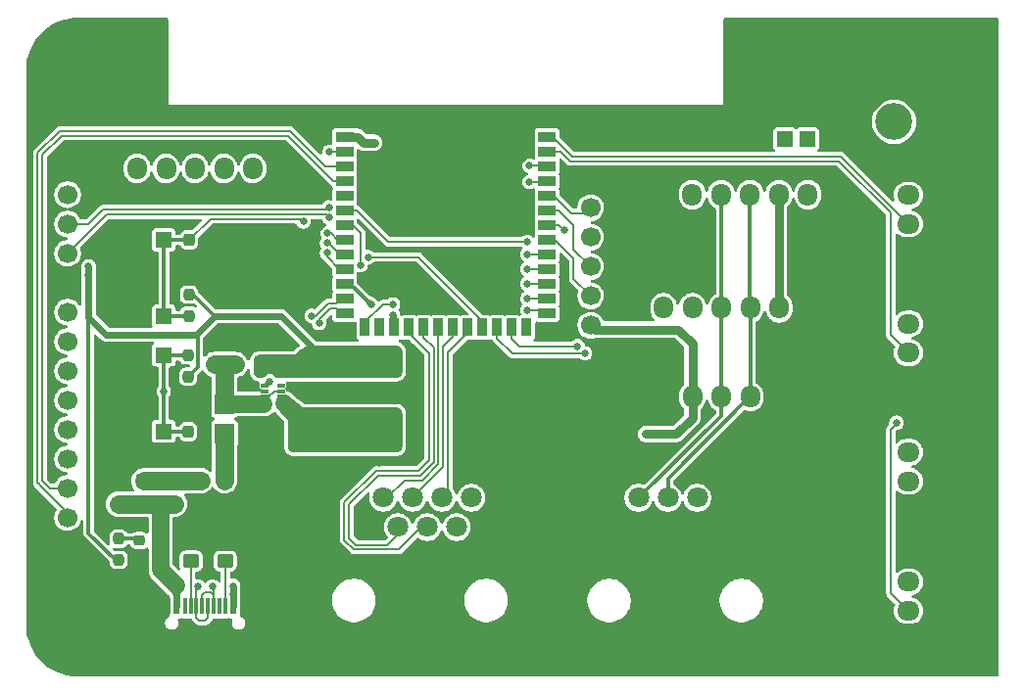
<source format=gbr>
%TF.GenerationSoftware,KiCad,Pcbnew,9.0.5*%
%TF.CreationDate,2026-01-03T21:21:05+05:30*%
%TF.ProjectId,Dietarium,44696574-6172-4697-956d-2e6b69636164,rev?*%
%TF.SameCoordinates,Original*%
%TF.FileFunction,Copper,L1,Top*%
%TF.FilePolarity,Positive*%
%FSLAX46Y46*%
G04 Gerber Fmt 4.6, Leading zero omitted, Abs format (unit mm)*
G04 Created by KiCad (PCBNEW 9.0.5) date 2026-01-03 21:21:05*
%MOMM*%
%LPD*%
G01*
G04 APERTURE LIST*
G04 Aperture macros list*
%AMRoundRect*
0 Rectangle with rounded corners*
0 $1 Rounding radius*
0 $2 $3 $4 $5 $6 $7 $8 $9 X,Y pos of 4 corners*
0 Add a 4 corners polygon primitive as box body*
4,1,4,$2,$3,$4,$5,$6,$7,$8,$9,$2,$3,0*
0 Add four circle primitives for the rounded corners*
1,1,$1+$1,$2,$3*
1,1,$1+$1,$4,$5*
1,1,$1+$1,$6,$7*
1,1,$1+$1,$8,$9*
0 Add four rect primitives between the rounded corners*
20,1,$1+$1,$2,$3,$4,$5,0*
20,1,$1+$1,$4,$5,$6,$7,0*
20,1,$1+$1,$6,$7,$8,$9,0*
20,1,$1+$1,$8,$9,$2,$3,0*%
G04 Aperture macros list end*
%TA.AperFunction,ComponentPad*%
%ADD10RoundRect,0.266667X1.333333X-1.333333X1.333333X1.333333X-1.333333X1.333333X-1.333333X-1.333333X0*%
%TD*%
%TA.AperFunction,ComponentPad*%
%ADD11O,3.200000X3.200000*%
%TD*%
%TA.AperFunction,SMDPad,CuDef*%
%ADD12RoundRect,0.237500X0.237500X-0.250000X0.237500X0.250000X-0.237500X0.250000X-0.237500X-0.250000X0*%
%TD*%
%TA.AperFunction,ComponentPad*%
%ADD13RoundRect,0.250000X0.600000X0.725000X-0.600000X0.725000X-0.600000X-0.725000X0.600000X-0.725000X0*%
%TD*%
%TA.AperFunction,ComponentPad*%
%ADD14O,1.700000X1.950000*%
%TD*%
%TA.AperFunction,SMDPad,CuDef*%
%ADD15R,1.400000X1.400000*%
%TD*%
%TA.AperFunction,SMDPad,CuDef*%
%ADD16RoundRect,0.237500X0.237500X-0.300000X0.237500X0.300000X-0.237500X0.300000X-0.237500X-0.300000X0*%
%TD*%
%TA.AperFunction,SMDPad,CuDef*%
%ADD17RoundRect,0.112500X0.187500X0.112500X-0.187500X0.112500X-0.187500X-0.112500X0.187500X-0.112500X0*%
%TD*%
%TA.AperFunction,SMDPad,CuDef*%
%ADD18RoundRect,0.150000X0.200000X-0.150000X0.200000X0.150000X-0.200000X0.150000X-0.200000X-0.150000X0*%
%TD*%
%TA.AperFunction,ComponentPad*%
%ADD19RoundRect,0.250000X0.725000X-0.600000X0.725000X0.600000X-0.725000X0.600000X-0.725000X-0.600000X0*%
%TD*%
%TA.AperFunction,ComponentPad*%
%ADD20O,1.950000X1.700000*%
%TD*%
%TA.AperFunction,ComponentPad*%
%ADD21C,3.900000*%
%TD*%
%TA.AperFunction,ConnectorPad*%
%ADD22C,7.000000*%
%TD*%
%TA.AperFunction,ComponentPad*%
%ADD23R,1.700000X1.700000*%
%TD*%
%TA.AperFunction,SMDPad,CuDef*%
%ADD24RoundRect,0.218750X0.256250X-0.218750X0.256250X0.218750X-0.256250X0.218750X-0.256250X-0.218750X0*%
%TD*%
%TA.AperFunction,SMDPad,CuDef*%
%ADD25RoundRect,0.237500X-0.300000X-0.237500X0.300000X-0.237500X0.300000X0.237500X-0.300000X0.237500X0*%
%TD*%
%TA.AperFunction,SMDPad,CuDef*%
%ADD26R,0.600000X1.450000*%
%TD*%
%TA.AperFunction,SMDPad,CuDef*%
%ADD27R,0.300000X1.450000*%
%TD*%
%TA.AperFunction,HeatsinkPad*%
%ADD28O,1.000000X2.100000*%
%TD*%
%TA.AperFunction,HeatsinkPad*%
%ADD29O,1.000000X1.600000*%
%TD*%
%TA.AperFunction,ComponentPad*%
%ADD30R,1.800000X1.800000*%
%TD*%
%TA.AperFunction,ComponentPad*%
%ADD31C,1.800000*%
%TD*%
%TA.AperFunction,ComponentPad*%
%ADD32C,3.000000*%
%TD*%
%TA.AperFunction,ComponentPad*%
%ADD33RoundRect,0.250000X-0.600000X-0.725000X0.600000X-0.725000X0.600000X0.725000X-0.600000X0.725000X0*%
%TD*%
%TA.AperFunction,SMDPad,CuDef*%
%ADD34RoundRect,0.237500X-0.237500X0.250000X-0.237500X-0.250000X0.237500X-0.250000X0.237500X0.250000X0*%
%TD*%
%TA.AperFunction,SMDPad,CuDef*%
%ADD35RoundRect,0.250000X0.450000X-0.350000X0.450000X0.350000X-0.450000X0.350000X-0.450000X-0.350000X0*%
%TD*%
%TA.AperFunction,SMDPad,CuDef*%
%ADD36RoundRect,0.087500X-0.250000X-0.087500X0.250000X-0.087500X0.250000X0.087500X-0.250000X0.087500X0*%
%TD*%
%TA.AperFunction,ComponentPad*%
%ADD37C,1.700000*%
%TD*%
%TA.AperFunction,SMDPad,CuDef*%
%ADD38RoundRect,0.249999X3.500001X-0.850001X3.500001X0.850001X-3.500001X0.850001X-3.500001X-0.850001X0*%
%TD*%
%TA.AperFunction,SMDPad,CuDef*%
%ADD39RoundRect,0.237500X-0.237500X0.300000X-0.237500X-0.300000X0.237500X-0.300000X0.237500X0.300000X0*%
%TD*%
%TA.AperFunction,ComponentPad*%
%ADD40R,1.350000X1.350000*%
%TD*%
%TA.AperFunction,HeatsinkPad*%
%ADD41C,0.600000*%
%TD*%
%TA.AperFunction,HeatsinkPad*%
%ADD42R,3.900000X3.900000*%
%TD*%
%TA.AperFunction,SMDPad,CuDef*%
%ADD43R,1.500000X0.900000*%
%TD*%
%TA.AperFunction,SMDPad,CuDef*%
%ADD44R,0.900000X1.500000*%
%TD*%
%TA.AperFunction,ViaPad*%
%ADD45C,0.650000*%
%TD*%
%TA.AperFunction,Conductor*%
%ADD46C,0.200000*%
%TD*%
%TA.AperFunction,Conductor*%
%ADD47C,0.400000*%
%TD*%
%TA.AperFunction,Conductor*%
%ADD48C,1.600000*%
%TD*%
%TA.AperFunction,Conductor*%
%ADD49C,0.600000*%
%TD*%
%TA.AperFunction,Conductor*%
%ADD50C,1.500000*%
%TD*%
%TA.AperFunction,Conductor*%
%ADD51C,0.800000*%
%TD*%
%TA.AperFunction,Conductor*%
%ADD52C,0.300000*%
%TD*%
%TA.AperFunction,Conductor*%
%ADD53C,1.200000*%
%TD*%
G04 APERTURE END LIST*
D10*
%TO.P,J11,1,Pin_1*%
%TO.N,GND*%
X125498550Y-54425455D03*
D11*
%TO.P,J11,2,Pin_2*%
%TO.N,/V+*%
X125498550Y-59505455D03*
%TD*%
D12*
%TO.P,R7,1*%
%TO.N,/3.3V*%
X58496419Y-97397702D03*
%TO.P,R7,2*%
%TO.N,Net-(D5-A)*%
X58496419Y-95572702D03*
%TD*%
D13*
%TO.P,J5,1,Pin_1*%
%TO.N,GND*%
X72597051Y-63545343D03*
D14*
%TO.P,J5,2,Pin_2*%
%TO.N,/RLY1*%
X70097051Y-63545343D03*
%TO.P,J5,3,Pin_3*%
%TO.N,/RLY2*%
X67597051Y-63545343D03*
%TO.P,J5,4,Pin_4*%
%TO.N,/RLY3*%
X65097051Y-63545343D03*
%TO.P,J5,5,Pin_5*%
%TO.N,/RLY4*%
X62597051Y-63545343D03*
%TO.P,J5,6,Pin_6*%
%TO.N,/5V*%
X60097051Y-63545343D03*
%TD*%
D15*
%TO.P,S2,1*%
%TO.N,/BOOT*%
X62389930Y-79672390D03*
%TO.P,S2,2*%
X62389930Y-86272390D03*
%TO.P,S2,3*%
%TO.N,GND*%
X59389930Y-79672390D03*
%TO.P,S2,4*%
X59389930Y-86272390D03*
%TD*%
D16*
%TO.P,C9,1*%
%TO.N,/BOOT*%
X64499450Y-86299999D03*
%TO.P,C9,2*%
%TO.N,GND*%
X64499450Y-84574999D03*
%TD*%
D17*
%TO.P,D1,1,K*%
%TO.N,/5V_USB*%
X67661201Y-90552045D03*
%TO.P,D1,2,A*%
%TO.N,Net-(D1-A)*%
X65561201Y-90552045D03*
%TD*%
D18*
%TO.P,D2,1,A1*%
%TO.N,GND*%
X58473739Y-91173602D03*
%TO.P,D2,2,A2*%
%TO.N,Net-(D2-A2)*%
X58473739Y-92573602D03*
%TD*%
D19*
%TO.P,J7,1,Pin_1*%
%TO.N,GND*%
X126745255Y-104293247D03*
D20*
%TO.P,J7,2,Pin_2*%
%TO.N,/ADC1_CH6*%
X126745255Y-101793247D03*
%TO.P,J7,3,Pin_3*%
%TO.N,/3.3V*%
X126745255Y-99293247D03*
%TD*%
D21*
%TO.P,H4,1,1*%
%TO.N,GND*%
X119516498Y-55014173D03*
D22*
X119516498Y-55014173D03*
%TD*%
D23*
%TO.P,JP2,1,A*%
%TO.N,/5V_USB*%
X67647243Y-86455973D03*
%TO.P,JP2,2,B*%
%TO.N,/5V*%
X67647243Y-83915973D03*
%TD*%
D21*
%TO.P,H1,1,1*%
%TO.N,GND*%
X55014297Y-103024875D03*
D22*
X55014297Y-103024875D03*
%TD*%
D16*
%TO.P,C2,1*%
%TO.N,Net-(D1-A)*%
X63313430Y-90563180D03*
%TO.P,C2,2*%
%TO.N,GND*%
X63313430Y-88838180D03*
%TD*%
%TO.P,C6,1*%
%TO.N,/3.3V*%
X70985203Y-80487431D03*
%TO.P,C6,2*%
%TO.N,GND*%
X70985203Y-78762431D03*
%TD*%
D19*
%TO.P,J10,1,Pin_1*%
%TO.N,GND*%
X126738330Y-70842464D03*
D20*
%TO.P,J10,2,Pin_2*%
%TO.N,/ADC1_CH0*%
X126738330Y-68342464D03*
%TO.P,J10,3,Pin_3*%
%TO.N,/3.3V*%
X126738330Y-65842464D03*
%TD*%
D24*
%TO.P,D5,1,K*%
%TO.N,GND*%
X60289913Y-97296350D03*
%TO.P,D5,2,A*%
%TO.N,Net-(D5-A)*%
X60289913Y-95721350D03*
%TD*%
D16*
%TO.P,C5,1*%
%TO.N,/3.3V*%
X72890135Y-80490536D03*
%TO.P,C5,2*%
%TO.N,GND*%
X72890135Y-78765536D03*
%TD*%
D15*
%TO.P,S1,1*%
%TO.N,/ENABLE*%
X62400000Y-69712500D03*
%TO.P,S1,2*%
X62400000Y-76312500D03*
%TO.P,S1,3*%
%TO.N,GND*%
X59400000Y-69712500D03*
%TO.P,S1,4*%
X59400000Y-76312500D03*
%TD*%
D12*
%TO.P,R8,1*%
%TO.N,/3.3V*%
X64493423Y-81541970D03*
%TO.P,R8,2*%
%TO.N,/BOOT*%
X64493423Y-79716970D03*
%TD*%
D25*
%TO.P,C1,1*%
%TO.N,Net-(D2-A2)*%
X63330923Y-92569729D03*
%TO.P,C1,2*%
%TO.N,GND*%
X65055923Y-92569729D03*
%TD*%
D26*
%TO.P,J1,A1,GND*%
%TO.N,GND*%
X62714425Y-101419589D03*
%TO.P,J1,A4,VBUS*%
%TO.N,Net-(D2-A2)*%
X63514425Y-101419589D03*
D27*
%TO.P,J1,A5,CC1*%
%TO.N,Net-(J1-CC1)*%
X64714425Y-101419589D03*
%TO.P,J1,A6,D+*%
%TO.N,/USB_D+*%
X65714425Y-101419589D03*
%TO.P,J1,A7,D-*%
%TO.N,/USB_D-*%
X66214425Y-101419589D03*
%TO.P,J1,A8,SBU1*%
%TO.N,unconnected-(J1-SBU1-PadA8)*%
X67214425Y-101419589D03*
D26*
%TO.P,J1,A9,VBUS*%
%TO.N,Net-(D2-A2)*%
X68414425Y-101419589D03*
%TO.P,J1,A12,GND*%
%TO.N,GND*%
X69214425Y-101419589D03*
%TO.P,J1,B1,GND*%
X69214425Y-101419589D03*
%TO.P,J1,B4,VBUS*%
%TO.N,Net-(D2-A2)*%
X68414425Y-101419589D03*
D27*
%TO.P,J1,B5,CC2*%
%TO.N,Net-(J1-CC2)*%
X67714425Y-101419589D03*
%TO.P,J1,B6,D+*%
%TO.N,/USB_D+*%
X66714425Y-101419589D03*
%TO.P,J1,B7,D-*%
%TO.N,/USB_D-*%
X65214425Y-101419589D03*
%TO.P,J1,B8,SBU2*%
%TO.N,unconnected-(J1-SBU2-PadB8)*%
X64214425Y-101419589D03*
D26*
%TO.P,J1,B9,VBUS*%
%TO.N,Net-(D2-A2)*%
X63514425Y-101419589D03*
%TO.P,J1,B12,GND*%
%TO.N,GND*%
X62714425Y-101419589D03*
D28*
%TO.P,J1,S1,SHIELD*%
X61644425Y-102334589D03*
D29*
X61644425Y-106514589D03*
D28*
X70284425Y-102334589D03*
D29*
X70284425Y-106514589D03*
%TD*%
D30*
%TO.P,J13,1*%
%TO.N,GND*%
X102137550Y-94554837D03*
D31*
%TO.P,J13,2*%
%TO.N,/SCL*%
X103407550Y-92014837D03*
%TO.P,J13,3*%
%TO.N,GND*%
X104677550Y-94554837D03*
%TO.P,J13,4*%
%TO.N,/SDA*%
X105947550Y-92014837D03*
%TO.P,J13,5*%
%TO.N,GND*%
X107217550Y-94554837D03*
%TO.P,J13,6*%
%TO.N,/3.3V*%
X108487550Y-92014837D03*
%TO.P,J13,7*%
%TO.N,GND*%
X109757550Y-94554837D03*
%TO.P,J13,8*%
X111027550Y-92014837D03*
D32*
%TO.P,J13,SH*%
X98837550Y-97854837D03*
X114327550Y-97854837D03*
%TD*%
D33*
%TO.P,J2,1,Pin_1*%
%TO.N,GND*%
X105578338Y-83289838D03*
D14*
%TO.P,J2,2,Pin_2*%
%TO.N,/3.3V*%
X108078338Y-83289838D03*
%TO.P,J2,3,Pin_3*%
%TO.N,/SCL*%
X110578338Y-83289838D03*
%TO.P,J2,4,Pin_4*%
%TO.N,/SDA*%
X113078338Y-83289838D03*
%TD*%
D34*
%TO.P,R9,1*%
%TO.N,/3.3V*%
X64566746Y-74454108D03*
%TO.P,R9,2*%
%TO.N,/ENABLE*%
X64566746Y-76279108D03*
%TD*%
D21*
%TO.P,H3,1,1*%
%TO.N,GND*%
X119500770Y-102991232D03*
D22*
X119500770Y-102991232D03*
%TD*%
D19*
%TO.P,J9,1,Pin_1*%
%TO.N,GND*%
X126746547Y-81981121D03*
D20*
%TO.P,J9,2,Pin_2*%
%TO.N,/ADC1_CH1*%
X126746547Y-79481121D03*
%TO.P,J9,3,Pin_3*%
%TO.N,/3.3V*%
X126746547Y-76981121D03*
%TD*%
D16*
%TO.P,C3,1*%
%TO.N,/5V*%
X68591634Y-80502909D03*
%TO.P,C3,2*%
%TO.N,GND*%
X68591634Y-78777909D03*
%TD*%
D35*
%TO.P,R2,1*%
%TO.N,Net-(J1-CC1)*%
X64749746Y-97488783D03*
%TO.P,R2,2*%
%TO.N,GND*%
X64749746Y-95488783D03*
%TD*%
D36*
%TO.P,U1,1,FB*%
%TO.N,Net-(U1-FB)*%
X71086767Y-82299165D03*
%TO.P,U1,2,GND*%
%TO.N,GND*%
X71086767Y-82799165D03*
%TO.P,U1,3,VIN*%
%TO.N,/5V*%
X71086767Y-83299165D03*
%TO.P,U1,4,SW*%
%TO.N,Net-(U1-SW)*%
X72511767Y-83299165D03*
%TO.P,U1,5,EN*%
%TO.N,/5V*%
X72511767Y-82799165D03*
%TO.P,U1,6,NC*%
%TO.N,unconnected-(U1-NC-Pad6)*%
X72511767Y-82299165D03*
%TD*%
D30*
%TO.P,J14,1*%
%TO.N,GND*%
X80082138Y-94553198D03*
D31*
%TO.P,J14,2*%
%TO.N,/SCK*%
X81352138Y-92013198D03*
%TO.P,J14,3*%
%TO.N,/MOSI*%
X82622138Y-94553198D03*
%TO.P,J14,4*%
%TO.N,/MISO*%
X83892138Y-92013198D03*
%TO.P,J14,5*%
%TO.N,/SS*%
X85162138Y-94553198D03*
%TO.P,J14,6*%
%TO.N,/RST*%
X86432138Y-92013198D03*
%TO.P,J14,7*%
%TO.N,unconnected-(J14-Pad7)*%
X87702138Y-94553198D03*
%TO.P,J14,8*%
%TO.N,/3.3V*%
X88972138Y-92013198D03*
D32*
%TO.P,J14,SH*%
%TO.N,GND*%
X76782138Y-97853198D03*
X92272138Y-97853198D03*
%TD*%
D23*
%TO.P,J12,1,Pin_1*%
%TO.N,GND*%
X54086454Y-63259590D03*
D37*
%TO.P,J12,2,Pin_2*%
%TO.N,/3.3V*%
X54086454Y-65799590D03*
%TO.P,J12,3,Pin_3*%
%TO.N,/TXD*%
X54086454Y-68339590D03*
%TO.P,J12,4,Pin_4*%
%TO.N,/RXD*%
X54086454Y-70879590D03*
D23*
%TO.P,J12,5,Pin_5*%
%TO.N,GND*%
X54086454Y-73419590D03*
D37*
%TO.P,J12,6,Pin_6*%
%TO.N,/IO15*%
X54086454Y-75959590D03*
%TO.P,J12,7,Pin_7*%
%TO.N,/IO38*%
X54086454Y-78499590D03*
%TO.P,J12,8,Pin_8*%
%TO.N,/IO37*%
X54086454Y-81039590D03*
%TO.P,J12,9,Pin_9*%
%TO.N,/IO36*%
X54086454Y-83579590D03*
%TO.P,J12,10,Pin_10*%
%TO.N,/IO35*%
X54086454Y-86119590D03*
%TO.P,J12,11,Pin_11*%
%TO.N,/5V*%
X54086454Y-88659590D03*
%TO.P,J12,12,Pin_12*%
%TO.N,/TRIG*%
X54086454Y-91199590D03*
%TO.P,J12,13,Pin_13*%
%TO.N,/ECHO*%
X54086454Y-93739590D03*
D23*
%TO.P,J12,14,Pin_14*%
%TO.N,GND*%
X54086454Y-96279590D03*
%TD*%
D35*
%TO.P,R1,1*%
%TO.N,Net-(J1-CC2)*%
X67697248Y-97495194D03*
%TO.P,R1,2*%
%TO.N,GND*%
X67697248Y-95495194D03*
%TD*%
D33*
%TO.P,J4,1,Pin_1*%
%TO.N,GND*%
X105550000Y-65800000D03*
D14*
%TO.P,J4,2,Pin_2*%
%TO.N,unconnected-(J4-Pin_2-Pad2)*%
X108050000Y-65800000D03*
%TO.P,J4,3,Pin_3*%
%TO.N,/SCL*%
X110550000Y-65800000D03*
%TO.P,J4,4,Pin_4*%
%TO.N,/SDA*%
X113050000Y-65800000D03*
%TO.P,J4,5,Pin_5*%
%TO.N,/3.3V*%
X115550000Y-65800000D03*
%TO.P,J4,6,Pin_6*%
%TO.N,/V+*%
X118050000Y-65800000D03*
%TD*%
D16*
%TO.P,C4,1*%
%TO.N,/5V*%
X66791634Y-80502909D03*
%TO.P,C4,2*%
%TO.N,GND*%
X66791634Y-78777909D03*
%TD*%
D13*
%TO.P,J6,1,Pin_1*%
%TO.N,GND*%
X118072004Y-75596282D03*
D14*
%TO.P,J6,2,Pin_2*%
%TO.N,/3.3V*%
X115572004Y-75596282D03*
%TO.P,J6,3,Pin_3*%
%TO.N,/SDA*%
X113072004Y-75596282D03*
%TO.P,J6,4,Pin_4*%
%TO.N,/SCL*%
X110572004Y-75596282D03*
%TO.P,J6,5,Pin_5*%
%TO.N,/~INT*%
X108072004Y-75596282D03*
%TO.P,J6,6,Pin_6*%
%TO.N,Net-(J6-Pin_6)*%
X105572004Y-75596282D03*
%TD*%
D21*
%TO.P,H2,1,1*%
%TO.N,GND*%
X54988635Y-54993799D03*
D22*
X54988635Y-54993799D03*
%TD*%
D38*
%TO.P,L1,1*%
%TO.N,Net-(U1-SW)*%
X78699049Y-86468132D03*
%TO.P,L1,2*%
%TO.N,/3.3V*%
X78699049Y-80468132D03*
%TD*%
D23*
%TO.P,J3,1,Pin_1*%
%TO.N,GND*%
X99280373Y-64401618D03*
D37*
%TO.P,J3,2,Pin_2*%
%TO.N,/MTMS*%
X99280373Y-66941618D03*
%TO.P,J3,3,Pin_3*%
%TO.N,/MTDO*%
X99280373Y-69481618D03*
%TO.P,J3,4,Pin_4*%
%TO.N,/MTDI*%
X99280373Y-72021618D03*
%TO.P,J3,5,Pin_5*%
%TO.N,/MTCK*%
X99280373Y-74561618D03*
%TO.P,J3,6,Pin_6*%
%TO.N,/3.3V*%
X99280373Y-77101618D03*
%TD*%
D39*
%TO.P,C10,1*%
%TO.N,/ENABLE*%
X64588545Y-69726520D03*
%TO.P,C10,2*%
%TO.N,GND*%
X64588545Y-71451520D03*
%TD*%
D35*
%TO.P,FB1,1*%
%TO.N,Net-(D2-A2)*%
X60697023Y-92568007D03*
%TO.P,FB1,2*%
%TO.N,Net-(D1-A)*%
X60697023Y-90568007D03*
%TD*%
D20*
%TO.P,J8,3,Pin_3*%
%TO.N,/3.3V*%
X126732392Y-88091320D03*
%TO.P,J8,2,Pin_2*%
%TO.N,/ADC1_CH2*%
X126732392Y-90591320D03*
D19*
%TO.P,J8,1,Pin_1*%
%TO.N,GND*%
X126732392Y-93091320D03*
%TD*%
D40*
%TO.P,JP1,1,A*%
%TO.N,/5V*%
X116035408Y-60981673D03*
%TO.P,JP1,2,B*%
%TO.N,/V+*%
X118035408Y-60981673D03*
%TD*%
D41*
%TO.P,U2,41,GND*%
%TO.N,GND*%
X86663107Y-67948879D03*
X86663107Y-66548879D03*
X85963107Y-68648879D03*
X85963107Y-67248879D03*
X85963107Y-65848879D03*
X85263107Y-67948879D03*
D42*
X85263107Y-67248879D03*
D41*
X85263107Y-66548879D03*
X84563107Y-68648879D03*
X84563107Y-67248879D03*
X84563107Y-65848879D03*
X83863107Y-67948879D03*
X83863107Y-66548879D03*
D43*
%TO.P,U2,40,GND*%
X95513107Y-59528879D03*
%TO.P,U2,39,IO1*%
%TO.N,/ADC1_CH0*%
X95513107Y-60798879D03*
%TO.P,U2,38,IO2*%
%TO.N,/ADC1_CH1*%
X95513107Y-62068879D03*
%TO.P,U2,37,TXD0*%
%TO.N,/TXD*%
X95513107Y-63338879D03*
%TO.P,U2,36,RXD0*%
%TO.N,/RXD*%
X95513107Y-64608879D03*
%TO.P,U2,35,IO42*%
%TO.N,/MTMS*%
X95513107Y-65878879D03*
%TO.P,U2,34,IO41*%
%TO.N,/MTDI*%
X95513107Y-67148879D03*
%TO.P,U2,33,IO40*%
%TO.N,/MTDO*%
X95513107Y-68418879D03*
%TO.P,U2,32,IO39*%
%TO.N,/MTCK*%
X95513107Y-69688879D03*
%TO.P,U2,31,IO38*%
%TO.N,/IO38*%
X95513107Y-70958879D03*
%TO.P,U2,30,IO37*%
%TO.N,/IO37*%
X95513107Y-72228879D03*
%TO.P,U2,29,IO36*%
%TO.N,/IO36*%
X95513107Y-73498879D03*
%TO.P,U2,28,IO35*%
%TO.N,/IO35*%
X95513107Y-74768879D03*
%TO.P,U2,27,IO0*%
%TO.N,/BOOT*%
X95513107Y-76038879D03*
D44*
%TO.P,U2,26,IO45*%
%TO.N,unconnected-(U2-IO45-Pad26)*%
X93748107Y-77288879D03*
%TO.P,U2,25,IO48*%
%TO.N,/~SHUT*%
X92478107Y-77288879D03*
%TO.P,U2,24,IO47*%
%TO.N,/~INT*%
X91208107Y-77288879D03*
%TO.P,U2,23,IO21*%
%TO.N,/IN4*%
X89938107Y-77288879D03*
%TO.P,U2,22,IO14*%
%TO.N,/RST*%
X88668107Y-77288879D03*
%TO.P,U2,21,IO13*%
%TO.N,/MISO*%
X87398107Y-77288879D03*
%TO.P,U2,20,IO12*%
%TO.N,/SCK*%
X86128107Y-77288879D03*
%TO.P,U2,19,IO11*%
%TO.N,/MOSI*%
X84858107Y-77288879D03*
%TO.P,U2,18,IO10*%
%TO.N,/SS*%
X83588107Y-77288879D03*
%TO.P,U2,17,IO9*%
%TO.N,/SCL*%
X82318107Y-77288879D03*
%TO.P,U2,16,IO46*%
%TO.N,unconnected-(U2-IO46-Pad16)*%
X81048107Y-77288879D03*
%TO.P,U2,15,IO3*%
%TO.N,/ADC1_CH2*%
X79778107Y-77288879D03*
D43*
%TO.P,U2,14,USB_D+*%
%TO.N,/USB_D+*%
X78013107Y-76038879D03*
%TO.P,U2,13,USB_D-*%
%TO.N,/USB_D-*%
X78013107Y-74768879D03*
%TO.P,U2,12,IO8*%
%TO.N,/SDA*%
X78013107Y-73498879D03*
%TO.P,U2,11,IO18*%
%TO.N,/IN3*%
X78013107Y-72228879D03*
%TO.P,U2,10,IO17*%
%TO.N,/IN2*%
X78013107Y-70958879D03*
%TO.P,U2,9,IO16*%
%TO.N,/IN1*%
X78013107Y-69688879D03*
%TO.P,U2,8,IO15*%
%TO.N,/IO15*%
X78013107Y-68418879D03*
%TO.P,U2,7,IO7*%
%TO.N,/ADC1_CH6*%
X78013107Y-67148879D03*
%TO.P,U2,6,IO6*%
%TO.N,unconnected-(U2-IO6-Pad6)*%
X78013107Y-65878879D03*
%TO.P,U2,5,IO5*%
%TO.N,/TRIG*%
X78013107Y-64608879D03*
%TO.P,U2,4,IO4*%
%TO.N,/ECHO*%
X78013107Y-63338879D03*
%TO.P,U2,3,EN*%
%TO.N,/ENABLE*%
X78013107Y-62068879D03*
%TO.P,U2,2,3V3*%
%TO.N,/3.3V*%
X78013107Y-60798879D03*
%TO.P,U2,1,GND*%
%TO.N,GND*%
X78013107Y-59528879D03*
%TD*%
D45*
%TO.N,GND*%
X125500000Y-52000000D03*
X127500000Y-57000000D03*
X130500000Y-61000000D03*
X130500000Y-57000000D03*
X130500000Y-53500000D03*
X58450000Y-90700000D03*
X113000000Y-53000000D03*
X113000000Y-56000000D03*
X93000000Y-67000000D03*
X132000000Y-67000000D03*
X66900000Y-74000000D03*
X90000000Y-71000000D03*
X81000000Y-89000000D03*
X64700000Y-94600000D03*
X117000000Y-84000000D03*
X59350000Y-86250000D03*
X65700000Y-92600000D03*
X68600000Y-75100000D03*
X70100000Y-74000000D03*
X102000000Y-66000000D03*
X72000000Y-86000000D03*
X66000000Y-107000000D03*
X95000000Y-96000000D03*
X67700000Y-94600000D03*
X99000000Y-85000000D03*
X59450000Y-76300000D03*
X61000000Y-57000000D03*
X57200000Y-79300000D03*
X91500000Y-75500000D03*
X117000000Y-79000000D03*
X95000000Y-102000000D03*
X61000000Y-53000000D03*
X132000000Y-76000000D03*
X95000000Y-85000000D03*
X109000000Y-99000000D03*
X56800000Y-98000000D03*
X117000000Y-71000000D03*
X97000000Y-83000000D03*
X123000000Y-69000000D03*
X132000000Y-79000000D03*
X80750000Y-63000000D03*
X92000000Y-93000000D03*
X57250000Y-83250000D03*
X57000000Y-75000000D03*
X106582550Y-103000000D03*
X90000000Y-89000000D03*
X87000000Y-99000000D03*
X99000000Y-89000000D03*
X98000000Y-105000000D03*
X132000000Y-64000000D03*
X117000000Y-94000000D03*
X123000000Y-78000000D03*
X59400000Y-79500000D03*
X56800000Y-94500000D03*
X85000000Y-63000000D03*
X84527138Y-103000000D03*
X84000000Y-86000000D03*
X65964425Y-104000000D03*
X90000000Y-63000000D03*
X120000000Y-79000000D03*
X104000000Y-99000000D03*
X132000000Y-93000000D03*
X86500000Y-75500000D03*
X101000000Y-83000000D03*
X73000000Y-99000000D03*
X117000000Y-88000000D03*
X121000000Y-71000000D03*
X68000000Y-105000000D03*
X60889930Y-84300000D03*
X90000000Y-85000000D03*
X70000000Y-96000000D03*
X123000000Y-73000000D03*
X107000000Y-71000000D03*
X63300000Y-87900000D03*
X64000000Y-105000000D03*
X79750000Y-64000000D03*
X120000000Y-86000000D03*
X132000000Y-84000000D03*
X132000000Y-87000000D03*
X69600000Y-82500000D03*
X101000000Y-76000000D03*
X57200000Y-86200000D03*
X99000000Y-93000000D03*
X132000000Y-96000000D03*
X57000000Y-65000000D03*
X81750000Y-64250000D03*
X71700000Y-69400000D03*
X132000000Y-102000000D03*
X132000000Y-105000000D03*
X73000000Y-89000000D03*
X126750000Y-83150000D03*
X57650000Y-91150000D03*
X132000000Y-73000000D03*
X76000000Y-89000000D03*
X62500000Y-88850000D03*
X95000000Y-93000000D03*
X95000000Y-81000000D03*
X101000000Y-73000000D03*
X63500000Y-68550000D03*
X68600000Y-77800000D03*
X66800000Y-77800000D03*
X59400000Y-82972390D03*
X120000000Y-98000000D03*
X60300000Y-98000000D03*
X57000000Y-62000000D03*
X120000000Y-82000000D03*
X126750000Y-63100000D03*
X73000000Y-92000000D03*
X120000000Y-90000000D03*
X74500000Y-69500000D03*
X132000000Y-99000000D03*
X67600000Y-69400000D03*
X76000000Y-93000000D03*
X92000000Y-83000000D03*
X89000000Y-81000000D03*
X125000000Y-105000000D03*
X57000000Y-72000000D03*
X84000000Y-75500000D03*
X70000000Y-92000000D03*
X126750000Y-73000000D03*
X59400000Y-69700000D03*
X95000000Y-89000000D03*
X132000000Y-82000000D03*
X132000000Y-90000000D03*
X82000000Y-67000000D03*
X103000000Y-89000000D03*
X123000000Y-88000000D03*
X72500000Y-74000000D03*
X73000000Y-103000000D03*
X90000000Y-67000000D03*
X60000000Y-74000000D03*
X57250000Y-68750000D03*
X82000000Y-99000000D03*
X65750000Y-71750000D03*
X73000000Y-96000000D03*
X103000000Y-71000000D03*
X132000000Y-70000000D03*
%TO.N,Net-(D2-A2)*%
X68400000Y-100400000D03*
X68400000Y-99650000D03*
X63500000Y-99625000D03*
X62925000Y-99050000D03*
X63514425Y-100400000D03*
%TO.N,/3.3V*%
X55900000Y-72000000D03*
X104000000Y-77462500D03*
X108100000Y-78700000D03*
X81600000Y-80500000D03*
X55900000Y-72800000D03*
X79700000Y-61350000D03*
X105000000Y-86501000D03*
X106100000Y-86450000D03*
X80550000Y-61307092D03*
X74950000Y-80450000D03*
X80700000Y-80500000D03*
X104043951Y-86501000D03*
X82500000Y-80500000D03*
%TO.N,/BOOT*%
X93800000Y-75800000D03*
X62389930Y-82800000D03*
%TO.N,/ENABLE*%
X74450000Y-68126000D03*
X76700000Y-62100000D03*
%TO.N,/USB_D-*%
X75181802Y-76281802D03*
X65375000Y-99700000D03*
%TO.N,/USB_D+*%
X66600000Y-99700000D03*
X75818198Y-76918198D03*
%TO.N,/SCL*%
X82200000Y-76200000D03*
%TO.N,/SDA*%
X80325735Y-75325735D03*
%TO.N,/MTDO*%
X97000000Y-68900000D03*
%TO.N,/IN4*%
X80035883Y-71203207D03*
%TO.N,/IN2*%
X76500000Y-69998526D03*
%TO.N,/IN3*%
X76500000Y-70848529D03*
%TO.N,/IN1*%
X76550000Y-69148523D03*
%TO.N,/~INT*%
X98772313Y-79524999D03*
%TO.N,/ADC1_CH2*%
X82200000Y-75300000D03*
%TO.N,/ADC1_CH6*%
X125700000Y-85532508D03*
X93800000Y-69900000D03*
%TO.N,/IO38*%
X93800000Y-70958879D03*
%TO.N,/IO35*%
X93800000Y-74800000D03*
%TO.N,/RXD*%
X76649995Y-67749195D03*
X94000000Y-64700000D03*
%TO.N,/TXD*%
X76656893Y-66899220D03*
X94000000Y-63300000D03*
%TO.N,/IO36*%
X93800000Y-73500000D03*
%TO.N,/IO37*%
X93800000Y-72228879D03*
%TO.N,/IO15*%
X79410883Y-71873001D03*
%TO.N,Net-(U1-FB)*%
X71550000Y-81950000D03*
%TO.N,/~SHUT*%
X98150000Y-78900000D03*
%TD*%
D46*
%TO.N,/ADC1_CH1*%
X97501000Y-62901000D02*
X120729766Y-62901000D01*
X125200000Y-77934574D02*
X126746547Y-79481121D01*
X96668879Y-62068879D02*
X97501000Y-62901000D01*
X95513107Y-62068879D02*
X96668879Y-62068879D01*
X120729766Y-62901000D02*
X125200000Y-67371234D01*
X125200000Y-67371234D02*
X125200000Y-77934574D01*
%TO.N,/ADC1_CH0*%
X95998879Y-60798879D02*
X95513107Y-60798879D01*
X97700000Y-62500000D02*
X95998879Y-60798879D01*
X120895866Y-62500000D02*
X97700000Y-62500000D01*
X126738330Y-68342464D02*
X120895866Y-62500000D01*
%TO.N,/ADC1_CH6*%
X125200000Y-100247992D02*
X126745255Y-101793247D01*
X125200000Y-86100000D02*
X125200000Y-100247992D01*
X125700000Y-85600000D02*
X125200000Y-86100000D01*
X125700000Y-85532508D02*
X125700000Y-85600000D01*
%TO.N,GND*%
X70749165Y-82700000D02*
X70848330Y-82799165D01*
D47*
X58473739Y-91173602D02*
X58473739Y-90723739D01*
D46*
X69600000Y-82500000D02*
X69800000Y-82700000D01*
X69800000Y-82700000D02*
X70749165Y-82700000D01*
D47*
X58473739Y-90723739D02*
X58450000Y-90700000D01*
D46*
X70848330Y-82799165D02*
X71086767Y-82799165D01*
D48*
%TO.N,Net-(D2-A2)*%
X60697023Y-92568007D02*
X62125000Y-92568007D01*
X58479334Y-92568007D02*
X58473739Y-92573602D01*
D49*
X63514425Y-101419589D02*
X63514425Y-100400000D01*
X68400000Y-99650000D02*
X68400000Y-101405164D01*
D48*
X60697023Y-92568007D02*
X58479334Y-92568007D01*
D49*
X68400000Y-101405164D02*
X68414425Y-101419589D01*
D48*
X63329201Y-92568007D02*
X63330923Y-92569729D01*
D50*
X63500000Y-99625000D02*
X62125000Y-98250000D01*
D49*
X63514425Y-100400000D02*
X63514425Y-99639425D01*
D50*
X62125000Y-98250000D02*
X62125000Y-92568007D01*
D49*
X63514425Y-99639425D02*
X63500000Y-99625000D01*
D48*
X62125000Y-92568007D02*
X63329201Y-92568007D01*
%TO.N,Net-(D1-A)*%
X65561201Y-90552045D02*
X63324565Y-90552045D01*
X63324565Y-90552045D02*
X63313430Y-90563180D01*
X60701850Y-90563180D02*
X60697023Y-90568007D01*
X63313430Y-90563180D02*
X60701850Y-90563180D01*
%TO.N,/5V*%
X67647243Y-83915973D02*
X67647243Y-80555666D01*
D46*
X72511767Y-82799165D02*
X71930835Y-82799165D01*
X71930835Y-82799165D02*
X71430835Y-83299165D01*
D48*
X66791634Y-80502909D02*
X67700000Y-80502909D01*
D50*
X67647243Y-83915973D02*
X71055973Y-83915973D01*
D48*
X67700000Y-80502909D02*
X68591634Y-80502909D01*
D46*
X71430835Y-83299165D02*
X71086767Y-83299165D01*
D48*
X67647243Y-80555666D02*
X67700000Y-80502909D01*
D51*
%TO.N,/3.3V*%
X104000000Y-77462500D02*
X106862500Y-77462500D01*
X115550000Y-65800000D02*
X115550000Y-75574278D01*
X106049000Y-86501000D02*
X106050000Y-86500000D01*
D52*
X65319423Y-80715970D02*
X65319423Y-78019423D01*
D49*
X55900000Y-72000000D02*
X55900000Y-76400000D01*
D52*
X64493423Y-81541970D02*
X65319423Y-80715970D01*
D51*
X115550000Y-75574278D02*
X115572004Y-75596282D01*
D49*
X72500000Y-76300000D02*
X76668132Y-80468132D01*
D51*
X106700000Y-86500000D02*
X108078338Y-85121662D01*
D48*
X78679750Y-80487431D02*
X78699049Y-80468132D01*
D52*
X55900000Y-76100000D02*
X55900000Y-95100000D01*
X66800000Y-76300000D02*
X64954108Y-74454108D01*
D49*
X55900000Y-76400000D02*
X57400000Y-77900000D01*
X57400000Y-77900000D02*
X65200000Y-77900000D01*
D51*
X80550000Y-61307092D02*
X79657092Y-61307092D01*
D48*
X70985203Y-80487431D02*
X72887030Y-80487431D01*
X78780917Y-80550000D02*
X78699049Y-80468132D01*
D51*
X104043951Y-86501000D02*
X106049000Y-86501000D01*
D52*
X108078338Y-78721662D02*
X108100000Y-78700000D01*
D49*
X66800000Y-76300000D02*
X72500000Y-76300000D01*
X65200000Y-77900000D02*
X66800000Y-76300000D01*
D51*
X104000000Y-77462500D02*
X99641255Y-77462500D01*
D52*
X65319423Y-78019423D02*
X65200000Y-77900000D01*
X64954108Y-74454108D02*
X64566746Y-74454108D01*
D51*
X106050000Y-86500000D02*
X106700000Y-86500000D01*
D52*
X55900000Y-95100000D02*
X58197702Y-97397702D01*
D51*
X79148879Y-60798879D02*
X78013107Y-60798879D01*
D52*
X58197702Y-97397702D02*
X58496419Y-97397702D01*
D51*
X108078338Y-78678338D02*
X108078338Y-83289838D01*
X108078338Y-85121662D02*
X108078338Y-83289838D01*
D48*
X70985203Y-80487431D02*
X78679750Y-80487431D01*
X72887030Y-80487431D02*
X72890135Y-80490536D01*
D51*
X79657092Y-61307092D02*
X79148879Y-60798879D01*
D49*
X76668132Y-80468132D02*
X78699049Y-80468132D01*
D51*
X106862500Y-77462500D02*
X108078338Y-78678338D01*
X99641255Y-77462500D02*
X99280373Y-77101618D01*
D52*
%TO.N,/BOOT*%
X62389930Y-79672390D02*
X62389930Y-86272390D01*
X62417539Y-86299999D02*
X62389930Y-86272390D01*
D46*
X95274228Y-75800000D02*
X95513107Y-76038879D01*
D52*
X64499450Y-86299999D02*
X62417539Y-86299999D01*
X64493423Y-79716970D02*
X62434510Y-79716970D01*
D46*
X93800000Y-75800000D02*
X95274228Y-75800000D01*
D52*
X62434510Y-79716970D02*
X62389930Y-79672390D01*
%TO.N,/ENABLE*%
X64588545Y-69726520D02*
X62414020Y-69726520D01*
X62400000Y-76312500D02*
X64533354Y-76312500D01*
X62400000Y-76312500D02*
X62400000Y-69712500D01*
D46*
X66413065Y-67902000D02*
X64588545Y-69726520D01*
D52*
X62414020Y-69726520D02*
X62400000Y-69712500D01*
D46*
X78013107Y-62068879D02*
X76731121Y-62068879D01*
X74500000Y-68126000D02*
X74600000Y-68026000D01*
D52*
X64533354Y-76312500D02*
X64566746Y-76279108D01*
D46*
X74600000Y-68026000D02*
X74600000Y-68001000D01*
X74501000Y-67902000D02*
X66413065Y-67902000D01*
X74450000Y-68126000D02*
X74500000Y-68126000D01*
X74600000Y-68001000D02*
X74501000Y-67902000D01*
X76731121Y-62068879D02*
X76700000Y-62100000D01*
D48*
%TO.N,/5V_USB*%
X67647243Y-90538087D02*
X67661201Y-90552045D01*
X67647243Y-86455973D02*
X67647243Y-90538087D01*
D46*
%TO.N,/USB_D-*%
X65467836Y-102650000D02*
X65961014Y-102650000D01*
X65961014Y-102650000D02*
X66214425Y-102396589D01*
X77303107Y-75178879D02*
X76602922Y-75178879D01*
X76602922Y-75178879D02*
X75499999Y-76281802D01*
X78013107Y-74768879D02*
X77713107Y-74768879D01*
X75499999Y-76281802D02*
X75181802Y-76281802D01*
X65214425Y-99860575D02*
X65375000Y-99700000D01*
X65214425Y-102396589D02*
X65467836Y-102650000D01*
X77713107Y-74768879D02*
X77303107Y-75178879D01*
X65214425Y-101419589D02*
X65214425Y-102396589D01*
X65214425Y-101419589D02*
X65214425Y-99860575D01*
X66214425Y-102396589D02*
X66214425Y-101419589D01*
%TO.N,/USB_D+*%
X78013107Y-76038879D02*
X77713107Y-76038879D01*
X66714425Y-100442589D02*
X66714425Y-101419589D01*
X76789320Y-75628879D02*
X75818198Y-76600001D01*
X77713107Y-76038879D02*
X77303107Y-75628879D01*
X77303107Y-75628879D02*
X76789320Y-75628879D01*
X66714425Y-99814425D02*
X66600000Y-99700000D01*
X65957014Y-100200000D02*
X66471836Y-100200000D01*
X65714425Y-100442589D02*
X65957014Y-100200000D01*
X75818198Y-76600001D02*
X75818198Y-76918198D01*
X66471836Y-100200000D02*
X66714425Y-100442589D01*
X65714425Y-101419589D02*
X65714425Y-100442589D01*
X66714425Y-101419589D02*
X66714425Y-99814425D01*
%TO.N,Net-(J1-CC1)*%
X64714425Y-101419589D02*
X64714425Y-97524104D01*
X64714425Y-97524104D02*
X64749746Y-97488783D01*
%TO.N,Net-(J1-CC2)*%
X67714425Y-97512371D02*
X67697248Y-97495194D01*
X67714425Y-101419589D02*
X67714425Y-97512371D01*
D52*
%TO.N,/SCL*%
X82200000Y-76200000D02*
X82318107Y-76318107D01*
X103485163Y-92014837D02*
X103407550Y-92014837D01*
X110572004Y-75596282D02*
X110572004Y-83283504D01*
X82318107Y-76318107D02*
X82318107Y-77288879D01*
X110572004Y-83283504D02*
X110578338Y-83289838D01*
X110578338Y-84921662D02*
X103485163Y-92014837D01*
X110578338Y-83289838D02*
X110578338Y-84921662D01*
X110550000Y-75574278D02*
X110572004Y-75596282D01*
X110550000Y-65800000D02*
X110550000Y-75574278D01*
%TO.N,/SDA*%
X113078338Y-83289838D02*
X113044250Y-83289838D01*
X113050000Y-75574278D02*
X113072004Y-75596282D01*
X113050000Y-65800000D02*
X113050000Y-75574278D01*
X105947550Y-90386538D02*
X105947550Y-92014837D01*
X80325735Y-75325735D02*
X78498879Y-73498879D01*
X78498879Y-73498879D02*
X78013107Y-73498879D01*
X113072004Y-75596282D02*
X113072004Y-83283504D01*
X113044250Y-83289838D02*
X105947550Y-90386538D01*
X113072004Y-83283504D02*
X113078338Y-83289838D01*
D46*
%TO.N,/MTDO*%
X96518879Y-68418879D02*
X95513107Y-68418879D01*
X97000000Y-68900000D02*
X96518879Y-68418879D01*
%TO.N,/MTMS*%
X95513107Y-65878879D02*
X96078879Y-65878879D01*
X96078879Y-65878879D02*
X97600000Y-67400000D01*
X97600000Y-67400000D02*
X98821991Y-67400000D01*
X98821991Y-67400000D02*
X99280373Y-66941618D01*
%TO.N,/MTCK*%
X97800000Y-71300000D02*
X96188879Y-69688879D01*
X96188879Y-69688879D02*
X95513107Y-69688879D01*
X99280373Y-74561618D02*
X97800000Y-73081245D01*
X97800000Y-73081245D02*
X97800000Y-71300000D01*
%TO.N,/MTDI*%
X96498879Y-67148879D02*
X95513107Y-67148879D01*
X97800000Y-70541245D02*
X97800000Y-68450000D01*
X97800000Y-68450000D02*
X96498879Y-67148879D01*
X99280373Y-72021618D02*
X97800000Y-70541245D01*
%TO.N,/IN4*%
X84428207Y-71203207D02*
X89938107Y-76713107D01*
X89938107Y-76713107D02*
X89938107Y-77288879D01*
X80035883Y-71203207D02*
X84428207Y-71203207D01*
%TO.N,/IN2*%
X76500000Y-69998526D02*
X76501474Y-70000000D01*
X76501474Y-70000000D02*
X76600000Y-70000000D01*
X77901285Y-70847057D02*
X78013107Y-70958879D01*
X76600000Y-70000000D02*
X77447057Y-70847057D01*
X77447057Y-70847057D02*
X77901285Y-70847057D01*
%TO.N,/IN3*%
X77578879Y-72228879D02*
X78013107Y-72228879D01*
X76500000Y-70848529D02*
X76500000Y-71150000D01*
X76500000Y-71150000D02*
X77578879Y-72228879D01*
%TO.N,/IN1*%
X77388879Y-69688879D02*
X78013107Y-69688879D01*
X76550000Y-69148523D02*
X76848523Y-69148523D01*
X76848523Y-69148523D02*
X77388879Y-69688879D01*
%TO.N,/~INT*%
X91208107Y-78238879D02*
X91208107Y-77288879D01*
X92494227Y-79524999D02*
X91208107Y-78238879D01*
X98772313Y-79524999D02*
X92494227Y-79524999D01*
%TO.N,/ADC1_CH2*%
X79778107Y-76846893D02*
X79778107Y-77288879D01*
X81325000Y-75300000D02*
X79778107Y-76846893D01*
X82200000Y-75300000D02*
X81325000Y-75300000D01*
%TO.N,/ADC1_CH6*%
X79048879Y-67148879D02*
X78013107Y-67148879D01*
X93800000Y-69900000D02*
X81800000Y-69900000D01*
X81800000Y-69900000D02*
X79048879Y-67148879D01*
%TO.N,/IO38*%
X93800000Y-70958879D02*
X95513107Y-70958879D01*
%TO.N,/IO35*%
X93800000Y-74800000D02*
X95481986Y-74800000D01*
X95481986Y-74800000D02*
X95513107Y-74768879D01*
%TO.N,/RXD*%
X57466100Y-67501000D02*
X56226510Y-68740590D01*
X76649995Y-67749195D02*
X76401800Y-67501000D01*
X76401800Y-67501000D02*
X57466100Y-67501000D01*
X56225454Y-68740590D02*
X54086454Y-70879590D01*
X95421986Y-64700000D02*
X95513107Y-64608879D01*
X56226510Y-68740590D02*
X56225454Y-68740590D01*
X94000000Y-64700000D02*
X95421986Y-64700000D01*
%TO.N,/TXD*%
X95474228Y-63300000D02*
X95513107Y-63338879D01*
X55860410Y-68339590D02*
X54086454Y-68339590D01*
X94000000Y-63300000D02*
X95474228Y-63300000D01*
X57100000Y-67100000D02*
X55860410Y-68339590D01*
X76656893Y-66899220D02*
X76456113Y-67100000D01*
X76456113Y-67100000D02*
X57100000Y-67100000D01*
%TO.N,/IO36*%
X93800000Y-73500000D02*
X95511986Y-73500000D01*
X95511986Y-73500000D02*
X95513107Y-73498879D01*
%TO.N,/TRIG*%
X51900000Y-62367100D02*
X53567100Y-60700000D01*
X52524590Y-91199590D02*
X51900000Y-90575000D01*
X51900000Y-90575000D02*
X51900000Y-62367100D01*
X77063107Y-64608879D02*
X78013107Y-64608879D01*
X54086454Y-91199590D02*
X52524590Y-91199590D01*
X73154228Y-60700000D02*
X77063107Y-64608879D01*
X53567100Y-60700000D02*
X73154228Y-60700000D01*
%TO.N,/IO37*%
X93800000Y-72228879D02*
X95513107Y-72228879D01*
%TO.N,/ECHO*%
X53401000Y-60299000D02*
X51499000Y-62201000D01*
X51499000Y-62201000D02*
X51499000Y-90741100D01*
X54086454Y-93361454D02*
X54086454Y-93739590D01*
X51675000Y-90950000D02*
X54086454Y-93361454D01*
X51499000Y-90741100D02*
X51675000Y-90917100D01*
X76360207Y-63338879D02*
X73320328Y-60299000D01*
X73320328Y-60299000D02*
X53401000Y-60299000D01*
X78013107Y-63338879D02*
X76360207Y-63338879D01*
X51675000Y-90917100D02*
X51675000Y-90950000D01*
%TO.N,/IO15*%
X77981986Y-68450000D02*
X78013107Y-68418879D01*
X79410883Y-71873001D02*
X79410883Y-69135883D01*
X77981986Y-68418879D02*
X77981986Y-68450000D01*
X78693879Y-68418879D02*
X77981986Y-68418879D01*
X79410883Y-69135883D02*
X78693879Y-68418879D01*
%TO.N,/SCK*%
X81686802Y-92013198D02*
X83200000Y-90500000D01*
X81352138Y-92013198D02*
X81686802Y-92013198D01*
X83200000Y-90500000D02*
X84700000Y-90500000D01*
X84700000Y-90500000D02*
X86128107Y-89071893D01*
X86128107Y-89071893D02*
X86128107Y-77288879D01*
%TO.N,/MOSI*%
X78400000Y-95500000D02*
X78400000Y-92600000D01*
X80900000Y-90100000D02*
X83032900Y-90100000D01*
X78400000Y-92600000D02*
X80900000Y-90100000D01*
X84858107Y-78158107D02*
X84858107Y-77288879D01*
X84533900Y-90099000D02*
X85727107Y-88905793D01*
X81701000Y-96099000D02*
X78999000Y-96099000D01*
X83033900Y-90099000D02*
X84533900Y-90099000D01*
X82622138Y-94553198D02*
X82622138Y-95177862D01*
X78999000Y-96099000D02*
X78400000Y-95500000D01*
X82622138Y-95177862D02*
X81701000Y-96099000D01*
X85727107Y-88905793D02*
X85727107Y-79027107D01*
X85727107Y-79027107D02*
X84858107Y-78158107D01*
X83032900Y-90100000D02*
X83033900Y-90099000D01*
%TO.N,/MISO*%
X87398107Y-77288879D02*
X87398107Y-78101893D01*
X86529107Y-89376229D02*
X83892138Y-92013198D01*
X87398107Y-78101893D02*
X86529107Y-78970893D01*
X86529107Y-78970893D02*
X86529107Y-89376229D01*
%TO.N,/RST*%
X88668107Y-77731893D02*
X88668107Y-77288879D01*
X86930107Y-79469893D02*
X88668107Y-77731893D01*
X86432138Y-92013198D02*
X86930107Y-91515229D01*
X86930107Y-91515229D02*
X86930107Y-79469893D01*
%TO.N,/SS*%
X77999000Y-95666100D02*
X77999000Y-92433900D01*
X85162138Y-94553198D02*
X84646802Y-94553198D01*
X82866800Y-89699000D02*
X82867800Y-89698000D01*
X82700000Y-96500000D02*
X78832900Y-96500000D01*
X84139879Y-78339879D02*
X84107107Y-78339879D01*
X84367800Y-89698000D02*
X85326107Y-88739693D01*
X84107107Y-78307107D02*
X83600000Y-77800000D01*
X78832900Y-96500000D02*
X77999000Y-95666100D01*
X83600000Y-77800000D02*
X83600000Y-77300772D01*
X84646802Y-94553198D02*
X82700000Y-96500000D01*
X84107107Y-78339879D02*
X84107107Y-78307107D01*
X85326107Y-79526107D02*
X84139879Y-78339879D01*
X77999000Y-92433900D02*
X80733900Y-89699000D01*
X80733900Y-89699000D02*
X82866800Y-89699000D01*
X82867800Y-89698000D02*
X84367800Y-89698000D01*
X83600000Y-77300772D02*
X83588107Y-77288879D01*
X85326107Y-88739693D02*
X85326107Y-79526107D01*
D53*
%TO.N,Net-(U1-SW)*%
X78699049Y-86468132D02*
X75388132Y-86468132D01*
D50*
X72800000Y-83880000D02*
X72800000Y-83850000D01*
X75388132Y-86468132D02*
X72800000Y-83880000D01*
D46*
%TO.N,Net-(U1-FB)*%
X71200835Y-82299165D02*
X71550000Y-81950000D01*
X71086767Y-82299165D02*
X71200835Y-82299165D01*
%TO.N,/~SHUT*%
X93139228Y-78900000D02*
X92478107Y-78238879D01*
X92478107Y-78238879D02*
X92478107Y-77288879D01*
X98150000Y-78900000D02*
X93139228Y-78900000D01*
D52*
%TO.N,Net-(D5-A)*%
X60379658Y-95582842D02*
X60500000Y-95462500D01*
X60141265Y-95572702D02*
X60289913Y-95721350D01*
X58496419Y-95572702D02*
X60141265Y-95572702D01*
%TD*%
%TA.AperFunction,Conductor*%
%TO.N,Net-(U1-SW)*%
G36*
X73296931Y-83431086D02*
G01*
X73329815Y-83435637D01*
X73426532Y-83462596D01*
X73457027Y-83475710D01*
X73550337Y-83531698D01*
X73563993Y-83541194D01*
X74387501Y-84200000D01*
X82491874Y-84200000D01*
X82508059Y-84201061D01*
X82613223Y-84214906D01*
X82644491Y-84223284D01*
X82734918Y-84260740D01*
X82762952Y-84276925D01*
X82840602Y-84336509D01*
X82863491Y-84359398D01*
X82923074Y-84437048D01*
X82939259Y-84465081D01*
X82976715Y-84555508D01*
X82985093Y-84586775D01*
X82998939Y-84691939D01*
X83000000Y-84708125D01*
X83000000Y-87591874D01*
X82998939Y-87608059D01*
X82998939Y-87608060D01*
X82985093Y-87713224D01*
X82976715Y-87744491D01*
X82939259Y-87834918D01*
X82923074Y-87862951D01*
X82863491Y-87940601D01*
X82840601Y-87963491D01*
X82762951Y-88023074D01*
X82734918Y-88039259D01*
X82644491Y-88076715D01*
X82613224Y-88085093D01*
X82519398Y-88097446D01*
X82508058Y-88098939D01*
X82491874Y-88100000D01*
X73608126Y-88100000D01*
X73591941Y-88098939D01*
X73578917Y-88097224D01*
X73486775Y-88085093D01*
X73455508Y-88076715D01*
X73365081Y-88039259D01*
X73337048Y-88023074D01*
X73259398Y-87963491D01*
X73236508Y-87940601D01*
X73176925Y-87862951D01*
X73160740Y-87834918D01*
X73123284Y-87744491D01*
X73114906Y-87713223D01*
X73101061Y-87608059D01*
X73100000Y-87591874D01*
X73100000Y-85295652D01*
X73099999Y-85295651D01*
X72580262Y-84708125D01*
X72470636Y-84584200D01*
X72460387Y-84570898D01*
X72460181Y-84570590D01*
X72399410Y-84479567D01*
X72384737Y-84449434D01*
X72380666Y-84437048D01*
X72353096Y-84353169D01*
X72347032Y-84320217D01*
X72342329Y-84219000D01*
X72345312Y-84185618D01*
X72367888Y-84086838D01*
X72379700Y-84055482D01*
X72427907Y-83966355D01*
X72447686Y-83939306D01*
X72523900Y-83860227D01*
X72536343Y-83848956D01*
X72928773Y-83539143D01*
X72942488Y-83529736D01*
X73036153Y-83474354D01*
X73066737Y-83461434D01*
X73115179Y-83448268D01*
X73163619Y-83435103D01*
X73196539Y-83430763D01*
X73296931Y-83431086D01*
G37*
%TD.AperFunction*%
%TD*%
%TA.AperFunction,Conductor*%
%TO.N,/3.3V*%
G36*
X82508059Y-78851061D02*
G01*
X82613223Y-78864906D01*
X82644491Y-78873284D01*
X82734918Y-78910740D01*
X82762952Y-78926925D01*
X82840602Y-78986509D01*
X82863491Y-79009398D01*
X82923074Y-79087048D01*
X82939259Y-79115081D01*
X82976715Y-79205508D01*
X82985093Y-79236775D01*
X82998939Y-79341939D01*
X83000000Y-79358125D01*
X83000000Y-81141874D01*
X82998939Y-81158059D01*
X82998939Y-81158060D01*
X82985093Y-81263224D01*
X82976715Y-81294491D01*
X82939259Y-81384918D01*
X82923074Y-81412951D01*
X82863491Y-81490601D01*
X82840601Y-81513491D01*
X82762951Y-81573074D01*
X82734918Y-81589259D01*
X82644491Y-81626715D01*
X82613224Y-81635093D01*
X82519398Y-81647446D01*
X82508058Y-81648939D01*
X82491874Y-81650000D01*
X72168109Y-81650000D01*
X72101070Y-81630315D01*
X72065007Y-81594891D01*
X72035858Y-81551267D01*
X72035855Y-81551263D01*
X71948736Y-81464144D01*
X71948732Y-81464141D01*
X71846292Y-81395692D01*
X71846283Y-81395687D01*
X71732454Y-81348538D01*
X71732455Y-81348538D01*
X71732452Y-81348537D01*
X71732448Y-81348536D01*
X71732444Y-81348535D01*
X71611610Y-81324500D01*
X71611606Y-81324500D01*
X71488394Y-81324500D01*
X71488389Y-81324500D01*
X71367555Y-81348535D01*
X71367545Y-81348538D01*
X71253716Y-81395687D01*
X71253707Y-81395692D01*
X71151267Y-81464141D01*
X71151263Y-81464144D01*
X71064144Y-81551263D01*
X71064141Y-81551267D01*
X71034993Y-81594891D01*
X70981381Y-81639696D01*
X70931891Y-81650000D01*
X70658126Y-81650000D01*
X70641941Y-81648939D01*
X70628917Y-81647224D01*
X70536775Y-81635093D01*
X70505508Y-81626715D01*
X70415081Y-81589259D01*
X70387048Y-81573074D01*
X70309398Y-81513491D01*
X70286508Y-81490601D01*
X70226925Y-81412951D01*
X70210740Y-81384918D01*
X70173284Y-81294491D01*
X70164906Y-81263223D01*
X70151061Y-81158059D01*
X70150000Y-81141874D01*
X70150000Y-80158125D01*
X70151061Y-80141940D01*
X70164906Y-80036776D01*
X70173284Y-80005508D01*
X70210740Y-79915081D01*
X70226923Y-79887050D01*
X70286513Y-79809392D01*
X70309392Y-79786513D01*
X70387050Y-79726923D01*
X70415079Y-79710740D01*
X70505509Y-79673283D01*
X70536775Y-79664906D01*
X70641941Y-79651061D01*
X70658126Y-79650000D01*
X73700001Y-79650000D01*
X74268184Y-79236775D01*
X74660611Y-78951373D01*
X74677195Y-78941200D01*
X74790467Y-78883435D01*
X74827377Y-78871432D01*
X74931322Y-78854956D01*
X74952947Y-78851529D01*
X74972359Y-78850000D01*
X82491874Y-78850000D01*
X82508059Y-78851061D01*
G37*
%TD.AperFunction*%
%TD*%
%TA.AperFunction,Conductor*%
%TO.N,GND*%
G36*
X56555703Y-77905384D02*
G01*
X56562181Y-77911416D01*
X56915139Y-78264374D01*
X56915149Y-78264385D01*
X56919479Y-78268715D01*
X56919480Y-78268716D01*
X57031284Y-78380520D01*
X57031286Y-78380521D01*
X57031290Y-78380524D01*
X57168209Y-78459573D01*
X57168216Y-78459577D01*
X57262320Y-78484792D01*
X57320942Y-78500500D01*
X57320943Y-78500500D01*
X61437487Y-78500500D01*
X61504526Y-78520185D01*
X61550281Y-78572989D01*
X61560225Y-78642147D01*
X61531200Y-78705703D01*
X61525168Y-78712181D01*
X61437724Y-78799624D01*
X61392345Y-78902396D01*
X61392345Y-78902398D01*
X61389430Y-78927521D01*
X61389430Y-80417246D01*
X61389432Y-80417272D01*
X61392343Y-80442377D01*
X61392345Y-80442381D01*
X61437723Y-80545154D01*
X61437724Y-80545155D01*
X61517165Y-80624596D01*
X61619939Y-80669975D01*
X61645065Y-80672890D01*
X61815430Y-80672889D01*
X61882469Y-80692573D01*
X61928224Y-80745377D01*
X61939430Y-80796889D01*
X61939430Y-82314546D01*
X61919745Y-82381585D01*
X61907782Y-82396430D01*
X61907937Y-82396557D01*
X61904071Y-82401267D01*
X61835622Y-82503707D01*
X61835617Y-82503716D01*
X61788468Y-82617545D01*
X61788465Y-82617555D01*
X61764430Y-82738389D01*
X61764430Y-82861610D01*
X61788465Y-82982444D01*
X61788468Y-82982454D01*
X61835617Y-83096283D01*
X61835622Y-83096292D01*
X61904071Y-83198732D01*
X61907937Y-83203443D01*
X61906739Y-83204425D01*
X61936592Y-83259077D01*
X61939430Y-83285453D01*
X61939430Y-85147890D01*
X61919745Y-85214929D01*
X61866941Y-85260684D01*
X61815431Y-85271890D01*
X61645074Y-85271890D01*
X61645047Y-85271892D01*
X61619942Y-85274803D01*
X61619938Y-85274805D01*
X61517165Y-85320183D01*
X61437724Y-85399624D01*
X61392345Y-85502396D01*
X61392345Y-85502398D01*
X61389430Y-85527521D01*
X61389430Y-87017246D01*
X61389432Y-87017272D01*
X61392343Y-87042377D01*
X61392345Y-87042381D01*
X61437723Y-87145154D01*
X61437724Y-87145155D01*
X61517165Y-87224596D01*
X61619939Y-87269975D01*
X61645065Y-87272890D01*
X63134794Y-87272889D01*
X63134809Y-87272887D01*
X63134812Y-87272887D01*
X63159917Y-87269976D01*
X63159918Y-87269975D01*
X63159921Y-87269975D01*
X63262695Y-87224596D01*
X63342136Y-87145155D01*
X63387515Y-87042381D01*
X63390430Y-87017255D01*
X63390430Y-86874499D01*
X63392980Y-86865813D01*
X63391692Y-86856852D01*
X63402670Y-86832811D01*
X63410115Y-86807460D01*
X63416955Y-86801532D01*
X63420717Y-86793296D01*
X63442951Y-86779006D01*
X63462919Y-86761705D01*
X63473433Y-86759417D01*
X63479495Y-86755522D01*
X63514430Y-86750499D01*
X63658584Y-86750499D01*
X63725623Y-86770184D01*
X63771378Y-86822988D01*
X63773933Y-86828996D01*
X63781313Y-86847710D01*
X63788588Y-86866158D01*
X63877949Y-86983999D01*
X63995789Y-87073359D01*
X63995792Y-87073361D01*
X64133373Y-87127616D01*
X64191012Y-87134538D01*
X64219831Y-87137999D01*
X64219832Y-87137999D01*
X64779069Y-87137999D01*
X64800682Y-87135403D01*
X64865527Y-87127616D01*
X65003108Y-87073361D01*
X65120950Y-86983999D01*
X65210312Y-86866157D01*
X65264567Y-86728576D01*
X65274950Y-86642117D01*
X65274950Y-85957881D01*
X65274830Y-85956885D01*
X65268278Y-85902324D01*
X65264567Y-85871422D01*
X65210312Y-85733841D01*
X65195996Y-85714962D01*
X65120950Y-85615998D01*
X65003110Y-85526638D01*
X65003108Y-85526637D01*
X64865527Y-85472382D01*
X64865526Y-85472381D01*
X64865524Y-85472381D01*
X64779069Y-85461999D01*
X64779068Y-85461999D01*
X64219832Y-85461999D01*
X64219831Y-85461999D01*
X64133375Y-85472381D01*
X64133374Y-85472381D01*
X63995789Y-85526638D01*
X63877949Y-85615998D01*
X63788588Y-85733839D01*
X63773939Y-85770989D01*
X63761029Y-85787580D01*
X63752297Y-85806702D01*
X63740005Y-85814601D01*
X63731033Y-85826133D01*
X63711203Y-85833111D01*
X63693519Y-85844476D01*
X63668812Y-85848028D01*
X63665125Y-85849326D01*
X63658584Y-85849499D01*
X63514429Y-85849499D01*
X63447390Y-85829814D01*
X63401635Y-85777010D01*
X63390429Y-85725499D01*
X63390429Y-85527533D01*
X63390429Y-85527526D01*
X63390326Y-85526637D01*
X63387516Y-85502402D01*
X63387515Y-85502400D01*
X63387515Y-85502399D01*
X63342136Y-85399625D01*
X63262695Y-85320184D01*
X63235980Y-85308388D01*
X63159922Y-85274805D01*
X63134798Y-85271890D01*
X63134795Y-85271890D01*
X62964430Y-85271890D01*
X62897391Y-85252205D01*
X62851636Y-85199401D01*
X62840430Y-85147890D01*
X62840430Y-83285453D01*
X62860115Y-83218414D01*
X62872078Y-83203570D01*
X62871923Y-83203443D01*
X62875783Y-83198737D01*
X62875788Y-83198733D01*
X62944241Y-83096286D01*
X62991393Y-82982452D01*
X63015430Y-82861606D01*
X63015430Y-82738394D01*
X62991393Y-82617548D01*
X62948312Y-82513543D01*
X62944242Y-82503716D01*
X62944237Y-82503707D01*
X62875788Y-82401267D01*
X62871923Y-82396557D01*
X62873117Y-82395576D01*
X62843264Y-82340904D01*
X62840430Y-82314546D01*
X62840430Y-80796889D01*
X62860115Y-80729850D01*
X62912919Y-80684095D01*
X62964430Y-80672889D01*
X63134786Y-80672889D01*
X63134794Y-80672889D01*
X63134809Y-80672887D01*
X63134812Y-80672887D01*
X63159917Y-80669976D01*
X63159918Y-80669975D01*
X63159921Y-80669975D01*
X63262695Y-80624596D01*
X63342136Y-80545155D01*
X63387515Y-80442381D01*
X63390430Y-80417255D01*
X63390430Y-80291470D01*
X63392980Y-80282784D01*
X63391692Y-80273823D01*
X63402670Y-80249782D01*
X63410115Y-80224431D01*
X63416955Y-80218503D01*
X63420717Y-80210267D01*
X63442951Y-80195977D01*
X63462919Y-80178676D01*
X63473433Y-80176388D01*
X63479495Y-80172493D01*
X63514430Y-80167470D01*
X63673108Y-80167470D01*
X63740147Y-80187155D01*
X63777248Y-80226512D01*
X63777436Y-80226370D01*
X63778759Y-80228115D01*
X63781195Y-80230699D01*
X63782560Y-80233127D01*
X63871922Y-80350970D01*
X63984833Y-80436592D01*
X63989765Y-80440332D01*
X64127346Y-80494587D01*
X64184985Y-80501509D01*
X64213804Y-80504970D01*
X64593958Y-80504970D01*
X64615203Y-80511208D01*
X64637292Y-80512788D01*
X64648075Y-80520860D01*
X64660997Y-80524655D01*
X64675496Y-80541388D01*
X64693225Y-80554660D01*
X64697932Y-80567280D01*
X64706752Y-80577459D01*
X64709903Y-80599376D01*
X64717642Y-80620124D01*
X64714779Y-80633284D01*
X64716696Y-80646617D01*
X64707496Y-80666760D01*
X64702790Y-80688397D01*
X64689521Y-80706122D01*
X64687671Y-80710173D01*
X64681639Y-80716651D01*
X64680639Y-80717651D01*
X64619316Y-80751136D01*
X64592958Y-80753970D01*
X64213804Y-80753970D01*
X64127348Y-80764352D01*
X64127347Y-80764352D01*
X63989762Y-80818609D01*
X63871922Y-80907969D01*
X63782562Y-81025809D01*
X63728305Y-81163394D01*
X63728305Y-81163395D01*
X63717923Y-81249851D01*
X63717923Y-81834088D01*
X63728305Y-81920544D01*
X63728305Y-81920545D01*
X63750218Y-81976112D01*
X63778584Y-82048044D01*
X63782562Y-82058130D01*
X63871922Y-82175970D01*
X63989762Y-82265330D01*
X63989765Y-82265332D01*
X64127346Y-82319587D01*
X64184985Y-82326509D01*
X64213804Y-82329970D01*
X64213805Y-82329970D01*
X64773042Y-82329970D01*
X64794655Y-82327374D01*
X64859500Y-82319587D01*
X64997081Y-82265332D01*
X65114923Y-82175970D01*
X65204285Y-82058128D01*
X65258540Y-81920547D01*
X65268923Y-81834088D01*
X65268923Y-81454935D01*
X65288608Y-81387896D01*
X65305242Y-81367254D01*
X65452659Y-81219837D01*
X65642769Y-81029726D01*
X65704090Y-80996243D01*
X65773781Y-81001227D01*
X65829715Y-81043098D01*
X65840932Y-81061112D01*
X65845857Y-81070777D01*
X65850402Y-81079697D01*
X65952220Y-81219837D01*
X66074706Y-81342323D01*
X66214846Y-81444141D01*
X66369189Y-81522782D01*
X66461061Y-81552633D01*
X66518737Y-81592071D01*
X66545935Y-81656429D01*
X66546743Y-81670564D01*
X66546743Y-82863187D01*
X66536177Y-82913273D01*
X66499659Y-82995977D01*
X66499658Y-82995981D01*
X66496743Y-83021104D01*
X66496743Y-84810829D01*
X66496745Y-84810855D01*
X66499656Y-84835960D01*
X66499658Y-84835964D01*
X66545036Y-84938737D01*
X66545037Y-84938738D01*
X66624478Y-85018179D01*
X66688957Y-85046649D01*
X66727249Y-85063557D01*
X66727250Y-85063557D01*
X66727252Y-85063558D01*
X66727253Y-85063558D01*
X66736250Y-85066006D01*
X66735423Y-85069044D01*
X66785009Y-85090058D01*
X66824388Y-85147773D01*
X66826312Y-85217617D01*
X66790171Y-85277413D01*
X66735755Y-85304098D01*
X66736256Y-85305938D01*
X66727251Y-85308388D01*
X66624478Y-85353766D01*
X66545037Y-85433207D01*
X66499658Y-85535979D01*
X66499658Y-85535981D01*
X66496743Y-85561104D01*
X66496743Y-87350829D01*
X66496745Y-87350855D01*
X66499656Y-87375960D01*
X66499657Y-87375964D01*
X66536177Y-87458672D01*
X66546743Y-87508758D01*
X66546743Y-89681883D01*
X66527058Y-89748922D01*
X66474254Y-89794677D01*
X66405096Y-89804621D01*
X66341540Y-89775596D01*
X66335062Y-89769564D01*
X66278131Y-89712633D01*
X66278129Y-89712631D01*
X66137989Y-89610813D01*
X65983646Y-89532172D01*
X65818902Y-89478643D01*
X65818900Y-89478642D01*
X65818899Y-89478642D01*
X65657560Y-89453089D01*
X65647812Y-89451545D01*
X63411175Y-89451545D01*
X63237954Y-89451545D01*
X63237950Y-89451545D01*
X63177291Y-89461153D01*
X63157892Y-89462680D01*
X60788460Y-89462680D01*
X60615239Y-89462680D01*
X60529694Y-89476229D01*
X60444148Y-89489778D01*
X60279399Y-89543308D01*
X60125061Y-89621948D01*
X59984916Y-89723770D01*
X59982155Y-89726531D01*
X59969414Y-89737640D01*
X59854099Y-89825086D01*
X59762661Y-89945665D01*
X59762660Y-89945667D01*
X59708889Y-90082021D01*
X59704020Y-90092825D01*
X59677153Y-90145554D01*
X59677149Y-90145564D01*
X59623620Y-90310309D01*
X59599051Y-90465435D01*
X59596523Y-90481396D01*
X59596523Y-90654618D01*
X59601082Y-90683405D01*
X59622827Y-90820700D01*
X59623621Y-90825708D01*
X59676378Y-90988077D01*
X59677152Y-90990457D01*
X59704019Y-91043188D01*
X59708888Y-91053991D01*
X59762660Y-91190346D01*
X59762661Y-91190348D01*
X59762662Y-91190349D01*
X59821988Y-91268582D01*
X59846811Y-91333893D01*
X59832383Y-91402257D01*
X59783286Y-91451968D01*
X59723184Y-91467507D01*
X58392722Y-91467507D01*
X58365624Y-91471798D01*
X58365623Y-91471797D01*
X58221637Y-91494603D01*
X58088169Y-91537970D01*
X58056887Y-91548134D01*
X57902545Y-91626775D01*
X57867204Y-91652452D01*
X57831862Y-91678130D01*
X57762410Y-91728589D01*
X57762404Y-91728594D01*
X57634327Y-91856671D01*
X57634327Y-91856672D01*
X57634325Y-91856674D01*
X57590598Y-91916858D01*
X57532507Y-91996813D01*
X57453867Y-92151154D01*
X57400336Y-92315904D01*
X57373239Y-92486991D01*
X57373239Y-92660212D01*
X57399723Y-92827430D01*
X57400337Y-92831303D01*
X57453866Y-92996047D01*
X57532507Y-93150390D01*
X57634325Y-93290530D01*
X57756811Y-93413016D01*
X57896951Y-93514834D01*
X58051294Y-93593475D01*
X58216038Y-93647004D01*
X58387128Y-93674102D01*
X58387129Y-93674102D01*
X58560349Y-93674102D01*
X58560350Y-93674102D01*
X58586034Y-93670033D01*
X58605432Y-93668507D01*
X60610412Y-93668507D01*
X60950500Y-93668507D01*
X61017539Y-93688192D01*
X61063294Y-93740996D01*
X61074500Y-93792507D01*
X61074500Y-95001931D01*
X61054815Y-95068970D01*
X61002011Y-95114725D01*
X60932853Y-95124669D01*
X60875575Y-95100735D01*
X60803047Y-95045736D01*
X60803045Y-95045735D01*
X60670259Y-94993371D01*
X60670258Y-94993370D01*
X60670256Y-94993370D01*
X60586815Y-94983350D01*
X59993011Y-94983350D01*
X59909569Y-94993370D01*
X59909568Y-94993370D01*
X59776778Y-95045736D01*
X59709170Y-95097006D01*
X59643859Y-95121829D01*
X59634245Y-95122202D01*
X59316734Y-95122202D01*
X59249695Y-95102517D01*
X59212593Y-95063159D01*
X59212406Y-95063302D01*
X59211082Y-95061556D01*
X59208647Y-95058973D01*
X59207281Y-95056544D01*
X59117919Y-94938701D01*
X59000079Y-94849341D01*
X59000077Y-94849340D01*
X58862496Y-94795085D01*
X58862495Y-94795084D01*
X58862493Y-94795084D01*
X58776038Y-94784702D01*
X58776037Y-94784702D01*
X58216801Y-94784702D01*
X58216800Y-94784702D01*
X58130344Y-94795084D01*
X58130343Y-94795084D01*
X57992758Y-94849341D01*
X57874918Y-94938701D01*
X57785558Y-95056541D01*
X57731301Y-95194126D01*
X57731301Y-95194127D01*
X57720919Y-95280583D01*
X57720919Y-95864820D01*
X57731301Y-95951276D01*
X57731302Y-95951280D01*
X57735674Y-95962366D01*
X57741953Y-96031953D01*
X57709615Y-96093888D01*
X57648925Y-96128508D01*
X57579153Y-96124821D01*
X57532637Y-96095534D01*
X56386819Y-94949716D01*
X56353334Y-94888393D01*
X56350500Y-94862035D01*
X56350500Y-77999097D01*
X56370185Y-77932058D01*
X56422989Y-77886303D01*
X56492147Y-77876359D01*
X56555703Y-77905384D01*
G37*
%TD.AperFunction*%
%TA.AperFunction,Conductor*%
G36*
X73004012Y-61120185D02*
G01*
X73024654Y-61136819D01*
X74891543Y-63003707D01*
X76742625Y-64854789D01*
X76742627Y-64854792D01*
X76817194Y-64929359D01*
X76878772Y-64964911D01*
X76887145Y-64969745D01*
X76900609Y-64977519D01*
X76948824Y-65028087D01*
X76962607Y-65084899D01*
X76962607Y-65103733D01*
X76962609Y-65103760D01*
X76965521Y-65128867D01*
X76994188Y-65193793D01*
X77003259Y-65263071D01*
X76994188Y-65293963D01*
X76965522Y-65358885D01*
X76965522Y-65358887D01*
X76962607Y-65384010D01*
X76962607Y-66171181D01*
X76942922Y-66238220D01*
X76890118Y-66283975D01*
X76820960Y-66293919D01*
X76814435Y-66292802D01*
X76718499Y-66273720D01*
X76595287Y-66273720D01*
X76595282Y-66273720D01*
X76474448Y-66297755D01*
X76474438Y-66297758D01*
X76360609Y-66344907D01*
X76360600Y-66344912D01*
X76258160Y-66413361D01*
X76258156Y-66413364D01*
X76171037Y-66500483D01*
X76171034Y-66500487D01*
X76102585Y-66602927D01*
X76102581Y-66602934D01*
X76094291Y-66622951D01*
X76050450Y-66677355D01*
X75984156Y-66699421D01*
X75979729Y-66699500D01*
X57047273Y-66699500D01*
X56945410Y-66726793D01*
X56854087Y-66779520D01*
X56854084Y-66779522D01*
X55730836Y-67902771D01*
X55669513Y-67936256D01*
X55643155Y-67939090D01*
X55249614Y-67939090D01*
X55182575Y-67919405D01*
X55139129Y-67871385D01*
X55115613Y-67825233D01*
X55070450Y-67736596D01*
X55037404Y-67691112D01*
X54964012Y-67590095D01*
X54964008Y-67590090D01*
X54835953Y-67462035D01*
X54835948Y-67462031D01*
X54689451Y-67355596D01*
X54689450Y-67355595D01*
X54689448Y-67355594D01*
X54637754Y-67329254D01*
X54528093Y-67273378D01*
X54528090Y-67273377D01*
X54355864Y-67217419D01*
X54195775Y-67192063D01*
X54132640Y-67162134D01*
X54095709Y-67102822D01*
X54096707Y-67032960D01*
X54135317Y-66974727D01*
X54195775Y-66947117D01*
X54265879Y-66936012D01*
X54355863Y-66921761D01*
X54528093Y-66865801D01*
X54689448Y-66783586D01*
X54835955Y-66677143D01*
X54964007Y-66549091D01*
X55070450Y-66402584D01*
X55152665Y-66241229D01*
X55208625Y-66068999D01*
X55230163Y-65933015D01*
X55236954Y-65890141D01*
X55236954Y-65709038D01*
X55217220Y-65584448D01*
X55208625Y-65530181D01*
X55166596Y-65400827D01*
X55152666Y-65357953D01*
X55152665Y-65357950D01*
X55104321Y-65263071D01*
X55070450Y-65196596D01*
X55021246Y-65128872D01*
X54964012Y-65050095D01*
X54964008Y-65050090D01*
X54835953Y-64922035D01*
X54835948Y-64922031D01*
X54689451Y-64815596D01*
X54689450Y-64815595D01*
X54689448Y-64815594D01*
X54637754Y-64789254D01*
X54528093Y-64733378D01*
X54528090Y-64733377D01*
X54355864Y-64677419D01*
X54177005Y-64649090D01*
X54177000Y-64649090D01*
X53995908Y-64649090D01*
X53995903Y-64649090D01*
X53817043Y-64677419D01*
X53644817Y-64733377D01*
X53644814Y-64733378D01*
X53483456Y-64815596D01*
X53336959Y-64922031D01*
X53336954Y-64922035D01*
X53208899Y-65050090D01*
X53208895Y-65050095D01*
X53102460Y-65196592D01*
X53020242Y-65357950D01*
X53020241Y-65357953D01*
X52964283Y-65530179D01*
X52935954Y-65709038D01*
X52935954Y-65890141D01*
X52964283Y-66069000D01*
X53020241Y-66241226D01*
X53020242Y-66241229D01*
X53073070Y-66344907D01*
X53100564Y-66398867D01*
X53102460Y-66402587D01*
X53208895Y-66549084D01*
X53208899Y-66549089D01*
X53336954Y-66677144D01*
X53336959Y-66677148D01*
X53435001Y-66748379D01*
X53483460Y-66783586D01*
X53571410Y-66828399D01*
X53644814Y-66865801D01*
X53644817Y-66865802D01*
X53701396Y-66884185D01*
X53817045Y-66921761D01*
X53890093Y-66933330D01*
X53977132Y-66947117D01*
X54040267Y-66977046D01*
X54077198Y-67036358D01*
X54076200Y-67106221D01*
X54037590Y-67164453D01*
X53977132Y-67192063D01*
X53817043Y-67217419D01*
X53644817Y-67273377D01*
X53644814Y-67273378D01*
X53483456Y-67355596D01*
X53336959Y-67462031D01*
X53336954Y-67462035D01*
X53208899Y-67590090D01*
X53208895Y-67590095D01*
X53102460Y-67736592D01*
X53020242Y-67897950D01*
X53020241Y-67897953D01*
X52964283Y-68070179D01*
X52935954Y-68249038D01*
X52935954Y-68430141D01*
X52964283Y-68609000D01*
X53020241Y-68781226D01*
X53020242Y-68781229D01*
X53071455Y-68881737D01*
X53102421Y-68942512D01*
X53102460Y-68942587D01*
X53208895Y-69089084D01*
X53208899Y-69089089D01*
X53336954Y-69217144D01*
X53336959Y-69217148D01*
X53448980Y-69298535D01*
X53483460Y-69323586D01*
X53588938Y-69377330D01*
X53644814Y-69405801D01*
X53644817Y-69405802D01*
X53730930Y-69433781D01*
X53817045Y-69461761D01*
X53884003Y-69472366D01*
X53977132Y-69487117D01*
X54040267Y-69517046D01*
X54077198Y-69576358D01*
X54076200Y-69646221D01*
X54037590Y-69704453D01*
X53977132Y-69732063D01*
X53817043Y-69757419D01*
X53644817Y-69813377D01*
X53644814Y-69813378D01*
X53483456Y-69895596D01*
X53336959Y-70002031D01*
X53336954Y-70002035D01*
X53208899Y-70130090D01*
X53208895Y-70130095D01*
X53102460Y-70276592D01*
X53020242Y-70437950D01*
X53020241Y-70437953D01*
X52964283Y-70610179D01*
X52935954Y-70789038D01*
X52935954Y-70970141D01*
X52964283Y-71149000D01*
X53020241Y-71321226D01*
X53020242Y-71321229D01*
X53075448Y-71429574D01*
X53093953Y-71465893D01*
X53102460Y-71482587D01*
X53208895Y-71629084D01*
X53208899Y-71629089D01*
X53336954Y-71757144D01*
X53336959Y-71757148D01*
X53464741Y-71849986D01*
X53483460Y-71863586D01*
X53588938Y-71917330D01*
X53644814Y-71945801D01*
X53644817Y-71945802D01*
X53730930Y-71973781D01*
X53817045Y-72001761D01*
X53899883Y-72014881D01*
X53995903Y-72030090D01*
X53995908Y-72030090D01*
X54177005Y-72030090D01*
X54263713Y-72016355D01*
X54355863Y-72001761D01*
X54528093Y-71945801D01*
X54689448Y-71863586D01*
X54835955Y-71757143D01*
X54964007Y-71629091D01*
X55070450Y-71482584D01*
X55152665Y-71321229D01*
X55208625Y-71148999D01*
X55227317Y-71030981D01*
X55236954Y-70970141D01*
X55236954Y-70789038D01*
X55217478Y-70666077D01*
X55208625Y-70610181D01*
X55161878Y-70466306D01*
X55159883Y-70396465D01*
X55192126Y-70340309D01*
X56462139Y-69070296D01*
X56470719Y-69062773D01*
X56472420Y-69061071D01*
X56472423Y-69061070D01*
X57595674Y-67937819D01*
X57656997Y-67904334D01*
X57683355Y-67901500D01*
X65547810Y-67901500D01*
X65614849Y-67921185D01*
X65660604Y-67973989D01*
X65670548Y-68043147D01*
X65641523Y-68106703D01*
X65635491Y-68113181D01*
X64896471Y-68852201D01*
X64835148Y-68885686D01*
X64808790Y-68888520D01*
X64308926Y-68888520D01*
X64222470Y-68898902D01*
X64222469Y-68898902D01*
X64084884Y-68953159D01*
X63967044Y-69042519D01*
X63877683Y-69160360D01*
X63867961Y-69185013D01*
X63864413Y-69194014D01*
X63863034Y-69197510D01*
X63850124Y-69214101D01*
X63841392Y-69233223D01*
X63829100Y-69241122D01*
X63820128Y-69252654D01*
X63800298Y-69259632D01*
X63782614Y-69270997D01*
X63757907Y-69274549D01*
X63754220Y-69275847D01*
X63747679Y-69276020D01*
X63524499Y-69276020D01*
X63457460Y-69256335D01*
X63411705Y-69203531D01*
X63400499Y-69152020D01*
X63400499Y-68967643D01*
X63400499Y-68967636D01*
X63400497Y-68967617D01*
X63397586Y-68942512D01*
X63397585Y-68942510D01*
X63397585Y-68942509D01*
X63352206Y-68839735D01*
X63272765Y-68760294D01*
X63263586Y-68756241D01*
X63169992Y-68714915D01*
X63144865Y-68712000D01*
X61655143Y-68712000D01*
X61655117Y-68712002D01*
X61630012Y-68714913D01*
X61630008Y-68714915D01*
X61527235Y-68760293D01*
X61447794Y-68839734D01*
X61402415Y-68942506D01*
X61402415Y-68942508D01*
X61399500Y-68967631D01*
X61399500Y-70457356D01*
X61399502Y-70457382D01*
X61402413Y-70482487D01*
X61402415Y-70482491D01*
X61447793Y-70585264D01*
X61447794Y-70585265D01*
X61527235Y-70664706D01*
X61630009Y-70710085D01*
X61655135Y-70713000D01*
X61825500Y-70712999D01*
X61892539Y-70732683D01*
X61938294Y-70785487D01*
X61949500Y-70836999D01*
X61949500Y-75188000D01*
X61929815Y-75255039D01*
X61877011Y-75300794D01*
X61825501Y-75312000D01*
X61655144Y-75312000D01*
X61655117Y-75312002D01*
X61630012Y-75314913D01*
X61630008Y-75314915D01*
X61527235Y-75360293D01*
X61447794Y-75439734D01*
X61402415Y-75542506D01*
X61402415Y-75542508D01*
X61399500Y-75567631D01*
X61399500Y-77057356D01*
X61399502Y-77057382D01*
X61402413Y-77082487D01*
X61402415Y-77082491D01*
X61421367Y-77125414D01*
X61430439Y-77194692D01*
X61400615Y-77257877D01*
X61341366Y-77294908D01*
X61307933Y-77299500D01*
X57700097Y-77299500D01*
X57633058Y-77279815D01*
X57612416Y-77263181D01*
X56536819Y-76187584D01*
X56503334Y-76126261D01*
X56500500Y-76099903D01*
X56500500Y-72999504D01*
X56502883Y-72975313D01*
X56508775Y-72945689D01*
X56525500Y-72861606D01*
X56525500Y-72738394D01*
X56522584Y-72723735D01*
X56502883Y-72624685D01*
X56500500Y-72600494D01*
X56500500Y-72199504D01*
X56502883Y-72175313D01*
X56525499Y-72061610D01*
X56525500Y-72061607D01*
X56525500Y-71938393D01*
X56525499Y-71938389D01*
X56510620Y-71863586D01*
X56501463Y-71817548D01*
X56463020Y-71724739D01*
X56454312Y-71703716D01*
X56454307Y-71703707D01*
X56385858Y-71601267D01*
X56385855Y-71601263D01*
X56298736Y-71514144D01*
X56298732Y-71514141D01*
X56196292Y-71445692D01*
X56196283Y-71445687D01*
X56082454Y-71398538D01*
X56082455Y-71398538D01*
X56082452Y-71398537D01*
X56082448Y-71398536D01*
X56082444Y-71398535D01*
X55961610Y-71374500D01*
X55961606Y-71374500D01*
X55838394Y-71374500D01*
X55838389Y-71374500D01*
X55717555Y-71398535D01*
X55717545Y-71398538D01*
X55603716Y-71445687D01*
X55603707Y-71445692D01*
X55501267Y-71514141D01*
X55501263Y-71514144D01*
X55414144Y-71601263D01*
X55414141Y-71601267D01*
X55345692Y-71703707D01*
X55345687Y-71703716D01*
X55298538Y-71817545D01*
X55298535Y-71817555D01*
X55274500Y-71938389D01*
X55274500Y-72061610D01*
X55297117Y-72175313D01*
X55299500Y-72199504D01*
X55299500Y-72600494D01*
X55297117Y-72624685D01*
X55274500Y-72738389D01*
X55274500Y-72861610D01*
X55297117Y-72975313D01*
X55299500Y-72999504D01*
X55299500Y-75290700D01*
X55279815Y-75357739D01*
X55227011Y-75403494D01*
X55157853Y-75413438D01*
X55094297Y-75384413D01*
X55073770Y-75360205D01*
X55073314Y-75360537D01*
X54964012Y-75210095D01*
X54964008Y-75210090D01*
X54835953Y-75082035D01*
X54835948Y-75082031D01*
X54689451Y-74975596D01*
X54689450Y-74975595D01*
X54689448Y-74975594D01*
X54605916Y-74933032D01*
X54528093Y-74893378D01*
X54528090Y-74893377D01*
X54355864Y-74837419D01*
X54177005Y-74809090D01*
X54177000Y-74809090D01*
X53995908Y-74809090D01*
X53995903Y-74809090D01*
X53817043Y-74837419D01*
X53644817Y-74893377D01*
X53644814Y-74893378D01*
X53483456Y-74975596D01*
X53336959Y-75082031D01*
X53336954Y-75082035D01*
X53208899Y-75210090D01*
X53208895Y-75210095D01*
X53102460Y-75356592D01*
X53020242Y-75517950D01*
X53020241Y-75517953D01*
X52964283Y-75690179D01*
X52935954Y-75869038D01*
X52935954Y-76050141D01*
X52964283Y-76229000D01*
X53020241Y-76401226D01*
X53020242Y-76401229D01*
X53076118Y-76510890D01*
X53100917Y-76559560D01*
X53102460Y-76562587D01*
X53208895Y-76709084D01*
X53208899Y-76709089D01*
X53336954Y-76837144D01*
X53336959Y-76837148D01*
X53433519Y-76907302D01*
X53483460Y-76943586D01*
X53586852Y-76996267D01*
X53644814Y-77025801D01*
X53644817Y-77025802D01*
X53730930Y-77053781D01*
X53817045Y-77081761D01*
X53890093Y-77093330D01*
X53977132Y-77107117D01*
X54040267Y-77137046D01*
X54077198Y-77196358D01*
X54076200Y-77266221D01*
X54037590Y-77324453D01*
X53977132Y-77352063D01*
X53817043Y-77377419D01*
X53644817Y-77433377D01*
X53644814Y-77433378D01*
X53483456Y-77515596D01*
X53336959Y-77622031D01*
X53336954Y-77622035D01*
X53208899Y-77750090D01*
X53208895Y-77750095D01*
X53102460Y-77896592D01*
X53020242Y-78057950D01*
X53020241Y-78057953D01*
X52964283Y-78230179D01*
X52935954Y-78409038D01*
X52935954Y-78590141D01*
X52964283Y-78769000D01*
X53020241Y-78941226D01*
X53020242Y-78941229D01*
X53049374Y-78998402D01*
X53095328Y-79088591D01*
X53102460Y-79102587D01*
X53208895Y-79249084D01*
X53208899Y-79249089D01*
X53336954Y-79377144D01*
X53336959Y-79377148D01*
X53455660Y-79463388D01*
X53483460Y-79483586D01*
X53588938Y-79537330D01*
X53644814Y-79565801D01*
X53644817Y-79565802D01*
X53662884Y-79571672D01*
X53817045Y-79621761D01*
X53890093Y-79633330D01*
X53977132Y-79647117D01*
X54040267Y-79677046D01*
X54077198Y-79736358D01*
X54076200Y-79806221D01*
X54037590Y-79864453D01*
X53977132Y-79892063D01*
X53817043Y-79917419D01*
X53644817Y-79973377D01*
X53644814Y-79973378D01*
X53483456Y-80055596D01*
X53336959Y-80162031D01*
X53336954Y-80162035D01*
X53208899Y-80290090D01*
X53208895Y-80290095D01*
X53102460Y-80436592D01*
X53020242Y-80597950D01*
X53020241Y-80597953D01*
X52964283Y-80770179D01*
X52935954Y-80949038D01*
X52935954Y-81130141D01*
X52964283Y-81309000D01*
X53020241Y-81481226D01*
X53020242Y-81481229D01*
X53056625Y-81552633D01*
X53096692Y-81631268D01*
X53102460Y-81642587D01*
X53208895Y-81789084D01*
X53208899Y-81789089D01*
X53336954Y-81917144D01*
X53336959Y-81917148D01*
X53464741Y-82009986D01*
X53483460Y-82023586D01*
X53586573Y-82076125D01*
X53644814Y-82105801D01*
X53644817Y-82105802D01*
X53704874Y-82125315D01*
X53817045Y-82161761D01*
X53890093Y-82173330D01*
X53977132Y-82187117D01*
X54040267Y-82217046D01*
X54077198Y-82276358D01*
X54076200Y-82346221D01*
X54037590Y-82404453D01*
X53977132Y-82432063D01*
X53817043Y-82457419D01*
X53644817Y-82513377D01*
X53644814Y-82513378D01*
X53483456Y-82595596D01*
X53336959Y-82702031D01*
X53336954Y-82702035D01*
X53208899Y-82830090D01*
X53208895Y-82830095D01*
X53102460Y-82976592D01*
X53020242Y-83137950D01*
X53020241Y-83137953D01*
X52964283Y-83310179D01*
X52935954Y-83489038D01*
X52935954Y-83670141D01*
X52964283Y-83849000D01*
X53020241Y-84021226D01*
X53020242Y-84021229D01*
X53070816Y-84120483D01*
X53097789Y-84173421D01*
X53102460Y-84182587D01*
X53208895Y-84329084D01*
X53208899Y-84329089D01*
X53336954Y-84457144D01*
X53336959Y-84457148D01*
X53406546Y-84507705D01*
X53483460Y-84563586D01*
X53553521Y-84599284D01*
X53644814Y-84645801D01*
X53644817Y-84645802D01*
X53713590Y-84668147D01*
X53817045Y-84701761D01*
X53890093Y-84713330D01*
X53977132Y-84727117D01*
X54040267Y-84757046D01*
X54077198Y-84816358D01*
X54076200Y-84886221D01*
X54037590Y-84944453D01*
X53977132Y-84972063D01*
X53817043Y-84997419D01*
X53644817Y-85053377D01*
X53644814Y-85053378D01*
X53483456Y-85135596D01*
X53336959Y-85242031D01*
X53336954Y-85242035D01*
X53208899Y-85370090D01*
X53208895Y-85370095D01*
X53102460Y-85516592D01*
X53020242Y-85677950D01*
X53020241Y-85677953D01*
X52964283Y-85850179D01*
X52935954Y-86029038D01*
X52935954Y-86210141D01*
X52964283Y-86389000D01*
X53020241Y-86561226D01*
X53020242Y-86561229D01*
X53102460Y-86722587D01*
X53208895Y-86869084D01*
X53208899Y-86869089D01*
X53336954Y-86997144D01*
X53336959Y-86997148D01*
X53464741Y-87089986D01*
X53483460Y-87103586D01*
X53588938Y-87157330D01*
X53644814Y-87185801D01*
X53644817Y-87185802D01*
X53691892Y-87201097D01*
X53817045Y-87241761D01*
X53890093Y-87253330D01*
X53977132Y-87267117D01*
X54040267Y-87297046D01*
X54077198Y-87356358D01*
X54076200Y-87426221D01*
X54037590Y-87484453D01*
X53977132Y-87512063D01*
X53817043Y-87537419D01*
X53644817Y-87593377D01*
X53644814Y-87593378D01*
X53483456Y-87675596D01*
X53336959Y-87782031D01*
X53336954Y-87782035D01*
X53208899Y-87910090D01*
X53208895Y-87910095D01*
X53102460Y-88056592D01*
X53020242Y-88217950D01*
X53020241Y-88217953D01*
X52964283Y-88390179D01*
X52935954Y-88569038D01*
X52935954Y-88750141D01*
X52964283Y-88929000D01*
X53020241Y-89101226D01*
X53020242Y-89101229D01*
X53048930Y-89157531D01*
X53101743Y-89261181D01*
X53102460Y-89262587D01*
X53208895Y-89409084D01*
X53208899Y-89409089D01*
X53336954Y-89537144D01*
X53336959Y-89537148D01*
X53453678Y-89621948D01*
X53483460Y-89643586D01*
X53558622Y-89681883D01*
X53644814Y-89725801D01*
X53644817Y-89725802D01*
X53681252Y-89737640D01*
X53817045Y-89781761D01*
X53887766Y-89792962D01*
X53977132Y-89807117D01*
X54040267Y-89837046D01*
X54077198Y-89896358D01*
X54076200Y-89966221D01*
X54037590Y-90024453D01*
X53977132Y-90052063D01*
X53817043Y-90077419D01*
X53644817Y-90133377D01*
X53644814Y-90133378D01*
X53483456Y-90215596D01*
X53336959Y-90322031D01*
X53336954Y-90322035D01*
X53208899Y-90450090D01*
X53208895Y-90450095D01*
X53102460Y-90596592D01*
X53033779Y-90731385D01*
X53023329Y-90742449D01*
X53017007Y-90756293D01*
X52999826Y-90767334D01*
X52985804Y-90782181D01*
X52970124Y-90786422D01*
X52958229Y-90794067D01*
X52923294Y-90799090D01*
X52741844Y-90799090D01*
X52674805Y-90779405D01*
X52654163Y-90762771D01*
X52336819Y-90445426D01*
X52303334Y-90384103D01*
X52300500Y-90357745D01*
X52300500Y-63329791D01*
X58946551Y-63329791D01*
X58946551Y-63760894D01*
X58974880Y-63939753D01*
X59030838Y-64111979D01*
X59030839Y-64111982D01*
X59113057Y-64273340D01*
X59219492Y-64419837D01*
X59219496Y-64419842D01*
X59347551Y-64547897D01*
X59347556Y-64547901D01*
X59431361Y-64608788D01*
X59494057Y-64654339D01*
X59566016Y-64691004D01*
X59655411Y-64736554D01*
X59655414Y-64736555D01*
X59732515Y-64761606D01*
X59827642Y-64792514D01*
X59910480Y-64805634D01*
X60006500Y-64820843D01*
X60006505Y-64820843D01*
X60187602Y-64820843D01*
X60274310Y-64807108D01*
X60366460Y-64792514D01*
X60538690Y-64736554D01*
X60700045Y-64654339D01*
X60846552Y-64547896D01*
X60974604Y-64419844D01*
X61081047Y-64273337D01*
X61163262Y-64111982D01*
X61219222Y-63939752D01*
X61224578Y-63905937D01*
X61254507Y-63842802D01*
X61313819Y-63805871D01*
X61383681Y-63806869D01*
X61441914Y-63845479D01*
X61469524Y-63905937D01*
X61474880Y-63939753D01*
X61530838Y-64111979D01*
X61530839Y-64111982D01*
X61613057Y-64273340D01*
X61719492Y-64419837D01*
X61719496Y-64419842D01*
X61847551Y-64547897D01*
X61847556Y-64547901D01*
X61931361Y-64608788D01*
X61994057Y-64654339D01*
X62066016Y-64691004D01*
X62155411Y-64736554D01*
X62155414Y-64736555D01*
X62232515Y-64761606D01*
X62327642Y-64792514D01*
X62410480Y-64805634D01*
X62506500Y-64820843D01*
X62506505Y-64820843D01*
X62687602Y-64820843D01*
X62774310Y-64807108D01*
X62866460Y-64792514D01*
X63038690Y-64736554D01*
X63200045Y-64654339D01*
X63346552Y-64547896D01*
X63474604Y-64419844D01*
X63581047Y-64273337D01*
X63663262Y-64111982D01*
X63719222Y-63939752D01*
X63724578Y-63905937D01*
X63754507Y-63842802D01*
X63813819Y-63805871D01*
X63883681Y-63806869D01*
X63941914Y-63845479D01*
X63969524Y-63905937D01*
X63974880Y-63939753D01*
X64030838Y-64111979D01*
X64030839Y-64111982D01*
X64113057Y-64273340D01*
X64219492Y-64419837D01*
X64219496Y-64419842D01*
X64347551Y-64547897D01*
X64347556Y-64547901D01*
X64431361Y-64608788D01*
X64494057Y-64654339D01*
X64566016Y-64691004D01*
X64655411Y-64736554D01*
X64655414Y-64736555D01*
X64732515Y-64761606D01*
X64827642Y-64792514D01*
X64910480Y-64805634D01*
X65006500Y-64820843D01*
X65006505Y-64820843D01*
X65187602Y-64820843D01*
X65274310Y-64807108D01*
X65366460Y-64792514D01*
X65538690Y-64736554D01*
X65700045Y-64654339D01*
X65846552Y-64547896D01*
X65974604Y-64419844D01*
X66081047Y-64273337D01*
X66163262Y-64111982D01*
X66219222Y-63939752D01*
X66224578Y-63905937D01*
X66254507Y-63842802D01*
X66313819Y-63805871D01*
X66383681Y-63806869D01*
X66441914Y-63845479D01*
X66469524Y-63905937D01*
X66474880Y-63939753D01*
X66530838Y-64111979D01*
X66530839Y-64111982D01*
X66613057Y-64273340D01*
X66719492Y-64419837D01*
X66719496Y-64419842D01*
X66847551Y-64547897D01*
X66847556Y-64547901D01*
X66931361Y-64608788D01*
X66994057Y-64654339D01*
X67066016Y-64691004D01*
X67155411Y-64736554D01*
X67155414Y-64736555D01*
X67232515Y-64761606D01*
X67327642Y-64792514D01*
X67410480Y-64805634D01*
X67506500Y-64820843D01*
X67506505Y-64820843D01*
X67687602Y-64820843D01*
X67774310Y-64807108D01*
X67866460Y-64792514D01*
X68038690Y-64736554D01*
X68200045Y-64654339D01*
X68346552Y-64547896D01*
X68474604Y-64419844D01*
X68581047Y-64273337D01*
X68663262Y-64111982D01*
X68719222Y-63939752D01*
X68724578Y-63905937D01*
X68754507Y-63842802D01*
X68813819Y-63805871D01*
X68883681Y-63806869D01*
X68941914Y-63845479D01*
X68969524Y-63905937D01*
X68974880Y-63939753D01*
X69030838Y-64111979D01*
X69030839Y-64111982D01*
X69113057Y-64273340D01*
X69219492Y-64419837D01*
X69219496Y-64419842D01*
X69347551Y-64547897D01*
X69347556Y-64547901D01*
X69431361Y-64608788D01*
X69494057Y-64654339D01*
X69566016Y-64691004D01*
X69655411Y-64736554D01*
X69655414Y-64736555D01*
X69732515Y-64761606D01*
X69827642Y-64792514D01*
X69910480Y-64805634D01*
X70006500Y-64820843D01*
X70006505Y-64820843D01*
X70187602Y-64820843D01*
X70274310Y-64807108D01*
X70366460Y-64792514D01*
X70538690Y-64736554D01*
X70700045Y-64654339D01*
X70846552Y-64547896D01*
X70974604Y-64419844D01*
X71081047Y-64273337D01*
X71163262Y-64111982D01*
X71219222Y-63939752D01*
X71234577Y-63842802D01*
X71247551Y-63760894D01*
X71247551Y-63329791D01*
X71230395Y-63221477D01*
X71219222Y-63150934D01*
X71163262Y-62978704D01*
X71163262Y-62978703D01*
X71134791Y-62922827D01*
X71081047Y-62817349D01*
X71034996Y-62753965D01*
X70974609Y-62670848D01*
X70974605Y-62670843D01*
X70846550Y-62542788D01*
X70846545Y-62542784D01*
X70700048Y-62436349D01*
X70700047Y-62436348D01*
X70700045Y-62436347D01*
X70648351Y-62410007D01*
X70538690Y-62354131D01*
X70538687Y-62354130D01*
X70366461Y-62298172D01*
X70187602Y-62269843D01*
X70187597Y-62269843D01*
X70006505Y-62269843D01*
X70006500Y-62269843D01*
X69827640Y-62298172D01*
X69655414Y-62354130D01*
X69655411Y-62354131D01*
X69494053Y-62436349D01*
X69347556Y-62542784D01*
X69347551Y-62542788D01*
X69219496Y-62670843D01*
X69219492Y-62670848D01*
X69113057Y-62817345D01*
X69030839Y-62978703D01*
X69030838Y-62978706D01*
X68974880Y-63150932D01*
X68969524Y-63184749D01*
X68939594Y-63247883D01*
X68880283Y-63284814D01*
X68810420Y-63283816D01*
X68752188Y-63245206D01*
X68724578Y-63184749D01*
X68723134Y-63175634D01*
X68719222Y-63150934D01*
X68663262Y-62978704D01*
X68663262Y-62978703D01*
X68634791Y-62922827D01*
X68581047Y-62817349D01*
X68534996Y-62753965D01*
X68474609Y-62670848D01*
X68474605Y-62670843D01*
X68346550Y-62542788D01*
X68346545Y-62542784D01*
X68200048Y-62436349D01*
X68200047Y-62436348D01*
X68200045Y-62436347D01*
X68148351Y-62410007D01*
X68038690Y-62354131D01*
X68038687Y-62354130D01*
X67866461Y-62298172D01*
X67687602Y-62269843D01*
X67687597Y-62269843D01*
X67506505Y-62269843D01*
X67506500Y-62269843D01*
X67327640Y-62298172D01*
X67155414Y-62354130D01*
X67155411Y-62354131D01*
X66994053Y-62436349D01*
X66847556Y-62542784D01*
X66847551Y-62542788D01*
X66719496Y-62670843D01*
X66719492Y-62670848D01*
X66613057Y-62817345D01*
X66530839Y-62978703D01*
X66530838Y-62978706D01*
X66474880Y-63150932D01*
X66469524Y-63184749D01*
X66439594Y-63247883D01*
X66380283Y-63284814D01*
X66310420Y-63283816D01*
X66252188Y-63245206D01*
X66224578Y-63184749D01*
X66223134Y-63175634D01*
X66219222Y-63150934D01*
X66163262Y-62978704D01*
X66163262Y-62978703D01*
X66134791Y-62922827D01*
X66081047Y-62817349D01*
X66034996Y-62753965D01*
X65974609Y-62670848D01*
X65974605Y-62670843D01*
X65846550Y-62542788D01*
X65846545Y-62542784D01*
X65700048Y-62436349D01*
X65700047Y-62436348D01*
X65700045Y-62436347D01*
X65648351Y-62410007D01*
X65538690Y-62354131D01*
X65538687Y-62354130D01*
X65366461Y-62298172D01*
X65187602Y-62269843D01*
X65187597Y-62269843D01*
X65006505Y-62269843D01*
X65006500Y-62269843D01*
X64827640Y-62298172D01*
X64655414Y-62354130D01*
X64655411Y-62354131D01*
X64494053Y-62436349D01*
X64347556Y-62542784D01*
X64347551Y-62542788D01*
X64219496Y-62670843D01*
X64219492Y-62670848D01*
X64113057Y-62817345D01*
X64030839Y-62978703D01*
X64030838Y-62978706D01*
X63974880Y-63150932D01*
X63969524Y-63184749D01*
X63939594Y-63247883D01*
X63880283Y-63284814D01*
X63810420Y-63283816D01*
X63752188Y-63245206D01*
X63724578Y-63184749D01*
X63723134Y-63175634D01*
X63719222Y-63150934D01*
X63663262Y-62978704D01*
X63663262Y-62978703D01*
X63634791Y-62922827D01*
X63581047Y-62817349D01*
X63534996Y-62753965D01*
X63474609Y-62670848D01*
X63474605Y-62670843D01*
X63346550Y-62542788D01*
X63346545Y-62542784D01*
X63200048Y-62436349D01*
X63200047Y-62436348D01*
X63200045Y-62436347D01*
X63148351Y-62410007D01*
X63038690Y-62354131D01*
X63038687Y-62354130D01*
X62866461Y-62298172D01*
X62687602Y-62269843D01*
X62687597Y-62269843D01*
X62506505Y-62269843D01*
X62506500Y-62269843D01*
X62327640Y-62298172D01*
X62155414Y-62354130D01*
X62155411Y-62354131D01*
X61994053Y-62436349D01*
X61847556Y-62542784D01*
X61847551Y-62542788D01*
X61719496Y-62670843D01*
X61719492Y-62670848D01*
X61613057Y-62817345D01*
X61530839Y-62978703D01*
X61530838Y-62978706D01*
X61474880Y-63150932D01*
X61469524Y-63184749D01*
X61439594Y-63247883D01*
X61380283Y-63284814D01*
X61310420Y-63283816D01*
X61252188Y-63245206D01*
X61224578Y-63184749D01*
X61223134Y-63175634D01*
X61219222Y-63150934D01*
X61163262Y-62978704D01*
X61163262Y-62978703D01*
X61134791Y-62922827D01*
X61081047Y-62817349D01*
X61034996Y-62753965D01*
X60974609Y-62670848D01*
X60974605Y-62670843D01*
X60846550Y-62542788D01*
X60846545Y-62542784D01*
X60700048Y-62436349D01*
X60700047Y-62436348D01*
X60700045Y-62436347D01*
X60648351Y-62410007D01*
X60538690Y-62354131D01*
X60538687Y-62354130D01*
X60366461Y-62298172D01*
X60187602Y-62269843D01*
X60187597Y-62269843D01*
X60006505Y-62269843D01*
X60006500Y-62269843D01*
X59827640Y-62298172D01*
X59655414Y-62354130D01*
X59655411Y-62354131D01*
X59494053Y-62436349D01*
X59347556Y-62542784D01*
X59347551Y-62542788D01*
X59219496Y-62670843D01*
X59219492Y-62670848D01*
X59113057Y-62817345D01*
X59030839Y-62978703D01*
X59030838Y-62978706D01*
X58974880Y-63150932D01*
X58946551Y-63329791D01*
X52300500Y-63329791D01*
X52300500Y-62584355D01*
X52320185Y-62517316D01*
X52336819Y-62496674D01*
X53696674Y-61136819D01*
X53757997Y-61103334D01*
X53784355Y-61100500D01*
X72936973Y-61100500D01*
X73004012Y-61120185D01*
G37*
%TD.AperFunction*%
%TA.AperFunction,Conductor*%
G36*
X69791945Y-80883228D02*
G01*
X69835397Y-80937943D01*
X69844500Y-80984577D01*
X69844500Y-81141861D01*
X69845154Y-81161861D01*
X69846216Y-81178063D01*
X69848173Y-81197925D01*
X69862021Y-81303103D01*
X69869813Y-81342283D01*
X69878195Y-81373565D01*
X69891041Y-81411407D01*
X69891042Y-81411409D01*
X69928495Y-81501830D01*
X69946156Y-81537642D01*
X69946167Y-81537663D01*
X69962354Y-81565701D01*
X69984560Y-81598935D01*
X70009371Y-81631268D01*
X70044139Y-81676578D01*
X70070487Y-81706622D01*
X70093377Y-81729512D01*
X70123421Y-81755860D01*
X70159725Y-81783717D01*
X70201063Y-81815438D01*
X70228975Y-81834088D01*
X70234297Y-81837644D01*
X70262330Y-81853829D01*
X70262350Y-81853838D01*
X70262356Y-81853842D01*
X70298168Y-81871503D01*
X70340791Y-81889158D01*
X70388598Y-81908960D01*
X70426438Y-81921805D01*
X70457705Y-81930183D01*
X70496897Y-81937979D01*
X70571846Y-81947846D01*
X70635742Y-81976112D01*
X70674213Y-82034437D01*
X70675044Y-82104301D01*
X70662221Y-82132163D01*
X70659673Y-82138312D01*
X70648767Y-82193144D01*
X70648767Y-82405185D01*
X70659673Y-82460017D01*
X70659674Y-82460018D01*
X70701226Y-82522205D01*
X70741575Y-82549165D01*
X70763413Y-82563757D01*
X70763415Y-82563757D01*
X70773475Y-82567924D01*
X70774740Y-82568039D01*
X70792243Y-82579521D01*
X70805394Y-82585532D01*
X70811469Y-82590260D01*
X70840854Y-82619645D01*
X70873276Y-82638363D01*
X70880027Y-82643618D01*
X70895638Y-82665309D01*
X70914083Y-82684654D01*
X70915736Y-82693234D01*
X70920841Y-82700327D01*
X70922247Y-82727016D01*
X70927305Y-82753261D01*
X70924057Y-82761373D01*
X70924517Y-82770100D01*
X70911270Y-82793313D01*
X70901337Y-82818126D01*
X70894218Y-82823194D01*
X70889888Y-82830784D01*
X70866192Y-82843151D01*
X70844422Y-82858653D01*
X70832720Y-82860620D01*
X70827947Y-82863112D01*
X70821417Y-82862521D01*
X70803867Y-82865473D01*
X68871743Y-82865473D01*
X68804704Y-82845788D01*
X68758949Y-82792984D01*
X68747743Y-82741473D01*
X68747743Y-81698307D01*
X68767428Y-81631268D01*
X68820232Y-81585513D01*
X68844770Y-81578118D01*
X68844609Y-81577445D01*
X68849322Y-81576313D01*
X68849335Y-81576311D01*
X69014079Y-81522782D01*
X69168422Y-81444141D01*
X69308562Y-81342323D01*
X69431048Y-81219837D01*
X69532866Y-81079697D01*
X69581332Y-80984577D01*
X69610015Y-80928283D01*
X69657989Y-80877486D01*
X69725810Y-80860691D01*
X69791945Y-80883228D01*
G37*
%TD.AperFunction*%
%TA.AperFunction,Conductor*%
G36*
X72266942Y-76920185D02*
G01*
X72287584Y-76936819D01*
X74131764Y-78780999D01*
X74165249Y-78842322D01*
X74160265Y-78912014D01*
X74118393Y-78967947D01*
X74117017Y-78968963D01*
X74020054Y-79039482D01*
X73633265Y-79320783D01*
X73567473Y-79344294D01*
X73560334Y-79344500D01*
X70658126Y-79344500D01*
X70640806Y-79345066D01*
X70638140Y-79345154D01*
X70621950Y-79346215D01*
X70602055Y-79348175D01*
X70496904Y-79362018D01*
X70457725Y-79369811D01*
X70457700Y-79369816D01*
X70426468Y-79378184D01*
X70426445Y-79378191D01*
X70388602Y-79391036D01*
X70388599Y-79391037D01*
X70298159Y-79428498D01*
X70262332Y-79446167D01*
X70262329Y-79446169D01*
X70234302Y-79462350D01*
X70201064Y-79484560D01*
X70123420Y-79544139D01*
X70093366Y-79570496D01*
X70070496Y-79593366D01*
X70044147Y-79623411D01*
X70044145Y-79623414D01*
X69984555Y-79701072D01*
X69984548Y-79701081D01*
X69984546Y-79701085D01*
X69962348Y-79734305D01*
X69946162Y-79762341D01*
X69928498Y-79798163D01*
X69928489Y-79798183D01*
X69891042Y-79888589D01*
X69891041Y-79888591D01*
X69878195Y-79926433D01*
X69869813Y-79957715D01*
X69862021Y-79996892D01*
X69853483Y-80061741D01*
X69825215Y-80125637D01*
X69766890Y-80164107D01*
X69697025Y-80164937D01*
X69637802Y-80127863D01*
X69612612Y-80083866D01*
X69611507Y-80080464D01*
X69532866Y-79926121D01*
X69431048Y-79785981D01*
X69308562Y-79663495D01*
X69168422Y-79561677D01*
X69014079Y-79483036D01*
X68849335Y-79429507D01*
X68849333Y-79429506D01*
X68849332Y-79429506D01*
X68717905Y-79408690D01*
X68678245Y-79402409D01*
X67786611Y-79402409D01*
X66705023Y-79402409D01*
X66665362Y-79408690D01*
X66533936Y-79429506D01*
X66369186Y-79483037D01*
X66214845Y-79561677D01*
X66180534Y-79586606D01*
X66074706Y-79663495D01*
X66074704Y-79663497D01*
X66074703Y-79663497D01*
X65981604Y-79756597D01*
X65920281Y-79790082D01*
X65850589Y-79785098D01*
X65794656Y-79743226D01*
X65770239Y-79677762D01*
X65769923Y-79668916D01*
X65769923Y-78230674D01*
X65789608Y-78163635D01*
X65806242Y-78142993D01*
X67012417Y-76936819D01*
X67073740Y-76903334D01*
X67100098Y-76900500D01*
X72199903Y-76900500D01*
X72266942Y-76920185D01*
G37*
%TD.AperFunction*%
%TA.AperFunction,Conductor*%
G36*
X76020230Y-67921185D02*
G01*
X76065985Y-67973989D01*
X76067752Y-67978048D01*
X76095680Y-68045474D01*
X76095687Y-68045487D01*
X76164136Y-68147927D01*
X76164139Y-68147931D01*
X76251258Y-68235050D01*
X76251262Y-68235053D01*
X76353702Y-68303502D01*
X76353711Y-68303507D01*
X76378802Y-68313900D01*
X76433205Y-68357741D01*
X76455270Y-68424035D01*
X76437991Y-68491734D01*
X76386854Y-68539345D01*
X76368811Y-68546536D01*
X76253716Y-68594210D01*
X76253707Y-68594215D01*
X76151267Y-68662664D01*
X76151263Y-68662667D01*
X76064144Y-68749786D01*
X76064141Y-68749790D01*
X75995692Y-68852230D01*
X75995687Y-68852239D01*
X75948538Y-68966068D01*
X75948535Y-68966078D01*
X75924500Y-69086912D01*
X75924500Y-69210133D01*
X75948535Y-69330967D01*
X75948538Y-69330977D01*
X75995687Y-69444806D01*
X75995693Y-69444817D01*
X76010661Y-69467217D01*
X76031540Y-69533894D01*
X76013056Y-69601275D01*
X76010662Y-69605000D01*
X75945692Y-69702233D01*
X75945687Y-69702242D01*
X75898538Y-69816071D01*
X75898535Y-69816081D01*
X75874500Y-69936915D01*
X75874500Y-70060136D01*
X75898535Y-70180970D01*
X75898538Y-70180980D01*
X75945687Y-70294809D01*
X75945692Y-70294817D01*
X75985662Y-70354636D01*
X76006540Y-70421313D01*
X75988056Y-70488693D01*
X75985662Y-70492418D01*
X75945692Y-70552236D01*
X75945687Y-70552245D01*
X75898538Y-70666074D01*
X75898535Y-70666084D01*
X75874500Y-70786918D01*
X75874500Y-70910139D01*
X75898535Y-71030973D01*
X75898538Y-71030983D01*
X75945687Y-71144812D01*
X75945692Y-71144821D01*
X76014141Y-71247261D01*
X76014144Y-71247265D01*
X76101263Y-71334384D01*
X76101267Y-71334387D01*
X76147949Y-71365579D01*
X76177440Y-71393202D01*
X76179522Y-71395916D01*
X76926288Y-72142681D01*
X76959773Y-72204004D01*
X76962607Y-72230362D01*
X76962607Y-72723735D01*
X76962609Y-72723761D01*
X76965520Y-72748866D01*
X76965521Y-72748867D01*
X76994188Y-72813793D01*
X77003259Y-72883071D01*
X76994188Y-72913963D01*
X76965522Y-72978885D01*
X76965522Y-72978887D01*
X76962607Y-73004010D01*
X76962607Y-73993735D01*
X76962609Y-73993761D01*
X76965520Y-74018866D01*
X76965521Y-74018867D01*
X76965521Y-74018869D01*
X76965522Y-74018870D01*
X76977898Y-74046898D01*
X76994188Y-74083793D01*
X77003259Y-74153071D01*
X76994188Y-74183963D01*
X76965522Y-74248885D01*
X76965522Y-74248887D01*
X76965522Y-74248888D01*
X76962607Y-74274014D01*
X76962607Y-74523947D01*
X76962608Y-74654379D01*
X76960057Y-74663065D01*
X76961346Y-74672026D01*
X76950368Y-74696062D01*
X76942924Y-74721418D01*
X76936081Y-74727346D01*
X76932321Y-74735582D01*
X76910089Y-74749868D01*
X76890120Y-74767173D01*
X76879604Y-74769460D01*
X76873543Y-74773356D01*
X76838608Y-74778379D01*
X76663261Y-74778379D01*
X76663245Y-74778378D01*
X76655649Y-74778378D01*
X76550195Y-74778378D01*
X76485964Y-74795589D01*
X76448334Y-74805672D01*
X76357006Y-74858401D01*
X76282440Y-74932968D01*
X75543625Y-75671782D01*
X75482302Y-75705267D01*
X75412610Y-75700283D01*
X75408493Y-75698663D01*
X75386982Y-75689753D01*
X75364254Y-75680339D01*
X75364249Y-75680338D01*
X75364246Y-75680337D01*
X75243412Y-75656302D01*
X75243408Y-75656302D01*
X75120196Y-75656302D01*
X75120191Y-75656302D01*
X74999357Y-75680337D01*
X74999347Y-75680340D01*
X74885518Y-75727489D01*
X74885509Y-75727494D01*
X74783069Y-75795943D01*
X74783065Y-75795946D01*
X74695946Y-75883065D01*
X74695943Y-75883069D01*
X74627494Y-75985509D01*
X74627489Y-75985518D01*
X74580340Y-76099347D01*
X74580337Y-76099357D01*
X74556302Y-76220191D01*
X74556302Y-76343412D01*
X74580337Y-76464246D01*
X74580339Y-76464254D01*
X74585294Y-76476217D01*
X74627489Y-76578085D01*
X74627494Y-76578094D01*
X74695943Y-76680534D01*
X74695946Y-76680538D01*
X74783065Y-76767657D01*
X74783069Y-76767660D01*
X74885509Y-76836109D01*
X74885518Y-76836114D01*
X74893949Y-76839606D01*
X74999350Y-76883265D01*
X75099406Y-76903166D01*
X75161317Y-76935551D01*
X75195891Y-76996267D01*
X75196832Y-77000593D01*
X75216733Y-77100642D01*
X75216736Y-77100652D01*
X75263885Y-77214481D01*
X75263890Y-77214490D01*
X75332339Y-77316930D01*
X75332342Y-77316934D01*
X75419461Y-77404053D01*
X75419465Y-77404056D01*
X75521905Y-77472505D01*
X75521911Y-77472508D01*
X75521912Y-77472509D01*
X75635746Y-77519661D01*
X75754360Y-77543254D01*
X75756587Y-77543697D01*
X75756591Y-77543698D01*
X75756592Y-77543698D01*
X75879805Y-77543698D01*
X75879806Y-77543697D01*
X76000650Y-77519661D01*
X76114484Y-77472509D01*
X76216931Y-77404056D01*
X76304056Y-77316931D01*
X76372509Y-77214484D01*
X76419661Y-77100650D01*
X76443698Y-76979804D01*
X76443698Y-76856592D01*
X76419661Y-76735746D01*
X76401336Y-76691508D01*
X76393867Y-76622040D01*
X76425141Y-76559560D01*
X76428185Y-76556405D01*
X76750927Y-76233664D01*
X76812249Y-76200180D01*
X76881941Y-76205164D01*
X76937874Y-76247036D01*
X76962291Y-76312500D01*
X76962607Y-76321345D01*
X76962607Y-76533735D01*
X76962609Y-76533761D01*
X76965520Y-76558866D01*
X76965522Y-76558870D01*
X77010900Y-76661643D01*
X77010901Y-76661644D01*
X77090342Y-76741085D01*
X77193116Y-76786464D01*
X77218242Y-76789379D01*
X78807971Y-76789378D01*
X78807986Y-76789376D01*
X78807989Y-76789376D01*
X78833094Y-76786465D01*
X78833098Y-76786464D01*
X78840993Y-76782978D01*
X78853519Y-76777446D01*
X78922797Y-76768374D01*
X78985982Y-76798196D01*
X79023014Y-76857445D01*
X79027607Y-76890880D01*
X79027607Y-78083735D01*
X79027609Y-78083761D01*
X79030520Y-78108866D01*
X79030522Y-78108870D01*
X79075900Y-78211643D01*
X79075901Y-78211644D01*
X79155342Y-78291085D01*
X79191536Y-78307066D01*
X79244912Y-78352152D01*
X79265439Y-78418938D01*
X79246601Y-78486220D01*
X79194377Y-78532637D01*
X79141449Y-78544500D01*
X75645098Y-78544500D01*
X75578059Y-78524815D01*
X75557417Y-78508181D01*
X72987590Y-75938355D01*
X72987588Y-75938352D01*
X72868717Y-75819481D01*
X72868709Y-75819475D01*
X72756152Y-75754491D01*
X72756151Y-75754490D01*
X72739024Y-75744602D01*
X72731785Y-75740423D01*
X72579057Y-75699499D01*
X72420943Y-75699499D01*
X72413347Y-75699499D01*
X72413331Y-75699500D01*
X66887965Y-75699500D01*
X66820926Y-75679815D01*
X66800284Y-75663181D01*
X65378278Y-74241175D01*
X65344793Y-74179852D01*
X65342835Y-74165652D01*
X65342688Y-74165670D01*
X65331863Y-74075533D01*
X65331863Y-74075532D01*
X65331863Y-74075531D01*
X65277608Y-73937950D01*
X65277606Y-73937947D01*
X65188246Y-73820107D01*
X65070406Y-73730747D01*
X65070404Y-73730746D01*
X64932823Y-73676491D01*
X64932822Y-73676490D01*
X64932820Y-73676490D01*
X64846365Y-73666108D01*
X64846364Y-73666108D01*
X64287128Y-73666108D01*
X64287127Y-73666108D01*
X64200671Y-73676490D01*
X64200670Y-73676490D01*
X64063085Y-73730747D01*
X63945245Y-73820107D01*
X63855885Y-73937947D01*
X63801628Y-74075532D01*
X63801628Y-74075533D01*
X63791246Y-74161989D01*
X63791246Y-74746226D01*
X63801628Y-74832682D01*
X63801628Y-74832683D01*
X63813655Y-74863180D01*
X63838822Y-74927001D01*
X63855885Y-74970268D01*
X63945245Y-75088108D01*
X64046132Y-75164612D01*
X64063088Y-75177470D01*
X64200669Y-75231725D01*
X64256160Y-75238389D01*
X64287127Y-75242108D01*
X64287128Y-75242108D01*
X64846365Y-75242108D01*
X64877290Y-75238394D01*
X64932823Y-75231725D01*
X64973201Y-75215801D01*
X65042787Y-75209520D01*
X65104723Y-75241856D01*
X65106372Y-75243475D01*
X65229483Y-75366586D01*
X65262968Y-75427909D01*
X65257984Y-75497601D01*
X65216112Y-75553534D01*
X65150648Y-75577951D01*
X65082375Y-75563099D01*
X65075034Y-75558349D01*
X65070406Y-75555747D01*
X65070404Y-75555746D01*
X64932823Y-75501491D01*
X64932822Y-75501490D01*
X64932820Y-75501490D01*
X64846365Y-75491108D01*
X64846364Y-75491108D01*
X64287128Y-75491108D01*
X64287127Y-75491108D01*
X64200671Y-75501490D01*
X64200670Y-75501490D01*
X64063085Y-75555747D01*
X63945245Y-75645107D01*
X63855885Y-75762947D01*
X63855884Y-75762949D01*
X63847785Y-75783489D01*
X63834875Y-75800080D01*
X63826143Y-75819203D01*
X63813851Y-75827102D01*
X63804880Y-75838633D01*
X63785050Y-75845611D01*
X63767365Y-75856977D01*
X63742660Y-75860529D01*
X63738972Y-75861827D01*
X63732430Y-75862000D01*
X63524499Y-75862000D01*
X63457460Y-75842315D01*
X63411705Y-75789511D01*
X63400499Y-75738000D01*
X63400499Y-75567643D01*
X63400499Y-75567636D01*
X63399422Y-75558349D01*
X63397586Y-75542512D01*
X63397585Y-75542510D01*
X63397585Y-75542509D01*
X63352206Y-75439735D01*
X63272765Y-75360294D01*
X63272563Y-75360205D01*
X63169992Y-75314915D01*
X63144868Y-75312000D01*
X63144865Y-75312000D01*
X62974500Y-75312000D01*
X62907461Y-75292315D01*
X62861706Y-75239511D01*
X62850500Y-75188000D01*
X62850500Y-70836999D01*
X62870185Y-70769960D01*
X62922989Y-70724205D01*
X62974500Y-70712999D01*
X63144856Y-70712999D01*
X63144864Y-70712999D01*
X63144879Y-70712997D01*
X63144882Y-70712997D01*
X63169987Y-70710086D01*
X63169988Y-70710085D01*
X63169991Y-70710085D01*
X63272765Y-70664706D01*
X63352206Y-70585265D01*
X63397585Y-70482491D01*
X63400500Y-70457365D01*
X63400500Y-70301020D01*
X63403050Y-70292334D01*
X63401762Y-70283373D01*
X63412740Y-70259332D01*
X63420185Y-70233981D01*
X63427025Y-70228053D01*
X63430787Y-70219817D01*
X63453021Y-70205527D01*
X63472989Y-70188226D01*
X63483503Y-70185938D01*
X63489565Y-70182043D01*
X63524500Y-70177020D01*
X63747679Y-70177020D01*
X63814718Y-70196705D01*
X63860473Y-70249509D01*
X63863028Y-70255517D01*
X63864533Y-70259332D01*
X63877683Y-70292679D01*
X63967044Y-70410520D01*
X64075044Y-70492418D01*
X64084887Y-70499882D01*
X64222468Y-70554137D01*
X64272463Y-70560141D01*
X64308926Y-70564520D01*
X64308927Y-70564520D01*
X64868164Y-70564520D01*
X64904585Y-70560146D01*
X64954622Y-70554137D01*
X65092203Y-70499882D01*
X65210045Y-70410520D01*
X65299407Y-70292678D01*
X65353662Y-70155097D01*
X65364045Y-70068638D01*
X65364045Y-69568775D01*
X65383730Y-69501736D01*
X65400364Y-69481094D01*
X66542639Y-68338819D01*
X66603962Y-68305334D01*
X66630320Y-68302500D01*
X73763218Y-68302500D01*
X73830257Y-68322185D01*
X73876012Y-68374989D01*
X73877779Y-68379048D01*
X73895685Y-68422279D01*
X73895692Y-68422292D01*
X73964141Y-68524732D01*
X73964144Y-68524736D01*
X74051263Y-68611855D01*
X74051267Y-68611858D01*
X74153707Y-68680307D01*
X74153713Y-68680310D01*
X74153714Y-68680311D01*
X74267548Y-68727463D01*
X74379777Y-68749786D01*
X74388389Y-68751499D01*
X74388393Y-68751500D01*
X74388394Y-68751500D01*
X74511607Y-68751500D01*
X74511608Y-68751499D01*
X74632452Y-68727463D01*
X74746286Y-68680311D01*
X74848733Y-68611858D01*
X74935858Y-68524733D01*
X75004311Y-68422286D01*
X75051463Y-68308452D01*
X75075500Y-68187606D01*
X75075500Y-68064394D01*
X75075379Y-68063788D01*
X75072576Y-68049691D01*
X75078803Y-67980099D01*
X75121667Y-67924922D01*
X75187557Y-67901678D01*
X75194193Y-67901500D01*
X75953191Y-67901500D01*
X76020230Y-67921185D01*
G37*
%TD.AperFunction*%
%TA.AperFunction,Conductor*%
G36*
X84277991Y-71623392D02*
G01*
X84298633Y-71640026D01*
X88685305Y-76026698D01*
X88718790Y-76088021D01*
X88713806Y-76157713D01*
X88671934Y-76213646D01*
X88606470Y-76238063D01*
X88597624Y-76238379D01*
X88173250Y-76238379D01*
X88173224Y-76238381D01*
X88148119Y-76241292D01*
X88148117Y-76241293D01*
X88083192Y-76269960D01*
X88013914Y-76279031D01*
X87983022Y-76269960D01*
X87918099Y-76241294D01*
X87892972Y-76238379D01*
X86903250Y-76238379D01*
X86903224Y-76238381D01*
X86878119Y-76241292D01*
X86878117Y-76241293D01*
X86813192Y-76269960D01*
X86743914Y-76279031D01*
X86713022Y-76269960D01*
X86648099Y-76241294D01*
X86622972Y-76238379D01*
X85633250Y-76238379D01*
X85633224Y-76238381D01*
X85608119Y-76241292D01*
X85608117Y-76241293D01*
X85543192Y-76269960D01*
X85473914Y-76279031D01*
X85443022Y-76269960D01*
X85378099Y-76241294D01*
X85352972Y-76238379D01*
X84363250Y-76238379D01*
X84363224Y-76238381D01*
X84338119Y-76241292D01*
X84338117Y-76241293D01*
X84273192Y-76269960D01*
X84203914Y-76279031D01*
X84173022Y-76269960D01*
X84108099Y-76241294D01*
X84082972Y-76238379D01*
X83093250Y-76238379D01*
X83093224Y-76238381D01*
X83068120Y-76241292D01*
X83047690Y-76250313D01*
X83003190Y-76269961D01*
X82970002Y-76274306D01*
X82936984Y-76279473D01*
X82934933Y-76278898D01*
X82933913Y-76279032D01*
X82903002Y-76269952D01*
X82900719Y-76268943D01*
X82899393Y-76268358D01*
X82846025Y-76223262D01*
X82825510Y-76156472D01*
X82825500Y-76154933D01*
X82825500Y-76138393D01*
X82825499Y-76138389D01*
X82818573Y-76103568D01*
X82801463Y-76017548D01*
X82754311Y-75903714D01*
X82697634Y-75818891D01*
X82676756Y-75752214D01*
X82695240Y-75684834D01*
X82697634Y-75681109D01*
X82709613Y-75663181D01*
X82754311Y-75596286D01*
X82801463Y-75482452D01*
X82825500Y-75361606D01*
X82825500Y-75238394D01*
X82801463Y-75117548D01*
X82754311Y-75003714D01*
X82754310Y-75003713D01*
X82754307Y-75003707D01*
X82685858Y-74901267D01*
X82685855Y-74901263D01*
X82598736Y-74814144D01*
X82598732Y-74814141D01*
X82496292Y-74745692D01*
X82496283Y-74745687D01*
X82403477Y-74707246D01*
X82382452Y-74698537D01*
X82382448Y-74698536D01*
X82382444Y-74698535D01*
X82261610Y-74674500D01*
X82261606Y-74674500D01*
X82138394Y-74674500D01*
X82138389Y-74674500D01*
X82017555Y-74698535D01*
X82017545Y-74698538D01*
X81903716Y-74745687D01*
X81903707Y-74745692D01*
X81801267Y-74814141D01*
X81801263Y-74814144D01*
X81752229Y-74863180D01*
X81690906Y-74896666D01*
X81664547Y-74899500D01*
X81272273Y-74899500D01*
X81170410Y-74926793D01*
X81079087Y-74979520D01*
X81046609Y-75011997D01*
X80985285Y-75045480D01*
X80915593Y-75040494D01*
X80859661Y-74998621D01*
X80855828Y-74993204D01*
X80811593Y-74927001D01*
X80724470Y-74839878D01*
X80685953Y-74814142D01*
X80669027Y-74802832D01*
X80659261Y-74795589D01*
X80642259Y-74781635D01*
X80642253Y-74781631D01*
X80161633Y-74517556D01*
X80133664Y-74496561D01*
X79099925Y-73462822D01*
X79066440Y-73401499D01*
X79063606Y-73375141D01*
X79063606Y-73004022D01*
X79063606Y-73004015D01*
X79061375Y-72984776D01*
X79060693Y-72978891D01*
X79060692Y-72978889D01*
X79060692Y-72978888D01*
X79032026Y-72913965D01*
X79022954Y-72844687D01*
X79032026Y-72813792D01*
X79060691Y-72748872D01*
X79060692Y-72748870D01*
X79063607Y-72723744D01*
X79063606Y-72591657D01*
X79083290Y-72524620D01*
X79136094Y-72478865D01*
X79205252Y-72468921D01*
X79223605Y-72472999D01*
X79228418Y-72474459D01*
X79228431Y-72474464D01*
X79349272Y-72498500D01*
X79349276Y-72498501D01*
X79349277Y-72498501D01*
X79472490Y-72498501D01*
X79472491Y-72498500D01*
X79593335Y-72474464D01*
X79707169Y-72427312D01*
X79809616Y-72358859D01*
X79896741Y-72271734D01*
X79965194Y-72169287D01*
X80012346Y-72055453D01*
X80034156Y-71945802D01*
X80036381Y-71934618D01*
X80036381Y-71934616D01*
X80036383Y-71934607D01*
X80036383Y-71934597D01*
X80036785Y-71930517D01*
X80062943Y-71865728D01*
X80119975Y-71825366D01*
X80135983Y-71821050D01*
X80218335Y-71804670D01*
X80332169Y-71757518D01*
X80434616Y-71689065D01*
X80483654Y-71640027D01*
X80544977Y-71606541D01*
X80571336Y-71603707D01*
X84210952Y-71603707D01*
X84277991Y-71623392D01*
G37*
%TD.AperFunction*%
%TA.AperFunction,Conductor*%
G36*
X79268809Y-67935647D02*
G01*
X79275273Y-67941666D01*
X81479518Y-70145910D01*
X81479520Y-70145913D01*
X81554087Y-70220480D01*
X81618729Y-70257801D01*
X81626969Y-70262558D01*
X81626970Y-70262559D01*
X81645407Y-70273204D01*
X81645410Y-70273206D01*
X81645412Y-70273206D01*
X81645413Y-70273207D01*
X81747273Y-70300501D01*
X81747275Y-70300501D01*
X81860323Y-70300501D01*
X81860339Y-70300500D01*
X93264547Y-70300500D01*
X93293993Y-70309146D01*
X93323985Y-70315674D01*
X93328992Y-70319423D01*
X93331586Y-70320185D01*
X93352237Y-70336828D01*
X93357175Y-70341767D01*
X93390654Y-70403093D01*
X93385662Y-70472784D01*
X93357167Y-70517119D01*
X93314145Y-70560141D01*
X93314141Y-70560146D01*
X93245692Y-70662586D01*
X93245687Y-70662595D01*
X93198538Y-70776424D01*
X93198535Y-70776434D01*
X93174500Y-70897268D01*
X93174500Y-71020489D01*
X93198535Y-71141323D01*
X93198537Y-71141331D01*
X93199979Y-71144812D01*
X93245687Y-71255162D01*
X93245692Y-71255171D01*
X93314141Y-71357611D01*
X93314144Y-71357615D01*
X93401263Y-71444734D01*
X93401266Y-71444736D01*
X93401267Y-71444737D01*
X93431523Y-71464953D01*
X93470170Y-71490777D01*
X93514974Y-71544390D01*
X93523681Y-71613715D01*
X93493526Y-71676742D01*
X93470170Y-71696981D01*
X93401263Y-71743023D01*
X93314144Y-71830142D01*
X93314141Y-71830146D01*
X93245692Y-71932586D01*
X93245687Y-71932595D01*
X93198538Y-72046424D01*
X93198535Y-72046434D01*
X93174500Y-72167268D01*
X93174500Y-72290489D01*
X93198535Y-72411323D01*
X93198538Y-72411333D01*
X93245687Y-72525162D01*
X93245692Y-72525171D01*
X93314141Y-72627611D01*
X93314144Y-72627615D01*
X93401263Y-72714734D01*
X93401267Y-72714737D01*
X93471008Y-72761337D01*
X93515813Y-72814949D01*
X93524520Y-72884274D01*
X93494365Y-72947302D01*
X93471009Y-72967540D01*
X93401269Y-73014139D01*
X93401263Y-73014144D01*
X93314144Y-73101263D01*
X93314141Y-73101267D01*
X93245692Y-73203707D01*
X93245687Y-73203716D01*
X93198538Y-73317545D01*
X93198535Y-73317555D01*
X93174500Y-73438389D01*
X93174500Y-73561610D01*
X93198535Y-73682444D01*
X93198538Y-73682454D01*
X93245687Y-73796283D01*
X93245692Y-73796292D01*
X93314141Y-73898732D01*
X93314144Y-73898736D01*
X93401263Y-73985855D01*
X93401267Y-73985858D01*
X93492618Y-74046898D01*
X93537423Y-74100511D01*
X93546130Y-74169836D01*
X93515975Y-74232863D01*
X93492618Y-74253102D01*
X93401267Y-74314141D01*
X93401263Y-74314144D01*
X93314144Y-74401263D01*
X93314141Y-74401267D01*
X93245692Y-74503707D01*
X93245687Y-74503716D01*
X93198538Y-74617545D01*
X93198535Y-74617555D01*
X93174500Y-74738389D01*
X93174500Y-74861610D01*
X93198535Y-74982444D01*
X93198537Y-74982452D01*
X93205835Y-75000071D01*
X93245687Y-75096283D01*
X93245692Y-75096292D01*
X93314141Y-75198732D01*
X93314144Y-75198736D01*
X93327727Y-75212319D01*
X93361212Y-75273642D01*
X93356228Y-75343334D01*
X93327727Y-75387681D01*
X93314144Y-75401263D01*
X93314141Y-75401267D01*
X93245692Y-75503707D01*
X93245687Y-75503716D01*
X93198538Y-75617545D01*
X93198535Y-75617555D01*
X93174500Y-75738389D01*
X93174500Y-75861610D01*
X93197939Y-75979447D01*
X93198537Y-75982452D01*
X93216864Y-76026698D01*
X93247380Y-76100369D01*
X93248193Y-76107937D01*
X93252228Y-76114393D01*
X93251876Y-76142192D01*
X93254849Y-76169839D01*
X93251441Y-76176646D01*
X93251345Y-76184257D01*
X93236020Y-76207453D01*
X93223574Y-76232318D01*
X93216062Y-76237662D01*
X93212832Y-76242553D01*
X93182902Y-76261258D01*
X93163190Y-76269961D01*
X93093911Y-76279030D01*
X93063022Y-76269960D01*
X92998099Y-76241294D01*
X92972972Y-76238379D01*
X91983250Y-76238379D01*
X91983224Y-76238381D01*
X91958119Y-76241292D01*
X91958117Y-76241293D01*
X91893192Y-76269960D01*
X91823914Y-76279031D01*
X91793022Y-76269960D01*
X91728099Y-76241294D01*
X91702972Y-76238379D01*
X90713250Y-76238379D01*
X90713224Y-76238381D01*
X90688119Y-76241292D01*
X90688117Y-76241293D01*
X90623192Y-76269960D01*
X90553914Y-76279031D01*
X90523022Y-76269960D01*
X90458099Y-76241294D01*
X90432975Y-76238379D01*
X90432972Y-76238379D01*
X90081134Y-76238379D01*
X90014095Y-76218694D01*
X89993453Y-76202060D01*
X84674122Y-70882729D01*
X84674120Y-70882727D01*
X84611341Y-70846481D01*
X84582796Y-70830000D01*
X84531864Y-70816353D01*
X84480934Y-70802707D01*
X84480933Y-70802707D01*
X80571336Y-70802707D01*
X80504297Y-70783022D01*
X80483654Y-70766387D01*
X80434619Y-70717351D01*
X80434615Y-70717348D01*
X80332175Y-70648899D01*
X80332166Y-70648894D01*
X80223272Y-70603789D01*
X80218335Y-70601744D01*
X80218331Y-70601743D01*
X80218327Y-70601742D01*
X80097493Y-70577707D01*
X80097489Y-70577707D01*
X79974277Y-70577707D01*
X79974272Y-70577707D01*
X79959574Y-70580631D01*
X79889982Y-70574404D01*
X79834805Y-70531540D01*
X79811561Y-70465650D01*
X79811383Y-70459014D01*
X79811383Y-69083158D01*
X79811382Y-69083154D01*
X79808680Y-69073071D01*
X79799814Y-69039979D01*
X79784090Y-68981295D01*
X79745088Y-68913743D01*
X79731363Y-68889970D01*
X79656796Y-68815403D01*
X79656793Y-68815401D01*
X79380737Y-68539345D01*
X79099925Y-68258532D01*
X79066440Y-68197209D01*
X79063606Y-68170851D01*
X79063606Y-68029360D01*
X79083291Y-67962321D01*
X79136095Y-67916566D01*
X79205253Y-67906622D01*
X79268809Y-67935647D01*
G37*
%TD.AperFunction*%
%TA.AperFunction,Conductor*%
G36*
X62706146Y-50520185D02*
G01*
X62751901Y-50572989D01*
X62763107Y-50624500D01*
X62763107Y-58038879D01*
X110763107Y-58038879D01*
X110763107Y-50624500D01*
X110782792Y-50557461D01*
X110835596Y-50511706D01*
X110887107Y-50500500D01*
X134375500Y-50500500D01*
X134442539Y-50520185D01*
X134488294Y-50572989D01*
X134499500Y-50624500D01*
X134499500Y-107375500D01*
X134479815Y-107442539D01*
X134427011Y-107488294D01*
X134375500Y-107499500D01*
X55002706Y-107499500D01*
X54997297Y-107499382D01*
X54613249Y-107482614D01*
X54602473Y-107481671D01*
X54224042Y-107431849D01*
X54213389Y-107429971D01*
X53840727Y-107347354D01*
X53830278Y-107344554D01*
X53466244Y-107229775D01*
X53456078Y-107226075D01*
X53103427Y-107080002D01*
X53093623Y-107075430D01*
X52755057Y-106899183D01*
X52745689Y-106893775D01*
X52423755Y-106688681D01*
X52414894Y-106682476D01*
X52112069Y-106450110D01*
X52103782Y-106443156D01*
X51822364Y-106185284D01*
X51814715Y-106177635D01*
X51556843Y-105896217D01*
X51549889Y-105887930D01*
X51317523Y-105585105D01*
X51311318Y-105576244D01*
X51106224Y-105254310D01*
X51100816Y-105244942D01*
X50924569Y-104906376D01*
X50919997Y-104896572D01*
X50773924Y-104543921D01*
X50770224Y-104533755D01*
X50655442Y-104169710D01*
X50652648Y-104159284D01*
X50570025Y-103786597D01*
X50568152Y-103775971D01*
X50518326Y-103397506D01*
X50517386Y-103386771D01*
X50500618Y-103002702D01*
X50500500Y-102997293D01*
X50500500Y-62148273D01*
X51098500Y-62148273D01*
X51098500Y-90688373D01*
X51098500Y-90793827D01*
X51105791Y-90821037D01*
X51125793Y-90895689D01*
X51145708Y-90930181D01*
X51178520Y-90987013D01*
X51241078Y-91049571D01*
X51298033Y-91106525D01*
X51317739Y-91132207D01*
X51354520Y-91195913D01*
X51354522Y-91195915D01*
X53108679Y-92950072D01*
X53142164Y-93011395D01*
X53137180Y-93081087D01*
X53121319Y-93110635D01*
X53102456Y-93136598D01*
X53020242Y-93297950D01*
X53020241Y-93297953D01*
X52964283Y-93470179D01*
X52935954Y-93649038D01*
X52935954Y-93830141D01*
X52964283Y-94009000D01*
X53020241Y-94181226D01*
X53020242Y-94181229D01*
X53102460Y-94342587D01*
X53208895Y-94489084D01*
X53208899Y-94489089D01*
X53336954Y-94617144D01*
X53336959Y-94617148D01*
X53378982Y-94647679D01*
X53483460Y-94723586D01*
X53588938Y-94777330D01*
X53644814Y-94805801D01*
X53644817Y-94805802D01*
X53730930Y-94833781D01*
X53817045Y-94861761D01*
X53899883Y-94874881D01*
X53995903Y-94890090D01*
X53995908Y-94890090D01*
X54177005Y-94890090D01*
X54263713Y-94876355D01*
X54355863Y-94861761D01*
X54528093Y-94805801D01*
X54689448Y-94723586D01*
X54835955Y-94617143D01*
X54964007Y-94489091D01*
X55070450Y-94342584D01*
X55152665Y-94181229D01*
X55181538Y-94092366D01*
X55207569Y-94012250D01*
X55247006Y-93954575D01*
X55311364Y-93927376D01*
X55380211Y-93939290D01*
X55431687Y-93986534D01*
X55449500Y-94050568D01*
X55449500Y-95159309D01*
X55463676Y-95212213D01*
X55472653Y-95245718D01*
X55480202Y-95273889D01*
X55485315Y-95282745D01*
X55539511Y-95376614D01*
X55539513Y-95376616D01*
X57684600Y-97521703D01*
X57718085Y-97583026D01*
X57720919Y-97609384D01*
X57720919Y-97689820D01*
X57731301Y-97776276D01*
X57731301Y-97776277D01*
X57758429Y-97845069D01*
X57775473Y-97888290D01*
X57785558Y-97913862D01*
X57874918Y-98031702D01*
X57988110Y-98117537D01*
X57992761Y-98121064D01*
X58130342Y-98175319D01*
X58187981Y-98182241D01*
X58216800Y-98185702D01*
X58216801Y-98185702D01*
X58776038Y-98185702D01*
X58797651Y-98183106D01*
X58862496Y-98175319D01*
X59000077Y-98121064D01*
X59117919Y-98031702D01*
X59207281Y-97913860D01*
X59261536Y-97776279D01*
X59271919Y-97689820D01*
X59271919Y-97105584D01*
X59261536Y-97019125D01*
X59207281Y-96881544D01*
X59160975Y-96820480D01*
X59117919Y-96763701D01*
X59000079Y-96674341D01*
X59000077Y-96674340D01*
X58862496Y-96620085D01*
X58862495Y-96620084D01*
X58862493Y-96620084D01*
X58776038Y-96609702D01*
X58776037Y-96609702D01*
X58216801Y-96609702D01*
X58216800Y-96609702D01*
X58124876Y-96620741D01*
X58055967Y-96609191D01*
X58022410Y-96585307D01*
X57986086Y-96548983D01*
X57952601Y-96487660D01*
X57957585Y-96417968D01*
X57999457Y-96362035D01*
X58064921Y-96337618D01*
X58119257Y-96345948D01*
X58130336Y-96350317D01*
X58130338Y-96350317D01*
X58130342Y-96350319D01*
X58187981Y-96357241D01*
X58216800Y-96360702D01*
X58216801Y-96360702D01*
X58776038Y-96360702D01*
X58797651Y-96358106D01*
X58862496Y-96350319D01*
X59000077Y-96296064D01*
X59117919Y-96206702D01*
X59207281Y-96088860D01*
X59207282Y-96088856D01*
X59208647Y-96086431D01*
X59210476Y-96084645D01*
X59212406Y-96082102D01*
X59212787Y-96082391D01*
X59217741Y-96077558D01*
X59223021Y-96065999D01*
X59242277Y-96053623D01*
X59258660Y-96037642D01*
X59272500Y-96034200D01*
X59281799Y-96028225D01*
X59316734Y-96023202D01*
X59423874Y-96023202D01*
X59490913Y-96042887D01*
X59536668Y-96095691D01*
X59539220Y-96101692D01*
X59576798Y-96196982D01*
X59576799Y-96196984D01*
X59663045Y-96310717D01*
X59776778Y-96396963D01*
X59776781Y-96396965D01*
X59909567Y-96449329D01*
X59993011Y-96459350D01*
X60586815Y-96459350D01*
X60670259Y-96449329D01*
X60803045Y-96396965D01*
X60875575Y-96341964D01*
X60940886Y-96317141D01*
X61009250Y-96331569D01*
X61058961Y-96380667D01*
X61074500Y-96440768D01*
X61074500Y-98353469D01*
X61107402Y-98518876D01*
X61114870Y-98556420D01*
X61194059Y-98747598D01*
X61309023Y-98919655D01*
X61455345Y-99065977D01*
X61455346Y-99065977D01*
X61462413Y-99073044D01*
X61462412Y-99073044D01*
X61462416Y-99073047D01*
X62830341Y-100440974D01*
X62830349Y-100440980D01*
X62850464Y-100454421D01*
X62870137Y-100477961D01*
X62891449Y-100500047D01*
X62893533Y-100505954D01*
X62895270Y-100508033D01*
X62903191Y-100533331D01*
X62911542Y-100575313D01*
X62913925Y-100599505D01*
X62913925Y-102189445D01*
X62913926Y-102189454D01*
X62915765Y-102205308D01*
X62903934Y-102274169D01*
X62856752Y-102325702D01*
X62854591Y-102326979D01*
X62721060Y-102404074D01*
X62721057Y-102404076D01*
X62613912Y-102511221D01*
X62613910Y-102511224D01*
X62538144Y-102642452D01*
X62498925Y-102788823D01*
X62498925Y-102940354D01*
X62538144Y-103086725D01*
X62576027Y-103152339D01*
X62613910Y-103217954D01*
X62721060Y-103325104D01*
X62852290Y-103400870D01*
X62998659Y-103440089D01*
X62998661Y-103440089D01*
X63150189Y-103440089D01*
X63150191Y-103440089D01*
X63296560Y-103400870D01*
X63427790Y-103325104D01*
X63534940Y-103217954D01*
X63610706Y-103086724D01*
X63649925Y-102940355D01*
X63649925Y-102788823D01*
X63610706Y-102642454D01*
X63610705Y-102642452D01*
X63610705Y-102642451D01*
X63604145Y-102631090D01*
X63603740Y-102629423D01*
X63602532Y-102628208D01*
X63595534Y-102595601D01*
X63587671Y-102563190D01*
X63588231Y-102561569D01*
X63587872Y-102559894D01*
X63599610Y-102528690D01*
X63610522Y-102497163D01*
X63611870Y-102496102D01*
X63612474Y-102494498D01*
X63639221Y-102474592D01*
X63665443Y-102453971D01*
X63667590Y-102453480D01*
X63668525Y-102452785D01*
X63678241Y-102451046D01*
X63703033Y-102445380D01*
X63707284Y-102445088D01*
X63859289Y-102445088D01*
X63884416Y-102442174D01*
X63909233Y-102431216D01*
X63930926Y-102429726D01*
X63944660Y-102432754D01*
X63958608Y-102430927D01*
X63989509Y-102439999D01*
X63994434Y-102442174D01*
X64019560Y-102445089D01*
X64409289Y-102445088D01*
X64409304Y-102445086D01*
X64409307Y-102445086D01*
X64443683Y-102441100D01*
X64443888Y-102442870D01*
X64484965Y-102442870D01*
X64485170Y-102441099D01*
X64494432Y-102442173D01*
X64494434Y-102442174D01*
X64519560Y-102445089D01*
X64717643Y-102445088D01*
X64784682Y-102464772D01*
X64830437Y-102517576D01*
X64837417Y-102536993D01*
X64841217Y-102551175D01*
X64841217Y-102551176D01*
X64861747Y-102586734D01*
X64893945Y-102642502D01*
X65221923Y-102970480D01*
X65313248Y-103023207D01*
X65415109Y-103050500D01*
X65415111Y-103050500D01*
X66013739Y-103050500D01*
X66013741Y-103050500D01*
X66115602Y-103023207D01*
X66206927Y-102970480D01*
X66534905Y-102642502D01*
X66587632Y-102551177D01*
X66589620Y-102543755D01*
X66591433Y-102536993D01*
X66627798Y-102477333D01*
X66690646Y-102446805D01*
X66711207Y-102445088D01*
X66909281Y-102445088D01*
X66909289Y-102445088D01*
X66909304Y-102445086D01*
X66909307Y-102445086D01*
X66943683Y-102441100D01*
X66943888Y-102442870D01*
X66984965Y-102442870D01*
X66985170Y-102441099D01*
X66994432Y-102442173D01*
X66994434Y-102442174D01*
X67019560Y-102445089D01*
X67409289Y-102445088D01*
X67409304Y-102445086D01*
X67409307Y-102445086D01*
X67443683Y-102441100D01*
X67443888Y-102442870D01*
X67484965Y-102442870D01*
X67485170Y-102441099D01*
X67494432Y-102442173D01*
X67494434Y-102442174D01*
X67519560Y-102445089D01*
X67909289Y-102445088D01*
X67909304Y-102445086D01*
X67909307Y-102445086D01*
X67934411Y-102442175D01*
X67934412Y-102442174D01*
X67934416Y-102442174D01*
X67939334Y-102440002D01*
X67997922Y-102429726D01*
X68019617Y-102431216D01*
X68044434Y-102442174D01*
X68069560Y-102445089D01*
X68221573Y-102445088D01*
X68225816Y-102445380D01*
X68254748Y-102456078D01*
X68284357Y-102464772D01*
X68287232Y-102468090D01*
X68291348Y-102469612D01*
X68309905Y-102494255D01*
X68330112Y-102517576D01*
X68330736Y-102521920D01*
X68333377Y-102525427D01*
X68335664Y-102556193D01*
X68340056Y-102586734D01*
X68338310Y-102591777D01*
X68338558Y-102595105D01*
X68334692Y-102602231D01*
X68324707Y-102631086D01*
X68318144Y-102642452D01*
X68278925Y-102788823D01*
X68278925Y-102940354D01*
X68318144Y-103086725D01*
X68356027Y-103152339D01*
X68393910Y-103217954D01*
X68501060Y-103325104D01*
X68632290Y-103400870D01*
X68778659Y-103440089D01*
X68778661Y-103440089D01*
X68930189Y-103440089D01*
X68930191Y-103440089D01*
X69076560Y-103400870D01*
X69207790Y-103325104D01*
X69314940Y-103217954D01*
X69390706Y-103086724D01*
X69429925Y-102940355D01*
X69429925Y-102788823D01*
X69390706Y-102642454D01*
X69314940Y-102511224D01*
X69207790Y-102404074D01*
X69136976Y-102363189D01*
X69074259Y-102326979D01*
X69026044Y-102276411D01*
X69012822Y-102207804D01*
X69013087Y-102205298D01*
X69014924Y-102189467D01*
X69014924Y-102189462D01*
X69014925Y-102189454D01*
X69014924Y-101498651D01*
X69014926Y-101498646D01*
X69014926Y-101340532D01*
X69014924Y-101340526D01*
X69014924Y-100780263D01*
X76936638Y-100780263D01*
X76936638Y-101026132D01*
X76955126Y-101166554D01*
X76968729Y-101269875D01*
X76990630Y-101351610D01*
X77032360Y-101507350D01*
X77032363Y-101507360D01*
X77126441Y-101734483D01*
X77126444Y-101734490D01*
X77249371Y-101947406D01*
X77249373Y-101947409D01*
X77249374Y-101947410D01*
X77399035Y-102142452D01*
X77399041Y-102142459D01*
X77572876Y-102316294D01*
X77572882Y-102316299D01*
X77767930Y-102465965D01*
X77980846Y-102588892D01*
X78110156Y-102642454D01*
X78178601Y-102670805D01*
X78207985Y-102682976D01*
X78445461Y-102746607D01*
X78689211Y-102778698D01*
X78689218Y-102778698D01*
X78935058Y-102778698D01*
X78935065Y-102778698D01*
X79178815Y-102746607D01*
X79416291Y-102682976D01*
X79643430Y-102588892D01*
X79856346Y-102465965D01*
X80051394Y-102316299D01*
X80225239Y-102142454D01*
X80374905Y-101947406D01*
X80497832Y-101734490D01*
X80591916Y-101507351D01*
X80655547Y-101269875D01*
X80687638Y-101026125D01*
X80687638Y-100780271D01*
X80687637Y-100780263D01*
X88366638Y-100780263D01*
X88366638Y-101026132D01*
X88385126Y-101166554D01*
X88398729Y-101269875D01*
X88420630Y-101351610D01*
X88462360Y-101507350D01*
X88462363Y-101507360D01*
X88556441Y-101734483D01*
X88556444Y-101734490D01*
X88679371Y-101947406D01*
X88679373Y-101947409D01*
X88679374Y-101947410D01*
X88829035Y-102142452D01*
X88829041Y-102142459D01*
X89002876Y-102316294D01*
X89002882Y-102316299D01*
X89197930Y-102465965D01*
X89410846Y-102588892D01*
X89540156Y-102642454D01*
X89608601Y-102670805D01*
X89637985Y-102682976D01*
X89875461Y-102746607D01*
X90119211Y-102778698D01*
X90119218Y-102778698D01*
X90365058Y-102778698D01*
X90365065Y-102778698D01*
X90608815Y-102746607D01*
X90846291Y-102682976D01*
X91073430Y-102588892D01*
X91286346Y-102465965D01*
X91481394Y-102316299D01*
X91655239Y-102142454D01*
X91804905Y-101947406D01*
X91927832Y-101734490D01*
X92021916Y-101507351D01*
X92085547Y-101269875D01*
X92117638Y-101026125D01*
X92117638Y-100781902D01*
X98992050Y-100781902D01*
X98992050Y-101027771D01*
X99018396Y-101227877D01*
X99024141Y-101271514D01*
X99087772Y-101508989D01*
X99087775Y-101508999D01*
X99181174Y-101734483D01*
X99181856Y-101736129D01*
X99304783Y-101949045D01*
X99304785Y-101949048D01*
X99304786Y-101949049D01*
X99454447Y-102144091D01*
X99454453Y-102144098D01*
X99628288Y-102317933D01*
X99628294Y-102317938D01*
X99823342Y-102467604D01*
X100036258Y-102590531D01*
X100161732Y-102642504D01*
X100259437Y-102682975D01*
X100263397Y-102684615D01*
X100500873Y-102748246D01*
X100744623Y-102780337D01*
X100744630Y-102780337D01*
X100990470Y-102780337D01*
X100990477Y-102780337D01*
X101234227Y-102748246D01*
X101471703Y-102684615D01*
X101698842Y-102590531D01*
X101911758Y-102467604D01*
X102106806Y-102317938D01*
X102280651Y-102144093D01*
X102430317Y-101949045D01*
X102553244Y-101736129D01*
X102647328Y-101508990D01*
X102710959Y-101271514D01*
X102743050Y-101027764D01*
X102743050Y-100781910D01*
X102743049Y-100781902D01*
X110422050Y-100781902D01*
X110422050Y-101027771D01*
X110448396Y-101227877D01*
X110454141Y-101271514D01*
X110517772Y-101508989D01*
X110517775Y-101508999D01*
X110611174Y-101734483D01*
X110611856Y-101736129D01*
X110734783Y-101949045D01*
X110734785Y-101949048D01*
X110734786Y-101949049D01*
X110884447Y-102144091D01*
X110884453Y-102144098D01*
X111058288Y-102317933D01*
X111058294Y-102317938D01*
X111253342Y-102467604D01*
X111466258Y-102590531D01*
X111591732Y-102642504D01*
X111689437Y-102682975D01*
X111693397Y-102684615D01*
X111930873Y-102748246D01*
X112174623Y-102780337D01*
X112174630Y-102780337D01*
X112420470Y-102780337D01*
X112420477Y-102780337D01*
X112664227Y-102748246D01*
X112901703Y-102684615D01*
X113128842Y-102590531D01*
X113341758Y-102467604D01*
X113536806Y-102317938D01*
X113710651Y-102144093D01*
X113860317Y-101949045D01*
X113983244Y-101736129D01*
X114077328Y-101508990D01*
X114140959Y-101271514D01*
X114173050Y-101027764D01*
X114173050Y-100781910D01*
X114140959Y-100538160D01*
X114077328Y-100300684D01*
X114067618Y-100277243D01*
X113983246Y-100073551D01*
X113983244Y-100073545D01*
X113860317Y-99860629D01*
X113763831Y-99734886D01*
X113710652Y-99665582D01*
X113710646Y-99665575D01*
X113536811Y-99491740D01*
X113536804Y-99491734D01*
X113341762Y-99342073D01*
X113341761Y-99342072D01*
X113341758Y-99342070D01*
X113128842Y-99219143D01*
X113124878Y-99217501D01*
X112901712Y-99125062D01*
X112901705Y-99125060D01*
X112901703Y-99125059D01*
X112664227Y-99061428D01*
X112623489Y-99056064D01*
X112420484Y-99029337D01*
X112420477Y-99029337D01*
X112174623Y-99029337D01*
X112174615Y-99029337D01*
X111943330Y-99059788D01*
X111930873Y-99061428D01*
X111792376Y-99098538D01*
X111693397Y-99125059D01*
X111693387Y-99125062D01*
X111466264Y-99219140D01*
X111466255Y-99219144D01*
X111324723Y-99300858D01*
X111262997Y-99336496D01*
X111253337Y-99342073D01*
X111058295Y-99491734D01*
X111058288Y-99491740D01*
X110884453Y-99665575D01*
X110884447Y-99665582D01*
X110734786Y-99860624D01*
X110734783Y-99860628D01*
X110734783Y-99860629D01*
X110718316Y-99889150D01*
X110611857Y-100073542D01*
X110611853Y-100073551D01*
X110517775Y-100300674D01*
X110517772Y-100300684D01*
X110462214Y-100508033D01*
X110454142Y-100538157D01*
X110454140Y-100538168D01*
X110422050Y-100781902D01*
X102743049Y-100781902D01*
X102710959Y-100538160D01*
X102647328Y-100300684D01*
X102637618Y-100277243D01*
X102553246Y-100073551D01*
X102553244Y-100073545D01*
X102430317Y-99860629D01*
X102333831Y-99734886D01*
X102280652Y-99665582D01*
X102280646Y-99665575D01*
X102106811Y-99491740D01*
X102106804Y-99491734D01*
X101911762Y-99342073D01*
X101911761Y-99342072D01*
X101911758Y-99342070D01*
X101698842Y-99219143D01*
X101694878Y-99217501D01*
X101471712Y-99125062D01*
X101471705Y-99125060D01*
X101471703Y-99125059D01*
X101234227Y-99061428D01*
X101193489Y-99056064D01*
X100990484Y-99029337D01*
X100990477Y-99029337D01*
X100744623Y-99029337D01*
X100744615Y-99029337D01*
X100513330Y-99059788D01*
X100500873Y-99061428D01*
X100362376Y-99098538D01*
X100263397Y-99125059D01*
X100263387Y-99125062D01*
X100036264Y-99219140D01*
X100036255Y-99219144D01*
X99894723Y-99300858D01*
X99832997Y-99336496D01*
X99823337Y-99342073D01*
X99628295Y-99491734D01*
X99628288Y-99491740D01*
X99454453Y-99665575D01*
X99454447Y-99665582D01*
X99304786Y-99860624D01*
X99304783Y-99860628D01*
X99304783Y-99860629D01*
X99288316Y-99889150D01*
X99181857Y-100073542D01*
X99181853Y-100073551D01*
X99087775Y-100300674D01*
X99087772Y-100300684D01*
X99032214Y-100508033D01*
X99024142Y-100538157D01*
X99024140Y-100538168D01*
X98992050Y-100781902D01*
X92117638Y-100781902D01*
X92117638Y-100780271D01*
X92085547Y-100536521D01*
X92021916Y-100299045D01*
X91927832Y-100071906D01*
X91804905Y-99858990D01*
X91691813Y-99711606D01*
X91655240Y-99663943D01*
X91655234Y-99663936D01*
X91481399Y-99490101D01*
X91481392Y-99490095D01*
X91286350Y-99340434D01*
X91286349Y-99340433D01*
X91286346Y-99340431D01*
X91112398Y-99240002D01*
X91073432Y-99217505D01*
X91073423Y-99217501D01*
X90846300Y-99123423D01*
X90846293Y-99123421D01*
X90846291Y-99123420D01*
X90608815Y-99059789D01*
X90568077Y-99054425D01*
X90365072Y-99027698D01*
X90365065Y-99027698D01*
X90119211Y-99027698D01*
X90119203Y-99027698D01*
X89887197Y-99058243D01*
X89875461Y-99059789D01*
X89730847Y-99098538D01*
X89637985Y-99123420D01*
X89637975Y-99123423D01*
X89410852Y-99217501D01*
X89410843Y-99217505D01*
X89197925Y-99340434D01*
X89002883Y-99490095D01*
X89002876Y-99490101D01*
X88829041Y-99663936D01*
X88829035Y-99663943D01*
X88679374Y-99858985D01*
X88556445Y-100071903D01*
X88556441Y-100071912D01*
X88462363Y-100299035D01*
X88462360Y-100299045D01*
X88406920Y-100505954D01*
X88398730Y-100536518D01*
X88398728Y-100536529D01*
X88366638Y-100780263D01*
X80687637Y-100780263D01*
X80655547Y-100536521D01*
X80591916Y-100299045D01*
X80497832Y-100071906D01*
X80374905Y-99858990D01*
X80261813Y-99711606D01*
X80225240Y-99663943D01*
X80225234Y-99663936D01*
X80051399Y-99490101D01*
X80051392Y-99490095D01*
X79856350Y-99340434D01*
X79856349Y-99340433D01*
X79856346Y-99340431D01*
X79682398Y-99240002D01*
X79643432Y-99217505D01*
X79643423Y-99217501D01*
X79416300Y-99123423D01*
X79416293Y-99123421D01*
X79416291Y-99123420D01*
X79178815Y-99059789D01*
X79138077Y-99054425D01*
X78935072Y-99027698D01*
X78935065Y-99027698D01*
X78689211Y-99027698D01*
X78689203Y-99027698D01*
X78457197Y-99058243D01*
X78445461Y-99059789D01*
X78300847Y-99098538D01*
X78207985Y-99123420D01*
X78207975Y-99123423D01*
X77980852Y-99217501D01*
X77980843Y-99217505D01*
X77767925Y-99340434D01*
X77572883Y-99490095D01*
X77572876Y-99490101D01*
X77399041Y-99663936D01*
X77399035Y-99663943D01*
X77249374Y-99858985D01*
X77126445Y-100071903D01*
X77126441Y-100071912D01*
X77032363Y-100299035D01*
X77032360Y-100299045D01*
X76976920Y-100505954D01*
X76968730Y-100536518D01*
X76968728Y-100536529D01*
X76936638Y-100780263D01*
X69014924Y-100780263D01*
X69014924Y-100649725D01*
X69012010Y-100624598D01*
X69005643Y-100610179D01*
X69004406Y-100587582D01*
X69007428Y-100574721D01*
X69005712Y-100561621D01*
X69006603Y-100556609D01*
X69010273Y-100538160D01*
X69025500Y-100461606D01*
X69025500Y-100338394D01*
X69002883Y-100224685D01*
X69000500Y-100200494D01*
X69000500Y-99849504D01*
X69002883Y-99825313D01*
X69025499Y-99711610D01*
X69025500Y-99711607D01*
X69025500Y-99588393D01*
X69025499Y-99588389D01*
X69020381Y-99562657D01*
X69001463Y-99467548D01*
X68954311Y-99353714D01*
X68954310Y-99353713D01*
X68954307Y-99353707D01*
X68885858Y-99251267D01*
X68885855Y-99251263D01*
X68798736Y-99164144D01*
X68798732Y-99164141D01*
X68696292Y-99095692D01*
X68696283Y-99095687D01*
X68582454Y-99048538D01*
X68582455Y-99048538D01*
X68582452Y-99048537D01*
X68582448Y-99048536D01*
X68582444Y-99048535D01*
X68461610Y-99024500D01*
X68461606Y-99024500D01*
X68338394Y-99024500D01*
X68263114Y-99039473D01*
X68193523Y-99033244D01*
X68138346Y-98990380D01*
X68115103Y-98924490D01*
X68114925Y-98917855D01*
X68114925Y-98514751D01*
X68134610Y-98447712D01*
X68187414Y-98401957D01*
X68224137Y-98391636D01*
X68278812Y-98385071D01*
X68419590Y-98329555D01*
X68540170Y-98238116D01*
X68631609Y-98117536D01*
X68687125Y-97976758D01*
X68697748Y-97888296D01*
X68697748Y-97102092D01*
X68687125Y-97013630D01*
X68631609Y-96872852D01*
X68631608Y-96872851D01*
X68631608Y-96872850D01*
X68540170Y-96752271D01*
X68419591Y-96660833D01*
X68316258Y-96620084D01*
X68278812Y-96605317D01*
X68278811Y-96605316D01*
X68278809Y-96605316D01*
X68233174Y-96599836D01*
X68190350Y-96594694D01*
X67204146Y-96594694D01*
X67169071Y-96598906D01*
X67115686Y-96605316D01*
X66974904Y-96660833D01*
X66854325Y-96752271D01*
X66762887Y-96872850D01*
X66707370Y-97013632D01*
X66701436Y-97063047D01*
X66696748Y-97102092D01*
X66696748Y-97888296D01*
X66699818Y-97913860D01*
X66707370Y-97976755D01*
X66762887Y-98117537D01*
X66854325Y-98238116D01*
X66974904Y-98329554D01*
X66974905Y-98329554D01*
X66974906Y-98329555D01*
X67115684Y-98385071D01*
X67204146Y-98395694D01*
X67204157Y-98395694D01*
X67204707Y-98395760D01*
X67268922Y-98423296D01*
X67308056Y-98481178D01*
X67313925Y-98518876D01*
X67313925Y-99233819D01*
X67294240Y-99300858D01*
X67241436Y-99346613D01*
X67172278Y-99356557D01*
X67108722Y-99327532D01*
X67086826Y-99302715D01*
X67085858Y-99301267D01*
X67085855Y-99301263D01*
X66998736Y-99214144D01*
X66998732Y-99214141D01*
X66896292Y-99145692D01*
X66896283Y-99145687D01*
X66782454Y-99098538D01*
X66782455Y-99098538D01*
X66782452Y-99098537D01*
X66782448Y-99098536D01*
X66782444Y-99098535D01*
X66661610Y-99074500D01*
X66661606Y-99074500D01*
X66538394Y-99074500D01*
X66538389Y-99074500D01*
X66417555Y-99098535D01*
X66417545Y-99098538D01*
X66303716Y-99145687D01*
X66303707Y-99145692D01*
X66201267Y-99214141D01*
X66201263Y-99214144D01*
X66114144Y-99301263D01*
X66114141Y-99301267D01*
X66090602Y-99336496D01*
X66036989Y-99381301D01*
X65967664Y-99390008D01*
X65904637Y-99359853D01*
X65884398Y-99336496D01*
X65860858Y-99301267D01*
X65860855Y-99301263D01*
X65773736Y-99214144D01*
X65773732Y-99214141D01*
X65671292Y-99145692D01*
X65671283Y-99145687D01*
X65557454Y-99098538D01*
X65557455Y-99098538D01*
X65557452Y-99098537D01*
X65557448Y-99098536D01*
X65557444Y-99098535D01*
X65436610Y-99074500D01*
X65436606Y-99074500D01*
X65313394Y-99074500D01*
X65263114Y-99084500D01*
X65193524Y-99078272D01*
X65138347Y-99035409D01*
X65115103Y-98969519D01*
X65114925Y-98962883D01*
X65114925Y-98513283D01*
X65134610Y-98446244D01*
X65187414Y-98400489D01*
X65238925Y-98389283D01*
X65242843Y-98389283D01*
X65242848Y-98389283D01*
X65331310Y-98378660D01*
X65472088Y-98323144D01*
X65592668Y-98231705D01*
X65684107Y-98111125D01*
X65739623Y-97970347D01*
X65750246Y-97881885D01*
X65750246Y-97095681D01*
X65739623Y-97007219D01*
X65684107Y-96866441D01*
X65684106Y-96866440D01*
X65684106Y-96866439D01*
X65592668Y-96745860D01*
X65472089Y-96654422D01*
X65375938Y-96616505D01*
X65331310Y-96598906D01*
X65331309Y-96598905D01*
X65331307Y-96598905D01*
X65285672Y-96593425D01*
X65242848Y-96588283D01*
X64256644Y-96588283D01*
X64217599Y-96592971D01*
X64168184Y-96598905D01*
X64027402Y-96654422D01*
X63906823Y-96745860D01*
X63815385Y-96866439D01*
X63759868Y-97007221D01*
X63753934Y-97056636D01*
X63749246Y-97095681D01*
X63749246Y-97881885D01*
X63750016Y-97888296D01*
X63759868Y-97970344D01*
X63759868Y-97970346D01*
X63759869Y-97970347D01*
X63815385Y-98111125D01*
X63818497Y-98119016D01*
X63816899Y-98119646D01*
X63830319Y-98177855D01*
X63806714Y-98243617D01*
X63751303Y-98286177D01*
X63681679Y-98292024D01*
X63619946Y-98259301D01*
X63618854Y-98258222D01*
X63211819Y-97851187D01*
X63178334Y-97789864D01*
X63175500Y-97763506D01*
X63175500Y-93794229D01*
X63195185Y-93727190D01*
X63247989Y-93681435D01*
X63299500Y-93670229D01*
X63417538Y-93670229D01*
X63512583Y-93655174D01*
X63588624Y-93643131D01*
X63753368Y-93589602D01*
X63907711Y-93510961D01*
X64047851Y-93409143D01*
X64170337Y-93286657D01*
X64272155Y-93146517D01*
X64350796Y-92992174D01*
X64404325Y-92827430D01*
X64419824Y-92729574D01*
X64431423Y-92656344D01*
X64431423Y-92483118D01*
X64415276Y-92381172D01*
X64404325Y-92312028D01*
X64350796Y-92147283D01*
X64350794Y-92147280D01*
X64350794Y-92147278D01*
X64274128Y-91996814D01*
X64272155Y-91992941D01*
X64170337Y-91852801D01*
X64170335Y-91852799D01*
X64167888Y-91849431D01*
X64144408Y-91783624D01*
X64160233Y-91715571D01*
X64210339Y-91666876D01*
X64268206Y-91652545D01*
X65647811Y-91652545D01*
X65647812Y-91652545D01*
X65818902Y-91625447D01*
X65983646Y-91571918D01*
X66137989Y-91493277D01*
X66278129Y-91391459D01*
X66400615Y-91268973D01*
X66502433Y-91128833D01*
X66502435Y-91128827D01*
X66503248Y-91127502D01*
X66503691Y-91127100D01*
X66505297Y-91124891D01*
X66505761Y-91125228D01*
X66555057Y-91080623D01*
X66623986Y-91069196D01*
X66688151Y-91096849D01*
X66709297Y-91119398D01*
X66807829Y-91255015D01*
X66807831Y-91255017D01*
X66944279Y-91391465D01*
X67084409Y-91493274D01*
X67084411Y-91493275D01*
X67084414Y-91493277D01*
X67154230Y-91528849D01*
X67238751Y-91571916D01*
X67238753Y-91571916D01*
X67238756Y-91571918D01*
X67403500Y-91625448D01*
X67403506Y-91625449D01*
X67403504Y-91625449D01*
X67574585Y-91652545D01*
X67574591Y-91652545D01*
X67747816Y-91652545D01*
X67819280Y-91641226D01*
X67918902Y-91625448D01*
X68083647Y-91571918D01*
X68237989Y-91493277D01*
X68271577Y-91468874D01*
X68378123Y-91391465D01*
X68378125Y-91391462D01*
X68378129Y-91391460D01*
X68500616Y-91268973D01*
X68500618Y-91268969D01*
X68500621Y-91268967D01*
X68602430Y-91128837D01*
X68602429Y-91128837D01*
X68602433Y-91128833D01*
X68681074Y-90974491D01*
X68734604Y-90809746D01*
X68751082Y-90705703D01*
X68761701Y-90638660D01*
X68761701Y-90465435D01*
X68749269Y-90386938D01*
X68747743Y-90367541D01*
X68747743Y-87508758D01*
X68758309Y-87458671D01*
X68794827Y-87375966D01*
X68794828Y-87375964D01*
X68797743Y-87350838D01*
X68797742Y-85561109D01*
X68797740Y-85561090D01*
X68794829Y-85535985D01*
X68794828Y-85535983D01*
X68794828Y-85535982D01*
X68749449Y-85433208D01*
X68670008Y-85353767D01*
X68661619Y-85350063D01*
X68567236Y-85308388D01*
X68558236Y-85305940D01*
X68559060Y-85302907D01*
X68509445Y-85281862D01*
X68470085Y-85224134D01*
X68468183Y-85154290D01*
X68504343Y-85094505D01*
X68531190Y-85075787D01*
X68551301Y-85065405D01*
X68567234Y-85063558D01*
X68670008Y-85018179D01*
X68699045Y-84989141D01*
X68716199Y-84980287D01*
X68732313Y-84977172D01*
X68746718Y-84969307D01*
X68773076Y-84966473D01*
X71159439Y-84966473D01*
X71159440Y-84966472D01*
X71362393Y-84926103D01*
X71553571Y-84846914D01*
X71725628Y-84731950D01*
X71789431Y-84668147D01*
X71858292Y-84599287D01*
X71866237Y-84594948D01*
X71871662Y-84587702D01*
X71896421Y-84578466D01*
X71919615Y-84565802D01*
X71928644Y-84566447D01*
X71937126Y-84563284D01*
X71962948Y-84568900D01*
X71989307Y-84570786D01*
X71998359Y-84576603D01*
X72005399Y-84578135D01*
X72033650Y-84599284D01*
X72033653Y-84599286D01*
X72080169Y-84645801D01*
X72130345Y-84695977D01*
X72130347Y-84695978D01*
X72134685Y-84700316D01*
X72398856Y-84964487D01*
X72404050Y-84970009D01*
X72446661Y-85018178D01*
X72740253Y-85350063D01*
X72763375Y-85376200D01*
X72793050Y-85439454D01*
X72794500Y-85458359D01*
X72794500Y-87591874D01*
X72795031Y-87608111D01*
X72795154Y-87611861D01*
X72796216Y-87628063D01*
X72798173Y-87647925D01*
X72812021Y-87753103D01*
X72819813Y-87792283D01*
X72828195Y-87823565D01*
X72841041Y-87861407D01*
X72841042Y-87861409D01*
X72878495Y-87951830D01*
X72896156Y-87987642D01*
X72896161Y-87987652D01*
X72896165Y-87987659D01*
X72896170Y-87987669D01*
X72903733Y-88000768D01*
X72912354Y-88015701D01*
X72934560Y-88048935D01*
X72972762Y-88098719D01*
X72994139Y-88126578D01*
X73020487Y-88156622D01*
X73043377Y-88179512D01*
X73073421Y-88205860D01*
X73109725Y-88233717D01*
X73151063Y-88265438D01*
X73184297Y-88287644D01*
X73212330Y-88303829D01*
X73212350Y-88303838D01*
X73212356Y-88303842D01*
X73248168Y-88321503D01*
X73290791Y-88339158D01*
X73338598Y-88358960D01*
X73376438Y-88371805D01*
X73407705Y-88380183D01*
X73446897Y-88387979D01*
X73529411Y-88398842D01*
X73552046Y-88401823D01*
X73552053Y-88401823D01*
X73552063Y-88401825D01*
X73571957Y-88403785D01*
X73588142Y-88404846D01*
X73608126Y-88405500D01*
X73608139Y-88405500D01*
X82491861Y-88405500D01*
X82491874Y-88405500D01*
X82511859Y-88404846D01*
X82528043Y-88403785D01*
X82528053Y-88403783D01*
X82528068Y-88403783D01*
X82542315Y-88402378D01*
X82547936Y-88401825D01*
X82653102Y-88387979D01*
X82692294Y-88380183D01*
X82723561Y-88371805D01*
X82761401Y-88358960D01*
X82851828Y-88321504D01*
X82887669Y-88303829D01*
X82915702Y-88287644D01*
X82948928Y-88265443D01*
X83026578Y-88205860D01*
X83056622Y-88179512D01*
X83079512Y-88156622D01*
X83105860Y-88126578D01*
X83165443Y-88048928D01*
X83187644Y-88015702D01*
X83203829Y-87987669D01*
X83203833Y-87987659D01*
X83203838Y-87987652D01*
X83203842Y-87987642D01*
X83221503Y-87951830D01*
X83238792Y-87910090D01*
X83258960Y-87861401D01*
X83271805Y-87823561D01*
X83280183Y-87792294D01*
X83287979Y-87753102D01*
X83301825Y-87647938D01*
X83303785Y-87628043D01*
X83304846Y-87611857D01*
X83305500Y-87591874D01*
X83305500Y-84708125D01*
X83304846Y-84688142D01*
X83303785Y-84671956D01*
X83301825Y-84652061D01*
X83287979Y-84546897D01*
X83280183Y-84507705D01*
X83271805Y-84476438D01*
X83258960Y-84438598D01*
X83221504Y-84348171D01*
X83212091Y-84329084D01*
X83203842Y-84312356D01*
X83203831Y-84312335D01*
X83203829Y-84312330D01*
X83187644Y-84284297D01*
X83165443Y-84251071D01*
X83165438Y-84251063D01*
X83112893Y-84182587D01*
X83105860Y-84173421D01*
X83079512Y-84143377D01*
X83056623Y-84120488D01*
X83056622Y-84120487D01*
X83056618Y-84120483D01*
X83026588Y-84094147D01*
X83026577Y-84094138D01*
X82948935Y-84034559D01*
X82948933Y-84034558D01*
X82915714Y-84012362D01*
X82915713Y-84012361D01*
X82915699Y-84012352D01*
X82915689Y-84012346D01*
X82887659Y-83996163D01*
X82851835Y-83978498D01*
X82851815Y-83978489D01*
X82761409Y-83941042D01*
X82761407Y-83941041D01*
X82723565Y-83928195D01*
X82692283Y-83919813D01*
X82653103Y-83912021D01*
X82653098Y-83912020D01*
X82622033Y-83907930D01*
X82547925Y-83898173D01*
X82528063Y-83896216D01*
X82511861Y-83895154D01*
X82508111Y-83895031D01*
X82491874Y-83894500D01*
X82491861Y-83894500D01*
X74538161Y-83894500D01*
X74471122Y-83874815D01*
X74460699Y-83867328D01*
X73754847Y-83302647D01*
X73754837Y-83302639D01*
X73738406Y-83290375D01*
X73738407Y-83290375D01*
X73738390Y-83290363D01*
X73724754Y-83280881D01*
X73707531Y-83269743D01*
X73707528Y-83269741D01*
X73707520Y-83269736D01*
X73678260Y-83252179D01*
X73638961Y-83214744D01*
X73615977Y-83180345D01*
X73615975Y-83180343D01*
X73615973Y-83180340D01*
X73469657Y-83034024D01*
X73312841Y-82929244D01*
X73297598Y-82919059D01*
X73283629Y-82913273D01*
X73106420Y-82839870D01*
X73106414Y-82839868D01*
X73049575Y-82828562D01*
X72987664Y-82796177D01*
X72954590Y-82741192D01*
X72949767Y-82724408D01*
X72949767Y-82693149D01*
X72938859Y-82638311D01*
X72914587Y-82601987D01*
X72909250Y-82583412D01*
X72909344Y-82567021D01*
X72904447Y-82551379D01*
X72909542Y-82532803D01*
X72909654Y-82513543D01*
X72918594Y-82499806D01*
X72922931Y-82483999D01*
X72925312Y-82480292D01*
X72938859Y-82460019D01*
X72939377Y-82457419D01*
X72949766Y-82405185D01*
X72949767Y-82405183D01*
X72949767Y-82193146D01*
X72949766Y-82193144D01*
X72938860Y-82138312D01*
X72934186Y-82127029D01*
X72938321Y-82125315D01*
X72924709Y-82081196D01*
X72943474Y-82013894D01*
X72995647Y-81967421D01*
X73048697Y-81955500D01*
X82491861Y-81955500D01*
X82491874Y-81955500D01*
X82511859Y-81954846D01*
X82528043Y-81953785D01*
X82528053Y-81953783D01*
X82528068Y-81953783D01*
X82542315Y-81952378D01*
X82547936Y-81951825D01*
X82653102Y-81937979D01*
X82692294Y-81930183D01*
X82723561Y-81921805D01*
X82761401Y-81908960D01*
X82851828Y-81871504D01*
X82887669Y-81853829D01*
X82915702Y-81837644D01*
X82948928Y-81815443D01*
X83026578Y-81755860D01*
X83056622Y-81729512D01*
X83079512Y-81706622D01*
X83105860Y-81676578D01*
X83165443Y-81598928D01*
X83187644Y-81565702D01*
X83203829Y-81537669D01*
X83221504Y-81501828D01*
X83258960Y-81411401D01*
X83271805Y-81373561D01*
X83280183Y-81342294D01*
X83287979Y-81303102D01*
X83301825Y-81197938D01*
X83303785Y-81178043D01*
X83304846Y-81161857D01*
X83305500Y-81141874D01*
X83305500Y-79358125D01*
X83304846Y-79338142D01*
X83303785Y-79321956D01*
X83301825Y-79302061D01*
X83287979Y-79196897D01*
X83280183Y-79157705D01*
X83271805Y-79126438D01*
X83258960Y-79088598D01*
X83221504Y-78998171D01*
X83219254Y-78993609D01*
X83203842Y-78962356D01*
X83203831Y-78962335D01*
X83203829Y-78962330D01*
X83187644Y-78934297D01*
X83168790Y-78906080D01*
X83165438Y-78901063D01*
X83133717Y-78859725D01*
X83105860Y-78823421D01*
X83079512Y-78793377D01*
X83056623Y-78770488D01*
X83056622Y-78770487D01*
X83056618Y-78770483D01*
X83026588Y-78744147D01*
X83026577Y-78744138D01*
X82948935Y-78684559D01*
X82948933Y-78684558D01*
X82915714Y-78662362D01*
X82915713Y-78662361D01*
X82915699Y-78662352D01*
X82912247Y-78660359D01*
X82887659Y-78646163D01*
X82851835Y-78628498D01*
X82851815Y-78628489D01*
X82761409Y-78591042D01*
X82761398Y-78591038D01*
X82731230Y-78580797D01*
X82674076Y-78540608D01*
X82647723Y-78475898D01*
X82660538Y-78407214D01*
X82708452Y-78356361D01*
X82743117Y-78342574D01*
X82756919Y-78339378D01*
X82812971Y-78339378D01*
X82838098Y-78336464D01*
X82913733Y-78303067D01*
X82925134Y-78300428D01*
X82948795Y-78301803D01*
X82972297Y-78298726D01*
X82991166Y-78304266D01*
X82994886Y-78304483D01*
X82996902Y-78305951D01*
X83003192Y-78307798D01*
X83068111Y-78336462D01*
X83068116Y-78336464D01*
X83093242Y-78339379D01*
X83521624Y-78339378D01*
X83551070Y-78348024D01*
X83581051Y-78354546D01*
X83586064Y-78358298D01*
X83588663Y-78359062D01*
X83609305Y-78375697D01*
X83730314Y-78496706D01*
X83750020Y-78522387D01*
X83786627Y-78585792D01*
X83861194Y-78660359D01*
X83924597Y-78696964D01*
X83950277Y-78716670D01*
X84430504Y-79196897D01*
X84889288Y-79655680D01*
X84922773Y-79717003D01*
X84925607Y-79743361D01*
X84925607Y-88522438D01*
X84905922Y-88589477D01*
X84889288Y-88610119D01*
X84238226Y-89261181D01*
X84176903Y-89294666D01*
X84150545Y-89297500D01*
X82814607Y-89297500D01*
X82799351Y-89298500D01*
X80794239Y-89298500D01*
X80794223Y-89298499D01*
X80786627Y-89298499D01*
X80681173Y-89298499D01*
X80652304Y-89306234D01*
X80587866Y-89323500D01*
X80587867Y-89323501D01*
X80579311Y-89325793D01*
X80487984Y-89378522D01*
X77678522Y-92187984D01*
X77678520Y-92187987D01*
X77625791Y-92279314D01*
X77606829Y-92350090D01*
X77605758Y-92354087D01*
X77598500Y-92381173D01*
X77598500Y-95613373D01*
X77598500Y-95718827D01*
X77612146Y-95769757D01*
X77625793Y-95820689D01*
X77651273Y-95864820D01*
X77678520Y-95912013D01*
X78512418Y-96745910D01*
X78512420Y-96745913D01*
X78586987Y-96820480D01*
X78666594Y-96866441D01*
X78678313Y-96873207D01*
X78780173Y-96900501D01*
X78780175Y-96900501D01*
X78893223Y-96900501D01*
X78893239Y-96900500D01*
X82752725Y-96900500D01*
X82752727Y-96900500D01*
X82854588Y-96873207D01*
X82945913Y-96820480D01*
X84257360Y-95509030D01*
X84318681Y-95475547D01*
X84388372Y-95480531D01*
X84417924Y-95496394D01*
X84532939Y-95579958D01*
X84598520Y-95613373D01*
X84701301Y-95665743D01*
X84701303Y-95665743D01*
X84701306Y-95665745D01*
X84793393Y-95695666D01*
X84881019Y-95724138D01*
X85067652Y-95753698D01*
X85067657Y-95753698D01*
X85256624Y-95753698D01*
X85443256Y-95724138D01*
X85459601Y-95718827D01*
X85622970Y-95665745D01*
X85791337Y-95579958D01*
X85944211Y-95468888D01*
X86077828Y-95335271D01*
X86188898Y-95182397D01*
X86274685Y-95014030D01*
X86314207Y-94892393D01*
X86353645Y-94834719D01*
X86418004Y-94807521D01*
X86486850Y-94819436D01*
X86538326Y-94866680D01*
X86550069Y-94892394D01*
X86589592Y-95014034D01*
X86644517Y-95121829D01*
X86675378Y-95182397D01*
X86786448Y-95335271D01*
X86920065Y-95468888D01*
X87072939Y-95579958D01*
X87138520Y-95613373D01*
X87241301Y-95665743D01*
X87241303Y-95665743D01*
X87241306Y-95665745D01*
X87333393Y-95695666D01*
X87421019Y-95724138D01*
X87607652Y-95753698D01*
X87607657Y-95753698D01*
X87796624Y-95753698D01*
X87983256Y-95724138D01*
X87999601Y-95718827D01*
X88162970Y-95665745D01*
X88331337Y-95579958D01*
X88484211Y-95468888D01*
X88617828Y-95335271D01*
X88728898Y-95182397D01*
X88814685Y-95014030D01*
X88873078Y-94834316D01*
X88877594Y-94805801D01*
X88902638Y-94647684D01*
X88902638Y-94458711D01*
X88873078Y-94272079D01*
X88845984Y-94188695D01*
X88814685Y-94092366D01*
X88814683Y-94092363D01*
X88814683Y-94092361D01*
X88736689Y-93939290D01*
X88728898Y-93923999D01*
X88617828Y-93771125D01*
X88484211Y-93637508D01*
X88331337Y-93526438D01*
X88300960Y-93510960D01*
X88162974Y-93440652D01*
X87983256Y-93382257D01*
X87796624Y-93352698D01*
X87796619Y-93352698D01*
X87607657Y-93352698D01*
X87607652Y-93352698D01*
X87421019Y-93382257D01*
X87241301Y-93440652D01*
X87072938Y-93526438D01*
X87038652Y-93551349D01*
X86920065Y-93637508D01*
X86920063Y-93637510D01*
X86920062Y-93637510D01*
X86786450Y-93771122D01*
X86786450Y-93771123D01*
X86786448Y-93771125D01*
X86770913Y-93792507D01*
X86675378Y-93923998D01*
X86589592Y-94092361D01*
X86550069Y-94214001D01*
X86510631Y-94271676D01*
X86446272Y-94298874D01*
X86377426Y-94286959D01*
X86325950Y-94239714D01*
X86314207Y-94214001D01*
X86274683Y-94092361D01*
X86196689Y-93939290D01*
X86188898Y-93923999D01*
X86077828Y-93771125D01*
X85944211Y-93637508D01*
X85791337Y-93526438D01*
X85760960Y-93510960D01*
X85622974Y-93440652D01*
X85443256Y-93382257D01*
X85256624Y-93352698D01*
X85256619Y-93352698D01*
X85067657Y-93352698D01*
X85067652Y-93352698D01*
X84881019Y-93382257D01*
X84701301Y-93440652D01*
X84532938Y-93526438D01*
X84498652Y-93551349D01*
X84380065Y-93637508D01*
X84380063Y-93637510D01*
X84380062Y-93637510D01*
X84246450Y-93771122D01*
X84246450Y-93771123D01*
X84246448Y-93771125D01*
X84230913Y-93792507D01*
X84135378Y-93923998D01*
X84049592Y-94092361D01*
X84010069Y-94214001D01*
X83970631Y-94271676D01*
X83906272Y-94298874D01*
X83837426Y-94286959D01*
X83785950Y-94239714D01*
X83774207Y-94214001D01*
X83734683Y-94092361D01*
X83656689Y-93939290D01*
X83648898Y-93923999D01*
X83537828Y-93771125D01*
X83404211Y-93637508D01*
X83251337Y-93526438D01*
X83220960Y-93510960D01*
X83082974Y-93440652D01*
X82903256Y-93382257D01*
X82716624Y-93352698D01*
X82716619Y-93352698D01*
X82527657Y-93352698D01*
X82527652Y-93352698D01*
X82341019Y-93382257D01*
X82161301Y-93440652D01*
X81992938Y-93526438D01*
X81958652Y-93551349D01*
X81840065Y-93637508D01*
X81840063Y-93637510D01*
X81840062Y-93637510D01*
X81706450Y-93771122D01*
X81706450Y-93771123D01*
X81706448Y-93771125D01*
X81690913Y-93792507D01*
X81595378Y-93923998D01*
X81509592Y-94092361D01*
X81451197Y-94272079D01*
X81421638Y-94458711D01*
X81421638Y-94647684D01*
X81451197Y-94834316D01*
X81509592Y-95014034D01*
X81564517Y-95121829D01*
X81595378Y-95182397D01*
X81706448Y-95335271D01*
X81706450Y-95335273D01*
X81714711Y-95343534D01*
X81719049Y-95351479D01*
X81726297Y-95356905D01*
X81735531Y-95381664D01*
X81748196Y-95404857D01*
X81747550Y-95413886D01*
X81750714Y-95422369D01*
X81745097Y-95448189D01*
X81743212Y-95474549D01*
X81737393Y-95483602D01*
X81735862Y-95490642D01*
X81714711Y-95518896D01*
X81571426Y-95662181D01*
X81510103Y-95695666D01*
X81483745Y-95698500D01*
X79216255Y-95698500D01*
X79149216Y-95678815D01*
X79128574Y-95662181D01*
X78836819Y-95370426D01*
X78803334Y-95309103D01*
X78800500Y-95282745D01*
X78800500Y-92817255D01*
X78820185Y-92750216D01*
X78836819Y-92729574D01*
X79405340Y-92161053D01*
X79982938Y-91583454D01*
X80044259Y-91549971D01*
X80113951Y-91554955D01*
X80169884Y-91596827D01*
X80194301Y-91662291D01*
X80188549Y-91709453D01*
X80181198Y-91732078D01*
X80151638Y-91918711D01*
X80151638Y-92107684D01*
X80181197Y-92294316D01*
X80239592Y-92474034D01*
X80312651Y-92617419D01*
X80325378Y-92642397D01*
X80436448Y-92795271D01*
X80570065Y-92928888D01*
X80722939Y-93039958D01*
X80802485Y-93080488D01*
X80891301Y-93125743D01*
X80891303Y-93125743D01*
X80891306Y-93125745D01*
X80967155Y-93150390D01*
X81071019Y-93184138D01*
X81257652Y-93213698D01*
X81257657Y-93213698D01*
X81446624Y-93213698D01*
X81633256Y-93184138D01*
X81812970Y-93125745D01*
X81981337Y-93039958D01*
X82134211Y-92928888D01*
X82267828Y-92795271D01*
X82378898Y-92642397D01*
X82464685Y-92474030D01*
X82504207Y-92352393D01*
X82543645Y-92294719D01*
X82608004Y-92267521D01*
X82676850Y-92279436D01*
X82728326Y-92326680D01*
X82740068Y-92352392D01*
X82740618Y-92354083D01*
X82779592Y-92474034D01*
X82852651Y-92617419D01*
X82865378Y-92642397D01*
X82976448Y-92795271D01*
X83110065Y-92928888D01*
X83262939Y-93039958D01*
X83342485Y-93080488D01*
X83431301Y-93125743D01*
X83431303Y-93125743D01*
X83431306Y-93125745D01*
X83507155Y-93150390D01*
X83611019Y-93184138D01*
X83797652Y-93213698D01*
X83797657Y-93213698D01*
X83986624Y-93213698D01*
X84173256Y-93184138D01*
X84352970Y-93125745D01*
X84521337Y-93039958D01*
X84674211Y-92928888D01*
X84807828Y-92795271D01*
X84918898Y-92642397D01*
X85004685Y-92474030D01*
X85044207Y-92352393D01*
X85083645Y-92294719D01*
X85148004Y-92267521D01*
X85216850Y-92279436D01*
X85268326Y-92326680D01*
X85280068Y-92352392D01*
X85280618Y-92354083D01*
X85319592Y-92474034D01*
X85392651Y-92617419D01*
X85405378Y-92642397D01*
X85516448Y-92795271D01*
X85650065Y-92928888D01*
X85802939Y-93039958D01*
X85882485Y-93080488D01*
X85971301Y-93125743D01*
X85971303Y-93125743D01*
X85971306Y-93125745D01*
X86047155Y-93150390D01*
X86151019Y-93184138D01*
X86337652Y-93213698D01*
X86337657Y-93213698D01*
X86526624Y-93213698D01*
X86713256Y-93184138D01*
X86892970Y-93125745D01*
X87061337Y-93039958D01*
X87214211Y-92928888D01*
X87347828Y-92795271D01*
X87458898Y-92642397D01*
X87544685Y-92474030D01*
X87584207Y-92352393D01*
X87623645Y-92294719D01*
X87688004Y-92267521D01*
X87756850Y-92279436D01*
X87808326Y-92326680D01*
X87820068Y-92352392D01*
X87820618Y-92354083D01*
X87859592Y-92474034D01*
X87932651Y-92617419D01*
X87945378Y-92642397D01*
X88056448Y-92795271D01*
X88190065Y-92928888D01*
X88342939Y-93039958D01*
X88422485Y-93080488D01*
X88511301Y-93125743D01*
X88511303Y-93125743D01*
X88511306Y-93125745D01*
X88587155Y-93150390D01*
X88691019Y-93184138D01*
X88877652Y-93213698D01*
X88877657Y-93213698D01*
X89066624Y-93213698D01*
X89253256Y-93184138D01*
X89432970Y-93125745D01*
X89601337Y-93039958D01*
X89754211Y-92928888D01*
X89887828Y-92795271D01*
X89998898Y-92642397D01*
X90084685Y-92474030D01*
X90143078Y-92294316D01*
X90159919Y-92187987D01*
X90172638Y-92107684D01*
X90172638Y-91918711D01*
X90143078Y-91732079D01*
X90115984Y-91648695D01*
X90084685Y-91552366D01*
X90084683Y-91552363D01*
X90084683Y-91552361D01*
X90030761Y-91446534D01*
X89998898Y-91383999D01*
X89887828Y-91231125D01*
X89754211Y-91097508D01*
X89601337Y-90986438D01*
X89591320Y-90981334D01*
X89432974Y-90900652D01*
X89253256Y-90842257D01*
X89066624Y-90812698D01*
X89066619Y-90812698D01*
X88877657Y-90812698D01*
X88877652Y-90812698D01*
X88691019Y-90842257D01*
X88511301Y-90900652D01*
X88342938Y-90986438D01*
X88264830Y-91043188D01*
X88190065Y-91097508D01*
X88190063Y-91097510D01*
X88190062Y-91097510D01*
X88056450Y-91231122D01*
X88056450Y-91231123D01*
X88056448Y-91231125D01*
X88028954Y-91268967D01*
X87945378Y-91383998D01*
X87859592Y-91552361D01*
X87820069Y-91674001D01*
X87780631Y-91731676D01*
X87716272Y-91758874D01*
X87647426Y-91746959D01*
X87595950Y-91699714D01*
X87584207Y-91674001D01*
X87568431Y-91625447D01*
X87544685Y-91552366D01*
X87544683Y-91552363D01*
X87544683Y-91552361D01*
X87490761Y-91446534D01*
X87458898Y-91383999D01*
X87354288Y-91240017D01*
X87330809Y-91174211D01*
X87330607Y-91167132D01*
X87330607Y-79687147D01*
X87350292Y-79620108D01*
X87366921Y-79599471D01*
X88590695Y-78375696D01*
X88652018Y-78342212D01*
X88678376Y-78339378D01*
X89162963Y-78339378D01*
X89162971Y-78339378D01*
X89162986Y-78339376D01*
X89162989Y-78339376D01*
X89188094Y-78336465D01*
X89188094Y-78336464D01*
X89188098Y-78336464D01*
X89253021Y-78307797D01*
X89322297Y-78298726D01*
X89353192Y-78307798D01*
X89418111Y-78336462D01*
X89418116Y-78336464D01*
X89443242Y-78339379D01*
X90432971Y-78339378D01*
X90432986Y-78339376D01*
X90432989Y-78339376D01*
X90458094Y-78336465D01*
X90458094Y-78336464D01*
X90458098Y-78336464D01*
X90523021Y-78307797D01*
X90592297Y-78298726D01*
X90604882Y-78301373D01*
X90614292Y-78303867D01*
X90688116Y-78336464D01*
X90713242Y-78339379D01*
X90748238Y-78339378D01*
X90763856Y-78343519D01*
X90780473Y-78353587D01*
X90799115Y-78359060D01*
X90812262Y-78372848D01*
X90823613Y-78379725D01*
X90828658Y-78390042D01*
X90839466Y-78401376D01*
X90887627Y-78484792D01*
X92173746Y-79770911D01*
X92173747Y-79770912D01*
X92248314Y-79845479D01*
X92339640Y-79898206D01*
X92441500Y-79925499D01*
X98236860Y-79925499D01*
X98303899Y-79945184D01*
X98324542Y-79961819D01*
X98373576Y-80010854D01*
X98373580Y-80010857D01*
X98476020Y-80079306D01*
X98476026Y-80079309D01*
X98476027Y-80079310D01*
X98589861Y-80126462D01*
X98710702Y-80150498D01*
X98710706Y-80150499D01*
X98710707Y-80150499D01*
X98833920Y-80150499D01*
X98833921Y-80150498D01*
X98954765Y-80126462D01*
X99068599Y-80079310D01*
X99171046Y-80010857D01*
X99258171Y-79923732D01*
X99326624Y-79821285D01*
X99373776Y-79707451D01*
X99397813Y-79586605D01*
X99397813Y-79463393D01*
X99373776Y-79342547D01*
X99326624Y-79228713D01*
X99326623Y-79228712D01*
X99326620Y-79228706D01*
X99258171Y-79126266D01*
X99258168Y-79126262D01*
X99171049Y-79039143D01*
X99171045Y-79039140D01*
X99068605Y-78970691D01*
X99068596Y-78970686D01*
X98967884Y-78928970D01*
X98954765Y-78923536D01*
X98954763Y-78923535D01*
X98954759Y-78923534D01*
X98867010Y-78906080D01*
X98805099Y-78873695D01*
X98770525Y-78812979D01*
X98769585Y-78808654D01*
X98756754Y-78744147D01*
X98751463Y-78717548D01*
X98712921Y-78624500D01*
X98704312Y-78603716D01*
X98704307Y-78603707D01*
X98635858Y-78501267D01*
X98635855Y-78501263D01*
X98548736Y-78414144D01*
X98548732Y-78414141D01*
X98446292Y-78345692D01*
X98446283Y-78345687D01*
X98346283Y-78304266D01*
X98332452Y-78298537D01*
X98332448Y-78298536D01*
X98332444Y-78298535D01*
X98211610Y-78274500D01*
X98211606Y-78274500D01*
X98088394Y-78274500D01*
X98088389Y-78274500D01*
X97967555Y-78298535D01*
X97967545Y-78298538D01*
X97853716Y-78345687D01*
X97853707Y-78345692D01*
X97751267Y-78414141D01*
X97751263Y-78414144D01*
X97702229Y-78463180D01*
X97640906Y-78496666D01*
X97614547Y-78499500D01*
X94461819Y-78499500D01*
X94394780Y-78479815D01*
X94349025Y-78427011D01*
X94339081Y-78357853D01*
X94368106Y-78294297D01*
X94374138Y-78287819D01*
X94409839Y-78252118D01*
X94450313Y-78211644D01*
X94495692Y-78108870D01*
X94498607Y-78083744D01*
X94498606Y-76890879D01*
X94518291Y-76823841D01*
X94571094Y-76778086D01*
X94640253Y-76768142D01*
X94672694Y-76777447D01*
X94692932Y-76786383D01*
X94693116Y-76786464D01*
X94718242Y-76789379D01*
X96307971Y-76789378D01*
X96307986Y-76789376D01*
X96307989Y-76789376D01*
X96333094Y-76786465D01*
X96333095Y-76786464D01*
X96333098Y-76786464D01*
X96435872Y-76741085D01*
X96515313Y-76661644D01*
X96560692Y-76558870D01*
X96563607Y-76533744D01*
X96563606Y-75544015D01*
X96563432Y-75542512D01*
X96560693Y-75518891D01*
X96560692Y-75518889D01*
X96560692Y-75518888D01*
X96532026Y-75453965D01*
X96522954Y-75384687D01*
X96532026Y-75353792D01*
X96560691Y-75288872D01*
X96560692Y-75288870D01*
X96563607Y-75263744D01*
X96563606Y-74274015D01*
X96561181Y-74253102D01*
X96560693Y-74248891D01*
X96560692Y-74248889D01*
X96560692Y-74248888D01*
X96532026Y-74183965D01*
X96522954Y-74114687D01*
X96532026Y-74083792D01*
X96559162Y-74022336D01*
X96560692Y-74018870D01*
X96563607Y-73993744D01*
X96563606Y-73004015D01*
X96561375Y-72984776D01*
X96560693Y-72978891D01*
X96560692Y-72978889D01*
X96560692Y-72978888D01*
X96532026Y-72913965D01*
X96522954Y-72844687D01*
X96532026Y-72813792D01*
X96560691Y-72748872D01*
X96560692Y-72748870D01*
X96563607Y-72723744D01*
X96563606Y-71734015D01*
X96563604Y-71733996D01*
X96560693Y-71708891D01*
X96560692Y-71708889D01*
X96560692Y-71708888D01*
X96532026Y-71643965D01*
X96522954Y-71574687D01*
X96532026Y-71543792D01*
X96555382Y-71490897D01*
X96560692Y-71478870D01*
X96563607Y-71453744D01*
X96563606Y-70929359D01*
X96583290Y-70862322D01*
X96636094Y-70816567D01*
X96705253Y-70806623D01*
X96768809Y-70835648D01*
X96775287Y-70841680D01*
X97363181Y-71429574D01*
X97396666Y-71490897D01*
X97399500Y-71517255D01*
X97399500Y-73028518D01*
X97399500Y-73133972D01*
X97408924Y-73169145D01*
X97426793Y-73235834D01*
X97437852Y-73254988D01*
X97479520Y-73327158D01*
X97479522Y-73327160D01*
X98174698Y-74022336D01*
X98208183Y-74083659D01*
X98204948Y-74148334D01*
X98158202Y-74292205D01*
X98129873Y-74471066D01*
X98129873Y-74652169D01*
X98158202Y-74831028D01*
X98214160Y-75003254D01*
X98214161Y-75003257D01*
X98257396Y-75088108D01*
X98294859Y-75161633D01*
X98296379Y-75164615D01*
X98402814Y-75311112D01*
X98402818Y-75311117D01*
X98530873Y-75439172D01*
X98530878Y-75439176D01*
X98640598Y-75518891D01*
X98677379Y-75545614D01*
X98768069Y-75591823D01*
X98838733Y-75627829D01*
X98838736Y-75627830D01*
X98924849Y-75655809D01*
X99010964Y-75683789D01*
X99080245Y-75694762D01*
X99171051Y-75709145D01*
X99234186Y-75739074D01*
X99271117Y-75798386D01*
X99270119Y-75868249D01*
X99231509Y-75926481D01*
X99171051Y-75954091D01*
X99010962Y-75979447D01*
X98838736Y-76035405D01*
X98838733Y-76035406D01*
X98677375Y-76117624D01*
X98530878Y-76224059D01*
X98530873Y-76224063D01*
X98402818Y-76352118D01*
X98402814Y-76352123D01*
X98296379Y-76498620D01*
X98214161Y-76659978D01*
X98214160Y-76659981D01*
X98158202Y-76832207D01*
X98129873Y-77011066D01*
X98129873Y-77192169D01*
X98158202Y-77371028D01*
X98214160Y-77543254D01*
X98214161Y-77543257D01*
X98296379Y-77704615D01*
X98402814Y-77851112D01*
X98402818Y-77851117D01*
X98530873Y-77979172D01*
X98530878Y-77979176D01*
X98639304Y-78057951D01*
X98677379Y-78085614D01*
X98776773Y-78136258D01*
X98838733Y-78167829D01*
X98838736Y-78167830D01*
X98924849Y-78195809D01*
X99010964Y-78223789D01*
X99093802Y-78236909D01*
X99189822Y-78252118D01*
X99189827Y-78252118D01*
X99370924Y-78252118D01*
X99457632Y-78238383D01*
X99549782Y-78223789D01*
X99718196Y-78169068D01*
X99756513Y-78163000D01*
X103931007Y-78163000D01*
X106520981Y-78163000D01*
X106588020Y-78182685D01*
X106608662Y-78199319D01*
X107341519Y-78932176D01*
X107375004Y-78993499D01*
X107377838Y-79019857D01*
X107377838Y-82188502D01*
X107358153Y-82255541D01*
X107331892Y-82283348D01*
X107332548Y-82284115D01*
X107328837Y-82287284D01*
X107200783Y-82415338D01*
X107200779Y-82415343D01*
X107094344Y-82561840D01*
X107012126Y-82723198D01*
X107012125Y-82723201D01*
X106956167Y-82895427D01*
X106927838Y-83074286D01*
X106927838Y-83505389D01*
X106956167Y-83684248D01*
X107012125Y-83856474D01*
X107012126Y-83856477D01*
X107094344Y-84017835D01*
X107200779Y-84164332D01*
X107200783Y-84164337D01*
X107328838Y-84292392D01*
X107332550Y-84295563D01*
X107331394Y-84296915D01*
X107369387Y-84346181D01*
X107377838Y-84391174D01*
X107377838Y-84780143D01*
X107358153Y-84847182D01*
X107341519Y-84867824D01*
X106446162Y-85763181D01*
X106384839Y-85796666D01*
X106358481Y-85799500D01*
X105981003Y-85799500D01*
X105976910Y-85799903D01*
X105964759Y-85800500D01*
X103974956Y-85800500D01*
X103839628Y-85827418D01*
X103839618Y-85827421D01*
X103712146Y-85880221D01*
X103712133Y-85880228D01*
X103597409Y-85956885D01*
X103597405Y-85956888D01*
X103499839Y-86054454D01*
X103499836Y-86054458D01*
X103423179Y-86169182D01*
X103423172Y-86169195D01*
X103370372Y-86296667D01*
X103370369Y-86296677D01*
X103343451Y-86432004D01*
X103343451Y-86432007D01*
X103343451Y-86569993D01*
X103343451Y-86569995D01*
X103343450Y-86569995D01*
X103370369Y-86705322D01*
X103370372Y-86705332D01*
X103423172Y-86832804D01*
X103423179Y-86832817D01*
X103499836Y-86947541D01*
X103499839Y-86947545D01*
X103597405Y-87045111D01*
X103597409Y-87045114D01*
X103712133Y-87121771D01*
X103712146Y-87121778D01*
X103832902Y-87171796D01*
X103839623Y-87174580D01*
X103839627Y-87174580D01*
X103839628Y-87174581D01*
X103974955Y-87201500D01*
X103974958Y-87201500D01*
X106117998Y-87201500D01*
X106122091Y-87201097D01*
X106134242Y-87200500D01*
X106768996Y-87200500D01*
X106868825Y-87180642D01*
X106904328Y-87173580D01*
X106972955Y-87145154D01*
X107031807Y-87120777D01*
X107031808Y-87120776D01*
X107031811Y-87120775D01*
X107146543Y-87044114D01*
X108622452Y-85568205D01*
X108658175Y-85514741D01*
X108699113Y-85453473D01*
X108731121Y-85376200D01*
X108740280Y-85354088D01*
X108751915Y-85325998D01*
X108751914Y-85325998D01*
X108751918Y-85325991D01*
X108760638Y-85282151D01*
X108778838Y-85190655D01*
X108778838Y-84391174D01*
X108798523Y-84324135D01*
X108824782Y-84296331D01*
X108824126Y-84295563D01*
X108827833Y-84292395D01*
X108827839Y-84292391D01*
X108955891Y-84164339D01*
X109062334Y-84017832D01*
X109144549Y-83856477D01*
X109200509Y-83684247D01*
X109205865Y-83650432D01*
X109235794Y-83587297D01*
X109295106Y-83550366D01*
X109364968Y-83551364D01*
X109423201Y-83589974D01*
X109450811Y-83650432D01*
X109456167Y-83684248D01*
X109512125Y-83856474D01*
X109512126Y-83856477D01*
X109594344Y-84017835D01*
X109700779Y-84164332D01*
X109700783Y-84164337D01*
X109828838Y-84292392D01*
X109828843Y-84292396D01*
X109975339Y-84398831D01*
X109975341Y-84398832D01*
X109975344Y-84398834D01*
X110060133Y-84442036D01*
X110071197Y-84452485D01*
X110085041Y-84458808D01*
X110096082Y-84475988D01*
X110110929Y-84490011D01*
X110115170Y-84505690D01*
X110122815Y-84517586D01*
X110127838Y-84552521D01*
X110127838Y-84683696D01*
X110108153Y-84750735D01*
X110091519Y-84771377D01*
X103991720Y-90871175D01*
X103930397Y-90904660D01*
X103865721Y-90901425D01*
X103688670Y-90843897D01*
X103502036Y-90814337D01*
X103502031Y-90814337D01*
X103313069Y-90814337D01*
X103313064Y-90814337D01*
X103126431Y-90843896D01*
X102946713Y-90902291D01*
X102778350Y-90988077D01*
X102693712Y-91049571D01*
X102625477Y-91099147D01*
X102625475Y-91099149D01*
X102625474Y-91099149D01*
X102491862Y-91232761D01*
X102491862Y-91232762D01*
X102491860Y-91232764D01*
X102450177Y-91290136D01*
X102380790Y-91385637D01*
X102295004Y-91554000D01*
X102236609Y-91733718D01*
X102207050Y-91920350D01*
X102207050Y-92109323D01*
X102236609Y-92295955D01*
X102295004Y-92475673D01*
X102360834Y-92604871D01*
X102380790Y-92644036D01*
X102491860Y-92796910D01*
X102625477Y-92930527D01*
X102778351Y-93041597D01*
X102855855Y-93081087D01*
X102946713Y-93127382D01*
X102946715Y-93127382D01*
X102946718Y-93127384D01*
X102975076Y-93136598D01*
X103126431Y-93185777D01*
X103313064Y-93215337D01*
X103313069Y-93215337D01*
X103502036Y-93215337D01*
X103688668Y-93185777D01*
X103693712Y-93184138D01*
X103868382Y-93127384D01*
X104036749Y-93041597D01*
X104189623Y-92930527D01*
X104323240Y-92796910D01*
X104434310Y-92644036D01*
X104520097Y-92475669D01*
X104559619Y-92354032D01*
X104599057Y-92296358D01*
X104663416Y-92269160D01*
X104732262Y-92281075D01*
X104783738Y-92328319D01*
X104795480Y-92354031D01*
X104795499Y-92354088D01*
X104835004Y-92475673D01*
X104900834Y-92604871D01*
X104920790Y-92644036D01*
X105031860Y-92796910D01*
X105165477Y-92930527D01*
X105318351Y-93041597D01*
X105395855Y-93081087D01*
X105486713Y-93127382D01*
X105486715Y-93127382D01*
X105486718Y-93127384D01*
X105515076Y-93136598D01*
X105666431Y-93185777D01*
X105853064Y-93215337D01*
X105853069Y-93215337D01*
X106042036Y-93215337D01*
X106228668Y-93185777D01*
X106233712Y-93184138D01*
X106408382Y-93127384D01*
X106576749Y-93041597D01*
X106729623Y-92930527D01*
X106863240Y-92796910D01*
X106974310Y-92644036D01*
X107060097Y-92475669D01*
X107099619Y-92354032D01*
X107139057Y-92296358D01*
X107203416Y-92269160D01*
X107272262Y-92281075D01*
X107323738Y-92328319D01*
X107335480Y-92354031D01*
X107335499Y-92354088D01*
X107375004Y-92475673D01*
X107440834Y-92604871D01*
X107460790Y-92644036D01*
X107571860Y-92796910D01*
X107705477Y-92930527D01*
X107858351Y-93041597D01*
X107935855Y-93081087D01*
X108026713Y-93127382D01*
X108026715Y-93127382D01*
X108026718Y-93127384D01*
X108055076Y-93136598D01*
X108206431Y-93185777D01*
X108393064Y-93215337D01*
X108393069Y-93215337D01*
X108582036Y-93215337D01*
X108768668Y-93185777D01*
X108773712Y-93184138D01*
X108948382Y-93127384D01*
X109116749Y-93041597D01*
X109269623Y-92930527D01*
X109403240Y-92796910D01*
X109514310Y-92644036D01*
X109600097Y-92475669D01*
X109658490Y-92295955D01*
X109662734Y-92269160D01*
X109688050Y-92109323D01*
X109688050Y-91920350D01*
X109658490Y-91733718D01*
X109628437Y-91641226D01*
X109600097Y-91554005D01*
X109600095Y-91554002D01*
X109600095Y-91554000D01*
X109522834Y-91402368D01*
X109514310Y-91385638D01*
X109403240Y-91232764D01*
X109269623Y-91099147D01*
X109116749Y-90988077D01*
X109090083Y-90974490D01*
X108948386Y-90902291D01*
X108768668Y-90843896D01*
X108582036Y-90814337D01*
X108582031Y-90814337D01*
X108393069Y-90814337D01*
X108393064Y-90814337D01*
X108206431Y-90843896D01*
X108026713Y-90902291D01*
X107858350Y-90988077D01*
X107773712Y-91049571D01*
X107705477Y-91099147D01*
X107705475Y-91099149D01*
X107705474Y-91099149D01*
X107571862Y-91232761D01*
X107571862Y-91232762D01*
X107571860Y-91232764D01*
X107530177Y-91290136D01*
X107460790Y-91385637D01*
X107375004Y-91554000D01*
X107335481Y-91675640D01*
X107296043Y-91733315D01*
X107231684Y-91760513D01*
X107162838Y-91748598D01*
X107111362Y-91701353D01*
X107099619Y-91675640D01*
X107088437Y-91641226D01*
X107060097Y-91554005D01*
X107060095Y-91554002D01*
X107060095Y-91554000D01*
X106982834Y-91402368D01*
X106974310Y-91385638D01*
X106863240Y-91232764D01*
X106729623Y-91099147D01*
X106606696Y-91009835D01*
X106576744Y-90988073D01*
X106465755Y-90931521D01*
X106454692Y-90921072D01*
X106440847Y-90914750D01*
X106429805Y-90897568D01*
X106414959Y-90883547D01*
X106410717Y-90867867D01*
X106403073Y-90855972D01*
X106398050Y-90821037D01*
X106398050Y-90624502D01*
X106417735Y-90557463D01*
X106434364Y-90536826D01*
X110923919Y-86047270D01*
X124799500Y-86047270D01*
X124799500Y-86047273D01*
X124799500Y-100195265D01*
X124799500Y-100300719D01*
X124809595Y-100338393D01*
X124826793Y-100402581D01*
X124834205Y-100415418D01*
X124879520Y-100493905D01*
X124879522Y-100493907D01*
X125552169Y-101166554D01*
X125585654Y-101227877D01*
X125580670Y-101297569D01*
X125574974Y-101310528D01*
X125554044Y-101351606D01*
X125554042Y-101351610D01*
X125498084Y-101523836D01*
X125469755Y-101702695D01*
X125469755Y-101883798D01*
X125498084Y-102062657D01*
X125554042Y-102234883D01*
X125554043Y-102234886D01*
X125636261Y-102396244D01*
X125742696Y-102542741D01*
X125742700Y-102542746D01*
X125870755Y-102670801D01*
X125870760Y-102670805D01*
X125975091Y-102746605D01*
X126017261Y-102777243D01*
X126122739Y-102830987D01*
X126178615Y-102859458D01*
X126178618Y-102859459D01*
X126264731Y-102887438D01*
X126350846Y-102915418D01*
X126433684Y-102928538D01*
X126529704Y-102943747D01*
X126529709Y-102943747D01*
X126960806Y-102943747D01*
X127047514Y-102930012D01*
X127139664Y-102915418D01*
X127311894Y-102859458D01*
X127473249Y-102777243D01*
X127619756Y-102670800D01*
X127747808Y-102542748D01*
X127854251Y-102396241D01*
X127936466Y-102234886D01*
X127992426Y-102062656D01*
X128010680Y-101947406D01*
X128020755Y-101883798D01*
X128020755Y-101702695D01*
X128004274Y-101598644D01*
X127992426Y-101523838D01*
X127936466Y-101351608D01*
X127936466Y-101351607D01*
X127895651Y-101271505D01*
X127854251Y-101190253D01*
X127837033Y-101166554D01*
X127747813Y-101043752D01*
X127747809Y-101043747D01*
X127619754Y-100915692D01*
X127619749Y-100915688D01*
X127473252Y-100809253D01*
X127473251Y-100809252D01*
X127473249Y-100809251D01*
X127415052Y-100779598D01*
X127311894Y-100727035D01*
X127311891Y-100727034D01*
X127139665Y-100671076D01*
X127105849Y-100665720D01*
X127042714Y-100635791D01*
X127005783Y-100576479D01*
X127006781Y-100506617D01*
X127045391Y-100448384D01*
X127105849Y-100420774D01*
X127113643Y-100419539D01*
X127139664Y-100415418D01*
X127311894Y-100359458D01*
X127473249Y-100277243D01*
X127619756Y-100170800D01*
X127747808Y-100042748D01*
X127854251Y-99896241D01*
X127936466Y-99734886D01*
X127992426Y-99562656D01*
X128019771Y-99390008D01*
X128020755Y-99383798D01*
X128020755Y-99202695D01*
X128004257Y-99098535D01*
X127992426Y-99023838D01*
X127960146Y-98924490D01*
X127936467Y-98851610D01*
X127936466Y-98851607D01*
X127907995Y-98795731D01*
X127854251Y-98690253D01*
X127840651Y-98671534D01*
X127747813Y-98543752D01*
X127747809Y-98543747D01*
X127619754Y-98415692D01*
X127619749Y-98415688D01*
X127473252Y-98309253D01*
X127473251Y-98309252D01*
X127473249Y-98309251D01*
X127421555Y-98282911D01*
X127311894Y-98227035D01*
X127311891Y-98227034D01*
X127139665Y-98171076D01*
X126960806Y-98142747D01*
X126960801Y-98142747D01*
X126529709Y-98142747D01*
X126529704Y-98142747D01*
X126350844Y-98171076D01*
X126178618Y-98227034D01*
X126178615Y-98227035D01*
X126017257Y-98309253D01*
X125870760Y-98415688D01*
X125870755Y-98415692D01*
X125812181Y-98474267D01*
X125750858Y-98507752D01*
X125681166Y-98502768D01*
X125625233Y-98460896D01*
X125600816Y-98395432D01*
X125600500Y-98386586D01*
X125600500Y-91510844D01*
X125620185Y-91443805D01*
X125672989Y-91398050D01*
X125742147Y-91388106D01*
X125805703Y-91417131D01*
X125812181Y-91423163D01*
X125857892Y-91468874D01*
X125857897Y-91468878D01*
X125915659Y-91510844D01*
X126004398Y-91575316D01*
X126102785Y-91625447D01*
X126165752Y-91657531D01*
X126165755Y-91657532D01*
X126229151Y-91678130D01*
X126337983Y-91713491D01*
X126420821Y-91726611D01*
X126516841Y-91741820D01*
X126516846Y-91741820D01*
X126947943Y-91741820D01*
X127034651Y-91728085D01*
X127126801Y-91713491D01*
X127299031Y-91657531D01*
X127460386Y-91575316D01*
X127606893Y-91468873D01*
X127734945Y-91340821D01*
X127841388Y-91194314D01*
X127923603Y-91032959D01*
X127979563Y-90860729D01*
X128004117Y-90705703D01*
X128007892Y-90681871D01*
X128007892Y-90500768D01*
X127986790Y-90367541D01*
X127979563Y-90321911D01*
X127945019Y-90215594D01*
X127923604Y-90149683D01*
X127923603Y-90149680D01*
X127894633Y-90092825D01*
X127841388Y-89988326D01*
X127772101Y-89892960D01*
X127734950Y-89841825D01*
X127734946Y-89841820D01*
X127606891Y-89713765D01*
X127606886Y-89713761D01*
X127460389Y-89607326D01*
X127460388Y-89607325D01*
X127460386Y-89607324D01*
X127408692Y-89580984D01*
X127299031Y-89525108D01*
X127299028Y-89525107D01*
X127126802Y-89469149D01*
X127092986Y-89463793D01*
X127029851Y-89433864D01*
X126992920Y-89374552D01*
X126993918Y-89304690D01*
X127032528Y-89246457D01*
X127092986Y-89218847D01*
X127100780Y-89217612D01*
X127126801Y-89213491D01*
X127299031Y-89157531D01*
X127460386Y-89075316D01*
X127606893Y-88968873D01*
X127734945Y-88840821D01*
X127841388Y-88694314D01*
X127923603Y-88532959D01*
X127979563Y-88360729D01*
X127994656Y-88265438D01*
X128007892Y-88181871D01*
X128007892Y-88000768D01*
X127985819Y-87861409D01*
X127979563Y-87821911D01*
X127923603Y-87649681D01*
X127923603Y-87649680D01*
X127866402Y-87537419D01*
X127841388Y-87488326D01*
X127819843Y-87458672D01*
X127734950Y-87341825D01*
X127734946Y-87341820D01*
X127606891Y-87213765D01*
X127606886Y-87213761D01*
X127460389Y-87107326D01*
X127460388Y-87107325D01*
X127460386Y-87107324D01*
X127408692Y-87080984D01*
X127299031Y-87025108D01*
X127299028Y-87025107D01*
X127126802Y-86969149D01*
X126947943Y-86940820D01*
X126947938Y-86940820D01*
X126516846Y-86940820D01*
X126516841Y-86940820D01*
X126337981Y-86969149D01*
X126165755Y-87025107D01*
X126165752Y-87025108D01*
X126004394Y-87107326D01*
X125857897Y-87213761D01*
X125857892Y-87213765D01*
X125812181Y-87259477D01*
X125750858Y-87292962D01*
X125681166Y-87287978D01*
X125625233Y-87246106D01*
X125600816Y-87180642D01*
X125600500Y-87171796D01*
X125600500Y-86317255D01*
X125609145Y-86287810D01*
X125615669Y-86257827D01*
X125619422Y-86252813D01*
X125620185Y-86250216D01*
X125636820Y-86229573D01*
X125672068Y-86194326D01*
X125733392Y-86160841D01*
X125759748Y-86158008D01*
X125761607Y-86158008D01*
X125761608Y-86158007D01*
X125882452Y-86133971D01*
X125996286Y-86086819D01*
X126098733Y-86018366D01*
X126185858Y-85931241D01*
X126254311Y-85828794D01*
X126301463Y-85714960D01*
X126325500Y-85594114D01*
X126325500Y-85470902D01*
X126301463Y-85350056D01*
X126254311Y-85236222D01*
X126254310Y-85236221D01*
X126254307Y-85236215D01*
X126185858Y-85133775D01*
X126185855Y-85133771D01*
X126098736Y-85046652D01*
X126098732Y-85046649D01*
X125996292Y-84978200D01*
X125996283Y-84978195D01*
X125882454Y-84931046D01*
X125882455Y-84931046D01*
X125882452Y-84931045D01*
X125882448Y-84931044D01*
X125882444Y-84931043D01*
X125761610Y-84907008D01*
X125761606Y-84907008D01*
X125638394Y-84907008D01*
X125638389Y-84907008D01*
X125517555Y-84931043D01*
X125517545Y-84931046D01*
X125403716Y-84978195D01*
X125403707Y-84978200D01*
X125301267Y-85046649D01*
X125301263Y-85046652D01*
X125214144Y-85133771D01*
X125214141Y-85133775D01*
X125145692Y-85236215D01*
X125145687Y-85236224D01*
X125098538Y-85350053D01*
X125098535Y-85350063D01*
X125074500Y-85470897D01*
X125074500Y-85594117D01*
X125074580Y-85594931D01*
X125074500Y-85595352D01*
X125074500Y-85600205D01*
X125073579Y-85600205D01*
X125061551Y-85663575D01*
X125038857Y-85694749D01*
X124879519Y-85854087D01*
X124826792Y-85945413D01*
X124805901Y-86023383D01*
X124799500Y-86047270D01*
X110923919Y-86047270D01*
X112475908Y-84495281D01*
X112537229Y-84461798D01*
X112606921Y-84466782D01*
X112619869Y-84472473D01*
X112636699Y-84481049D01*
X112808929Y-84537009D01*
X112888773Y-84549655D01*
X112987787Y-84565338D01*
X112987792Y-84565338D01*
X113168889Y-84565338D01*
X113255597Y-84551603D01*
X113347747Y-84537009D01*
X113519977Y-84481049D01*
X113681332Y-84398834D01*
X113827839Y-84292391D01*
X113955891Y-84164339D01*
X114062334Y-84017832D01*
X114144549Y-83856477D01*
X114200509Y-83684247D01*
X114221714Y-83550366D01*
X114228838Y-83505389D01*
X114228838Y-83074286D01*
X114212357Y-82970235D01*
X114200509Y-82895429D01*
X114154317Y-82753261D01*
X114144550Y-82723201D01*
X114144549Y-82723198D01*
X114090720Y-82617555D01*
X114062334Y-82561844D01*
X114033535Y-82522205D01*
X113955896Y-82415343D01*
X113955892Y-82415338D01*
X113827837Y-82287283D01*
X113827832Y-82287279D01*
X113681333Y-82180842D01*
X113590208Y-82134410D01*
X113539412Y-82086435D01*
X113522504Y-82023926D01*
X113522504Y-76858965D01*
X113542189Y-76791926D01*
X113590208Y-76748480D01*
X113674998Y-76705278D01*
X113821505Y-76598835D01*
X113949557Y-76470783D01*
X114056000Y-76324276D01*
X114138215Y-76162921D01*
X114194175Y-75990691D01*
X114199531Y-75956876D01*
X114229460Y-75893741D01*
X114288772Y-75856810D01*
X114358634Y-75857808D01*
X114416867Y-75896418D01*
X114444477Y-75956876D01*
X114449833Y-75990692D01*
X114505791Y-76162918D01*
X114505792Y-76162921D01*
X114559516Y-76268358D01*
X114575082Y-76298908D01*
X114588010Y-76324279D01*
X114694445Y-76470776D01*
X114694449Y-76470781D01*
X114822504Y-76598836D01*
X114822509Y-76598840D01*
X114919055Y-76668984D01*
X114969010Y-76705278D01*
X115074488Y-76759022D01*
X115130364Y-76787493D01*
X115130367Y-76787494D01*
X115206022Y-76812075D01*
X115302595Y-76843453D01*
X115385433Y-76856573D01*
X115481453Y-76871782D01*
X115481458Y-76871782D01*
X115662555Y-76871782D01*
X115749263Y-76858047D01*
X115841413Y-76843453D01*
X116013643Y-76787493D01*
X116174998Y-76705278D01*
X116321505Y-76598835D01*
X116449557Y-76470783D01*
X116556000Y-76324276D01*
X116638215Y-76162921D01*
X116694175Y-75990691D01*
X116711221Y-75883065D01*
X116722504Y-75811833D01*
X116722504Y-75380730D01*
X116703974Y-75263743D01*
X116694175Y-75201873D01*
X116638215Y-75029643D01*
X116638215Y-75029642D01*
X116578471Y-74912390D01*
X116556000Y-74868288D01*
X116535358Y-74839877D01*
X116449562Y-74721787D01*
X116449558Y-74721782D01*
X116321503Y-74593727D01*
X116321498Y-74593723D01*
X116301615Y-74579277D01*
X116258949Y-74523947D01*
X116250500Y-74478959D01*
X116250500Y-66901336D01*
X116270185Y-66834297D01*
X116296444Y-66806493D01*
X116295788Y-66805725D01*
X116299495Y-66802557D01*
X116299501Y-66802553D01*
X116427553Y-66674501D01*
X116533996Y-66527994D01*
X116616211Y-66366639D01*
X116672171Y-66194409D01*
X116677527Y-66160594D01*
X116707456Y-66097459D01*
X116766768Y-66060528D01*
X116836630Y-66061526D01*
X116894863Y-66100136D01*
X116922473Y-66160594D01*
X116927829Y-66194410D01*
X116983787Y-66366636D01*
X116983788Y-66366639D01*
X117023951Y-66445461D01*
X117065046Y-66526114D01*
X117066006Y-66527997D01*
X117172441Y-66674494D01*
X117172445Y-66674499D01*
X117300500Y-66802554D01*
X117300505Y-66802558D01*
X117367280Y-66851072D01*
X117447006Y-66908996D01*
X117540636Y-66956703D01*
X117608360Y-66991211D01*
X117608363Y-66991212D01*
X117694476Y-67019191D01*
X117780591Y-67047171D01*
X117863429Y-67060291D01*
X117959449Y-67075500D01*
X117959454Y-67075500D01*
X118140551Y-67075500D01*
X118227259Y-67061765D01*
X118319409Y-67047171D01*
X118491639Y-66991211D01*
X118652994Y-66908996D01*
X118799501Y-66802553D01*
X118927553Y-66674501D01*
X119033996Y-66527994D01*
X119116211Y-66366639D01*
X119172171Y-66194409D01*
X119192034Y-66068999D01*
X119200500Y-66015551D01*
X119200500Y-65584448D01*
X119184019Y-65480397D01*
X119172171Y-65405591D01*
X119135902Y-65293965D01*
X119116212Y-65233363D01*
X119116211Y-65233360D01*
X119087740Y-65177484D01*
X119033996Y-65072006D01*
X119002087Y-65028087D01*
X118927558Y-64925505D01*
X118927554Y-64925500D01*
X118799499Y-64797445D01*
X118799494Y-64797441D01*
X118652997Y-64691006D01*
X118652996Y-64691005D01*
X118652994Y-64691004D01*
X118601300Y-64664664D01*
X118491639Y-64608788D01*
X118491636Y-64608787D01*
X118319410Y-64552829D01*
X118140551Y-64524500D01*
X118140546Y-64524500D01*
X117959454Y-64524500D01*
X117959449Y-64524500D01*
X117780589Y-64552829D01*
X117608363Y-64608787D01*
X117608360Y-64608788D01*
X117447002Y-64691006D01*
X117300505Y-64797441D01*
X117300500Y-64797445D01*
X117172445Y-64925500D01*
X117172441Y-64925505D01*
X117066006Y-65072002D01*
X116983788Y-65233360D01*
X116983787Y-65233363D01*
X116927829Y-65405589D01*
X116922473Y-65439406D01*
X116892543Y-65502540D01*
X116833232Y-65539471D01*
X116763369Y-65538473D01*
X116705137Y-65499863D01*
X116677527Y-65439406D01*
X116676083Y-65430291D01*
X116672171Y-65405591D01*
X116635902Y-65293965D01*
X116616212Y-65233363D01*
X116616211Y-65233360D01*
X116587740Y-65177484D01*
X116533996Y-65072006D01*
X116502087Y-65028087D01*
X116427558Y-64925505D01*
X116427554Y-64925500D01*
X116299499Y-64797445D01*
X116299494Y-64797441D01*
X116152997Y-64691006D01*
X116152996Y-64691005D01*
X116152994Y-64691004D01*
X116101300Y-64664664D01*
X115991639Y-64608788D01*
X115991636Y-64608787D01*
X115819410Y-64552829D01*
X115640551Y-64524500D01*
X115640546Y-64524500D01*
X115459454Y-64524500D01*
X115459449Y-64524500D01*
X115280589Y-64552829D01*
X115108363Y-64608787D01*
X115108360Y-64608788D01*
X114947002Y-64691006D01*
X114800505Y-64797441D01*
X114800500Y-64797445D01*
X114672445Y-64925500D01*
X114672441Y-64925505D01*
X114566006Y-65072002D01*
X114483788Y-65233360D01*
X114483787Y-65233363D01*
X114427829Y-65405589D01*
X114422473Y-65439406D01*
X114392543Y-65502540D01*
X114333232Y-65539471D01*
X114263369Y-65538473D01*
X114205137Y-65499863D01*
X114177527Y-65439406D01*
X114176083Y-65430291D01*
X114172171Y-65405591D01*
X114135902Y-65293965D01*
X114116212Y-65233363D01*
X114116211Y-65233360D01*
X114087740Y-65177484D01*
X114033996Y-65072006D01*
X114002087Y-65028087D01*
X113927558Y-64925505D01*
X113927554Y-64925500D01*
X113799499Y-64797445D01*
X113799494Y-64797441D01*
X113652997Y-64691006D01*
X113652996Y-64691005D01*
X113652994Y-64691004D01*
X113601300Y-64664664D01*
X113491639Y-64608788D01*
X113491636Y-64608787D01*
X113319410Y-64552829D01*
X113140551Y-64524500D01*
X113140546Y-64524500D01*
X112959454Y-64524500D01*
X112959449Y-64524500D01*
X112780589Y-64552829D01*
X112608363Y-64608787D01*
X112608360Y-64608788D01*
X112447002Y-64691006D01*
X112300505Y-64797441D01*
X112300500Y-64797445D01*
X112172445Y-64925500D01*
X112172441Y-64925505D01*
X112066006Y-65072002D01*
X111983788Y-65233360D01*
X111983787Y-65233363D01*
X111927829Y-65405589D01*
X111922473Y-65439406D01*
X111892543Y-65502540D01*
X111833232Y-65539471D01*
X111763369Y-65538473D01*
X111705137Y-65499863D01*
X111677527Y-65439406D01*
X111676083Y-65430291D01*
X111672171Y-65405591D01*
X111635902Y-65293965D01*
X111616212Y-65233363D01*
X111616211Y-65233360D01*
X111587740Y-65177484D01*
X111533996Y-65072006D01*
X111502087Y-65028087D01*
X111427558Y-64925505D01*
X111427554Y-64925500D01*
X111299499Y-64797445D01*
X111299494Y-64797441D01*
X111152997Y-64691006D01*
X111152996Y-64691005D01*
X111152994Y-64691004D01*
X111101300Y-64664664D01*
X110991639Y-64608788D01*
X110991636Y-64608787D01*
X110819410Y-64552829D01*
X110640551Y-64524500D01*
X110640546Y-64524500D01*
X110459454Y-64524500D01*
X110459449Y-64524500D01*
X110280589Y-64552829D01*
X110108363Y-64608787D01*
X110108360Y-64608788D01*
X109947002Y-64691006D01*
X109800505Y-64797441D01*
X109800500Y-64797445D01*
X109672445Y-64925500D01*
X109672441Y-64925505D01*
X109566006Y-65072002D01*
X109483788Y-65233360D01*
X109483787Y-65233363D01*
X109427829Y-65405589D01*
X109422473Y-65439406D01*
X109392543Y-65502540D01*
X109333232Y-65539471D01*
X109263369Y-65538473D01*
X109205137Y-65499863D01*
X109177527Y-65439406D01*
X109176083Y-65430291D01*
X109172171Y-65405591D01*
X109135902Y-65293965D01*
X109116212Y-65233363D01*
X109116211Y-65233360D01*
X109087740Y-65177484D01*
X109033996Y-65072006D01*
X109002087Y-65028087D01*
X108927558Y-64925505D01*
X108927554Y-64925500D01*
X108799499Y-64797445D01*
X108799494Y-64797441D01*
X108652997Y-64691006D01*
X108652996Y-64691005D01*
X108652994Y-64691004D01*
X108601300Y-64664664D01*
X108491639Y-64608788D01*
X108491636Y-64608787D01*
X108319410Y-64552829D01*
X108140551Y-64524500D01*
X108140546Y-64524500D01*
X107959454Y-64524500D01*
X107959449Y-64524500D01*
X107780589Y-64552829D01*
X107608363Y-64608787D01*
X107608360Y-64608788D01*
X107447002Y-64691006D01*
X107300505Y-64797441D01*
X107300500Y-64797445D01*
X107172445Y-64925500D01*
X107172441Y-64925505D01*
X107066006Y-65072002D01*
X106983788Y-65233360D01*
X106983787Y-65233363D01*
X106927829Y-65405589D01*
X106899500Y-65584448D01*
X106899500Y-66015551D01*
X106927829Y-66194410D01*
X106983787Y-66366636D01*
X106983788Y-66366639D01*
X107023951Y-66445461D01*
X107065046Y-66526114D01*
X107066006Y-66527997D01*
X107172441Y-66674494D01*
X107172445Y-66674499D01*
X107300500Y-66802554D01*
X107300505Y-66802558D01*
X107367280Y-66851072D01*
X107447006Y-66908996D01*
X107540636Y-66956703D01*
X107608360Y-66991211D01*
X107608363Y-66991212D01*
X107694476Y-67019191D01*
X107780591Y-67047171D01*
X107863429Y-67060291D01*
X107959449Y-67075500D01*
X107959454Y-67075500D01*
X108140551Y-67075500D01*
X108227259Y-67061765D01*
X108319409Y-67047171D01*
X108491639Y-66991211D01*
X108652994Y-66908996D01*
X108799501Y-66802553D01*
X108927553Y-66674501D01*
X109033996Y-66527994D01*
X109116211Y-66366639D01*
X109172171Y-66194409D01*
X109177527Y-66160594D01*
X109207456Y-66097459D01*
X109266768Y-66060528D01*
X109336630Y-66061526D01*
X109394863Y-66100136D01*
X109422473Y-66160594D01*
X109427829Y-66194410D01*
X109483787Y-66366636D01*
X109483788Y-66366639D01*
X109523951Y-66445461D01*
X109565046Y-66526114D01*
X109566006Y-66527997D01*
X109672441Y-66674494D01*
X109672445Y-66674499D01*
X109800500Y-66802554D01*
X109800505Y-66802558D01*
X109947001Y-66908993D01*
X109947003Y-66908994D01*
X109947006Y-66908996D01*
X110031795Y-66952198D01*
X110082591Y-67000173D01*
X110099500Y-67062683D01*
X110099500Y-74344810D01*
X110079815Y-74411849D01*
X110031796Y-74455294D01*
X109969008Y-74487286D01*
X109822509Y-74593723D01*
X109822504Y-74593727D01*
X109694449Y-74721782D01*
X109694445Y-74721787D01*
X109588010Y-74868284D01*
X109505792Y-75029642D01*
X109505791Y-75029645D01*
X109449833Y-75201871D01*
X109444477Y-75235688D01*
X109414547Y-75298822D01*
X109355236Y-75335753D01*
X109285373Y-75334755D01*
X109227141Y-75296145D01*
X109199531Y-75235688D01*
X109195386Y-75209520D01*
X109194175Y-75201873D01*
X109138215Y-75029643D01*
X109138215Y-75029642D01*
X109078471Y-74912390D01*
X109056000Y-74868288D01*
X109035358Y-74839877D01*
X108949562Y-74721787D01*
X108949558Y-74721782D01*
X108821503Y-74593727D01*
X108821498Y-74593723D01*
X108675001Y-74487288D01*
X108675000Y-74487287D01*
X108674998Y-74487286D01*
X108612211Y-74455294D01*
X108513643Y-74405070D01*
X108513640Y-74405069D01*
X108341414Y-74349111D01*
X108162555Y-74320782D01*
X108162550Y-74320782D01*
X107981458Y-74320782D01*
X107981453Y-74320782D01*
X107802593Y-74349111D01*
X107630367Y-74405069D01*
X107630364Y-74405070D01*
X107469006Y-74487288D01*
X107322509Y-74593723D01*
X107322504Y-74593727D01*
X107194449Y-74721782D01*
X107194445Y-74721787D01*
X107088010Y-74868284D01*
X107005792Y-75029642D01*
X107005791Y-75029645D01*
X106949833Y-75201871D01*
X106944477Y-75235688D01*
X106914547Y-75298822D01*
X106855236Y-75335753D01*
X106785373Y-75334755D01*
X106727141Y-75296145D01*
X106699531Y-75235688D01*
X106695386Y-75209520D01*
X106694175Y-75201873D01*
X106638215Y-75029643D01*
X106638215Y-75029642D01*
X106578471Y-74912390D01*
X106556000Y-74868288D01*
X106535358Y-74839877D01*
X106449562Y-74721787D01*
X106449558Y-74721782D01*
X106321503Y-74593727D01*
X106321498Y-74593723D01*
X106175001Y-74487288D01*
X106175000Y-74487287D01*
X106174998Y-74487286D01*
X106112211Y-74455294D01*
X106013643Y-74405070D01*
X106013640Y-74405069D01*
X105841414Y-74349111D01*
X105662555Y-74320782D01*
X105662550Y-74320782D01*
X105481458Y-74320782D01*
X105481453Y-74320782D01*
X105302593Y-74349111D01*
X105130367Y-74405069D01*
X105130364Y-74405070D01*
X104969006Y-74487288D01*
X104822509Y-74593723D01*
X104822504Y-74593727D01*
X104694449Y-74721782D01*
X104694445Y-74721787D01*
X104588010Y-74868284D01*
X104505792Y-75029642D01*
X104505791Y-75029645D01*
X104449833Y-75201871D01*
X104421504Y-75380730D01*
X104421504Y-75811833D01*
X104449833Y-75990692D01*
X104505791Y-76162918D01*
X104505792Y-76162921D01*
X104559516Y-76268358D01*
X104575082Y-76298908D01*
X104588010Y-76324279D01*
X104694445Y-76470776D01*
X104694449Y-76470781D01*
X104773987Y-76550319D01*
X104807472Y-76611642D01*
X104802488Y-76681334D01*
X104760616Y-76737267D01*
X104695152Y-76761684D01*
X104686306Y-76762000D01*
X100469824Y-76762000D01*
X100402785Y-76742315D01*
X100357030Y-76689511D01*
X100351893Y-76676317D01*
X100346586Y-76659984D01*
X100346584Y-76659978D01*
X100315429Y-76598835D01*
X100264369Y-76498624D01*
X100188326Y-76393959D01*
X100157931Y-76352123D01*
X100157927Y-76352118D01*
X100029872Y-76224063D01*
X100029867Y-76224059D01*
X99883370Y-76117624D01*
X99883369Y-76117623D01*
X99883367Y-76117622D01*
X99818554Y-76084598D01*
X99722012Y-76035406D01*
X99722009Y-76035405D01*
X99549783Y-75979447D01*
X99389694Y-75954091D01*
X99326559Y-75924162D01*
X99289628Y-75864850D01*
X99290626Y-75794988D01*
X99329236Y-75736755D01*
X99389694Y-75709145D01*
X99459798Y-75698040D01*
X99549782Y-75683789D01*
X99722012Y-75627829D01*
X99883367Y-75545614D01*
X100029874Y-75439171D01*
X100157926Y-75311119D01*
X100264369Y-75164612D01*
X100346584Y-75003257D01*
X100402544Y-74831027D01*
X100419904Y-74721418D01*
X100430873Y-74652169D01*
X100430873Y-74471066D01*
X100410515Y-74342539D01*
X100402544Y-74292209D01*
X100355076Y-74146114D01*
X100346585Y-74119981D01*
X100346584Y-74119978D01*
X100295066Y-74018870D01*
X100264369Y-73958624D01*
X100163732Y-73820108D01*
X100157931Y-73812123D01*
X100157927Y-73812118D01*
X100029872Y-73684063D01*
X100029867Y-73684059D01*
X99883370Y-73577624D01*
X99883369Y-73577623D01*
X99883367Y-73577622D01*
X99831673Y-73551282D01*
X99722012Y-73495406D01*
X99722009Y-73495405D01*
X99549783Y-73439447D01*
X99389694Y-73414091D01*
X99326559Y-73384162D01*
X99289628Y-73324850D01*
X99290626Y-73254988D01*
X99329236Y-73196755D01*
X99389694Y-73169145D01*
X99459798Y-73158040D01*
X99549782Y-73143789D01*
X99722012Y-73087829D01*
X99883367Y-73005614D01*
X100029874Y-72899171D01*
X100157926Y-72771119D01*
X100264369Y-72624612D01*
X100346584Y-72463257D01*
X100402544Y-72291027D01*
X100417138Y-72198877D01*
X100430873Y-72112169D01*
X100430873Y-71931066D01*
X100410853Y-71804669D01*
X100402544Y-71752209D01*
X100367374Y-71643965D01*
X100346585Y-71579981D01*
X100346584Y-71579978D01*
X100295066Y-71478870D01*
X100264369Y-71418624D01*
X100220044Y-71357615D01*
X100157931Y-71272123D01*
X100157927Y-71272118D01*
X100029872Y-71144063D01*
X100029867Y-71144059D01*
X99883370Y-71037624D01*
X99883369Y-71037623D01*
X99883367Y-71037622D01*
X99831673Y-71011282D01*
X99722012Y-70955406D01*
X99722009Y-70955405D01*
X99549783Y-70899447D01*
X99389694Y-70874091D01*
X99326559Y-70844162D01*
X99289628Y-70784850D01*
X99290626Y-70714988D01*
X99329236Y-70656755D01*
X99389694Y-70629145D01*
X99459798Y-70618040D01*
X99549782Y-70603789D01*
X99722012Y-70547829D01*
X99883367Y-70465614D01*
X100029874Y-70359171D01*
X100157926Y-70231119D01*
X100264369Y-70084612D01*
X100346584Y-69923257D01*
X100402544Y-69751027D01*
X100419682Y-69642822D01*
X100430873Y-69572169D01*
X100430873Y-69391066D01*
X100409533Y-69256335D01*
X100402544Y-69212209D01*
X100361833Y-69086912D01*
X100346584Y-69039978D01*
X100309723Y-68967635D01*
X100264369Y-68878624D01*
X100236114Y-68839734D01*
X100157931Y-68732123D01*
X100157927Y-68732118D01*
X100029872Y-68604063D01*
X100029867Y-68604059D01*
X99883370Y-68497624D01*
X99883369Y-68497623D01*
X99883367Y-68497622D01*
X99831673Y-68471282D01*
X99722012Y-68415406D01*
X99722009Y-68415405D01*
X99549783Y-68359447D01*
X99389694Y-68334091D01*
X99326559Y-68304162D01*
X99289628Y-68244850D01*
X99290626Y-68174988D01*
X99329236Y-68116755D01*
X99389694Y-68089145D01*
X99459798Y-68078040D01*
X99549782Y-68063789D01*
X99722012Y-68007829D01*
X99883367Y-67925614D01*
X100029874Y-67819171D01*
X100157926Y-67691119D01*
X100264369Y-67544612D01*
X100346584Y-67383257D01*
X100402544Y-67211027D01*
X100419682Y-67102822D01*
X100430873Y-67032169D01*
X100430873Y-66851066D01*
X100406854Y-66699421D01*
X100402544Y-66672209D01*
X100357336Y-66533071D01*
X100346585Y-66499981D01*
X100346584Y-66499978D01*
X100302450Y-66413362D01*
X100264369Y-66338624D01*
X100231889Y-66293919D01*
X100157931Y-66192123D01*
X100157927Y-66192118D01*
X100029872Y-66064063D01*
X100029867Y-66064059D01*
X99883370Y-65957624D01*
X99883369Y-65957623D01*
X99883367Y-65957622D01*
X99831673Y-65931282D01*
X99722012Y-65875406D01*
X99722009Y-65875405D01*
X99549783Y-65819447D01*
X99370924Y-65791118D01*
X99370919Y-65791118D01*
X99189827Y-65791118D01*
X99189822Y-65791118D01*
X99010962Y-65819447D01*
X98838736Y-65875405D01*
X98838733Y-65875406D01*
X98677375Y-65957624D01*
X98530878Y-66064059D01*
X98530873Y-66064063D01*
X98402818Y-66192118D01*
X98402814Y-66192123D01*
X98296379Y-66338620D01*
X98214161Y-66499978D01*
X98214160Y-66499981D01*
X98158202Y-66672207D01*
X98129873Y-66851066D01*
X98129873Y-66875500D01*
X98127322Y-66884185D01*
X98128611Y-66893147D01*
X98117632Y-66917187D01*
X98110188Y-66942539D01*
X98103347Y-66948466D01*
X98099586Y-66956703D01*
X98077351Y-66970992D01*
X98057384Y-66988294D01*
X98046869Y-66990581D01*
X98040808Y-66994477D01*
X98005873Y-66999500D01*
X97817255Y-66999500D01*
X97750216Y-66979815D01*
X97729574Y-66963181D01*
X96599925Y-65833532D01*
X96566440Y-65772209D01*
X96563606Y-65745851D01*
X96563606Y-65384022D01*
X96563606Y-65384016D01*
X96563606Y-65384015D01*
X96563604Y-65383996D01*
X96560693Y-65358891D01*
X96560692Y-65358889D01*
X96560692Y-65358888D01*
X96535337Y-65301464D01*
X96532026Y-65293965D01*
X96522954Y-65224687D01*
X96532026Y-65193792D01*
X96560691Y-65128872D01*
X96560692Y-65128870D01*
X96563607Y-65103744D01*
X96563606Y-64114015D01*
X96561811Y-64098537D01*
X96560693Y-64088891D01*
X96560692Y-64088889D01*
X96560692Y-64088888D01*
X96532026Y-64023965D01*
X96522954Y-63954687D01*
X96532026Y-63923792D01*
X96560691Y-63858872D01*
X96560692Y-63858870D01*
X96563607Y-63833744D01*
X96563606Y-62844015D01*
X96563451Y-62842679D01*
X96563508Y-62842342D01*
X96563399Y-62840440D01*
X96563839Y-62840414D01*
X96575272Y-62773818D01*
X96622446Y-62722278D01*
X96689996Y-62704424D01*
X96756475Y-62725925D01*
X96774304Y-62740697D01*
X97255087Y-63221480D01*
X97346412Y-63274207D01*
X97448273Y-63301500D01*
X97553727Y-63301500D01*
X120512511Y-63301500D01*
X120579550Y-63321185D01*
X120600192Y-63337819D01*
X124763181Y-67500807D01*
X124796666Y-67562130D01*
X124799500Y-67588488D01*
X124799500Y-77987300D01*
X124826793Y-78089163D01*
X124851307Y-78131621D01*
X124879520Y-78180487D01*
X124879522Y-78180489D01*
X125553461Y-78854428D01*
X125586946Y-78915751D01*
X125581962Y-78985443D01*
X125576266Y-78998402D01*
X125555336Y-79039480D01*
X125555334Y-79039484D01*
X125499376Y-79211710D01*
X125471047Y-79390569D01*
X125471047Y-79571672D01*
X125499376Y-79750531D01*
X125555334Y-79922757D01*
X125555335Y-79922760D01*
X125593108Y-79996892D01*
X125637422Y-80083862D01*
X125637553Y-80084118D01*
X125743988Y-80230615D01*
X125743992Y-80230620D01*
X125872047Y-80358675D01*
X125872052Y-80358679D01*
X125979291Y-80436592D01*
X126018553Y-80465117D01*
X126109011Y-80511208D01*
X126179907Y-80547332D01*
X126179910Y-80547333D01*
X126266023Y-80575312D01*
X126352138Y-80603292D01*
X126434976Y-80616412D01*
X126530996Y-80631621D01*
X126531001Y-80631621D01*
X126962098Y-80631621D01*
X127048806Y-80617886D01*
X127140956Y-80603292D01*
X127313186Y-80547332D01*
X127474541Y-80465117D01*
X127621048Y-80358674D01*
X127749100Y-80230622D01*
X127855543Y-80084115D01*
X127937758Y-79922760D01*
X127993718Y-79750530D01*
X128014375Y-79620108D01*
X128022047Y-79571672D01*
X128022047Y-79390569D01*
X128001595Y-79261447D01*
X127993718Y-79211712D01*
X127958261Y-79102584D01*
X127937759Y-79039484D01*
X127937758Y-79039481D01*
X127902704Y-78970686D01*
X127855543Y-78878127D01*
X127829529Y-78842322D01*
X127749105Y-78731626D01*
X127749101Y-78731621D01*
X127621046Y-78603566D01*
X127621041Y-78603562D01*
X127474544Y-78497127D01*
X127474543Y-78497126D01*
X127474541Y-78497125D01*
X127404062Y-78461214D01*
X127313186Y-78414909D01*
X127313183Y-78414908D01*
X127140957Y-78358950D01*
X127107141Y-78353594D01*
X127044006Y-78323665D01*
X127007075Y-78264353D01*
X127008073Y-78194491D01*
X127046683Y-78136258D01*
X127107141Y-78108648D01*
X127114935Y-78107413D01*
X127140956Y-78103292D01*
X127313186Y-78047332D01*
X127474541Y-77965117D01*
X127621048Y-77858674D01*
X127749100Y-77730622D01*
X127855543Y-77584115D01*
X127937758Y-77422760D01*
X127993718Y-77250530D01*
X128008397Y-77157853D01*
X128022047Y-77071672D01*
X128022047Y-76890569D01*
X128004959Y-76782685D01*
X127993718Y-76711712D01*
X127948072Y-76571226D01*
X127937759Y-76539484D01*
X127937758Y-76539481D01*
X127892594Y-76450843D01*
X127855543Y-76378127D01*
X127830318Y-76343408D01*
X127749105Y-76231626D01*
X127749101Y-76231621D01*
X127621046Y-76103566D01*
X127621041Y-76103562D01*
X127474544Y-75997127D01*
X127474543Y-75997126D01*
X127474541Y-75997125D01*
X127410148Y-75964315D01*
X127313186Y-75914909D01*
X127313183Y-75914908D01*
X127140957Y-75858950D01*
X126962098Y-75830621D01*
X126962093Y-75830621D01*
X126531001Y-75830621D01*
X126530996Y-75830621D01*
X126352136Y-75858950D01*
X126179910Y-75914908D01*
X126179907Y-75914909D01*
X126018549Y-75997127D01*
X125872052Y-76103562D01*
X125872047Y-76103566D01*
X125812181Y-76163433D01*
X125750858Y-76196918D01*
X125681166Y-76191934D01*
X125625233Y-76150062D01*
X125600816Y-76084598D01*
X125600500Y-76075752D01*
X125600500Y-69256050D01*
X125620185Y-69189011D01*
X125672989Y-69143256D01*
X125742147Y-69133312D01*
X125805703Y-69162337D01*
X125812181Y-69168369D01*
X125863830Y-69220018D01*
X125863835Y-69220022D01*
X125940911Y-69276020D01*
X126010336Y-69326460D01*
X126112770Y-69378653D01*
X126171690Y-69408675D01*
X126171693Y-69408676D01*
X126257806Y-69436655D01*
X126343921Y-69464635D01*
X126426759Y-69477755D01*
X126522779Y-69492964D01*
X126522784Y-69492964D01*
X126953881Y-69492964D01*
X127040589Y-69479229D01*
X127132739Y-69464635D01*
X127304969Y-69408675D01*
X127466324Y-69326460D01*
X127612831Y-69220017D01*
X127740883Y-69091965D01*
X127847326Y-68945458D01*
X127929541Y-68784103D01*
X127985501Y-68611873D01*
X128004529Y-68491734D01*
X128013830Y-68433015D01*
X128013830Y-68251912D01*
X127997349Y-68147861D01*
X127985501Y-68073055D01*
X127949522Y-67962321D01*
X127929542Y-67900827D01*
X127929541Y-67900824D01*
X127890489Y-67824182D01*
X127847326Y-67739470D01*
X127812192Y-67691112D01*
X127740888Y-67592969D01*
X127740884Y-67592964D01*
X127612829Y-67464909D01*
X127612824Y-67464905D01*
X127466327Y-67358470D01*
X127466326Y-67358469D01*
X127466324Y-67358468D01*
X127414630Y-67332128D01*
X127304969Y-67276252D01*
X127304966Y-67276251D01*
X127132740Y-67220293D01*
X127098924Y-67214937D01*
X127035789Y-67185008D01*
X126998858Y-67125696D01*
X126999856Y-67055834D01*
X127038466Y-66997601D01*
X127098924Y-66969991D01*
X127106718Y-66968756D01*
X127132739Y-66964635D01*
X127304969Y-66908675D01*
X127466324Y-66826460D01*
X127612831Y-66720017D01*
X127740883Y-66591965D01*
X127847326Y-66445458D01*
X127929541Y-66284103D01*
X127985501Y-66111873D01*
X128009932Y-65957622D01*
X128013830Y-65933015D01*
X128013830Y-65751912D01*
X127987305Y-65584448D01*
X127985501Y-65573055D01*
X127929541Y-65400825D01*
X127929541Y-65400824D01*
X127891160Y-65325499D01*
X127847326Y-65239470D01*
X127833726Y-65220751D01*
X127740888Y-65092969D01*
X127740884Y-65092964D01*
X127612829Y-64964909D01*
X127612824Y-64964905D01*
X127466327Y-64858470D01*
X127466326Y-64858469D01*
X127466324Y-64858468D01*
X127414630Y-64832128D01*
X127304969Y-64776252D01*
X127304966Y-64776251D01*
X127132740Y-64720293D01*
X126953881Y-64691964D01*
X126953876Y-64691964D01*
X126522784Y-64691964D01*
X126522779Y-64691964D01*
X126343919Y-64720293D01*
X126171693Y-64776251D01*
X126171690Y-64776252D01*
X126010332Y-64858470D01*
X125863835Y-64964905D01*
X125863830Y-64964909D01*
X125735775Y-65092964D01*
X125735771Y-65092969D01*
X125629336Y-65239466D01*
X125547118Y-65400824D01*
X125547117Y-65400827D01*
X125491159Y-65573053D01*
X125462830Y-65751912D01*
X125462830Y-65933015D01*
X125491159Y-66111876D01*
X125532268Y-66238399D01*
X125534263Y-66308240D01*
X125498182Y-66368073D01*
X125435481Y-66398900D01*
X125366067Y-66390935D01*
X125326656Y-66364397D01*
X121141781Y-62179522D01*
X121141779Y-62179520D01*
X121087658Y-62148273D01*
X121050455Y-62126793D01*
X120999523Y-62113146D01*
X120948593Y-62099500D01*
X120948592Y-62099500D01*
X118991914Y-62099500D01*
X118924875Y-62079815D01*
X118879120Y-62027011D01*
X118869176Y-61957853D01*
X118898201Y-61894297D01*
X118904233Y-61887819D01*
X118929781Y-61862271D01*
X118962614Y-61829438D01*
X119007993Y-61726664D01*
X119010908Y-61701538D01*
X119010907Y-60261809D01*
X119010905Y-60261790D01*
X119007994Y-60236685D01*
X119007993Y-60236683D01*
X119007993Y-60236682D01*
X118962614Y-60133908D01*
X118883173Y-60054467D01*
X118875982Y-60051292D01*
X118780400Y-60009088D01*
X118755273Y-60006173D01*
X117315551Y-60006173D01*
X117315525Y-60006175D01*
X117290420Y-60009086D01*
X117290416Y-60009088D01*
X117187643Y-60054466D01*
X117187642Y-60054467D01*
X117123089Y-60119021D01*
X117061766Y-60152506D01*
X116992074Y-60147522D01*
X116947727Y-60119021D01*
X116883173Y-60054467D01*
X116780400Y-60009088D01*
X116755273Y-60006173D01*
X115315551Y-60006173D01*
X115315525Y-60006175D01*
X115290420Y-60009086D01*
X115290416Y-60009088D01*
X115187643Y-60054466D01*
X115108202Y-60133907D01*
X115062823Y-60236679D01*
X115062823Y-60236681D01*
X115059908Y-60261804D01*
X115059908Y-61701529D01*
X115059910Y-61701555D01*
X115062821Y-61726660D01*
X115062823Y-61726664D01*
X115108201Y-61829437D01*
X115166583Y-61887819D01*
X115200068Y-61949142D01*
X115195084Y-62018834D01*
X115153212Y-62074767D01*
X115087748Y-62099184D01*
X115078902Y-62099500D01*
X97917255Y-62099500D01*
X97850216Y-62079815D01*
X97829574Y-62063181D01*
X96599925Y-60833532D01*
X96566440Y-60772209D01*
X96563606Y-60745851D01*
X96563606Y-60304022D01*
X96563606Y-60304015D01*
X96563604Y-60303996D01*
X96560693Y-60278891D01*
X96560692Y-60278889D01*
X96560692Y-60278888D01*
X96515313Y-60176114D01*
X96435872Y-60096673D01*
X96415806Y-60087813D01*
X96333099Y-60051294D01*
X96307972Y-60048379D01*
X94718250Y-60048379D01*
X94718224Y-60048381D01*
X94693119Y-60051292D01*
X94693115Y-60051294D01*
X94590342Y-60096672D01*
X94510901Y-60176113D01*
X94465522Y-60278885D01*
X94465522Y-60278887D01*
X94462607Y-60304010D01*
X94462607Y-61293735D01*
X94462609Y-61293761D01*
X94465520Y-61318866D01*
X94465521Y-61318867D01*
X94494188Y-61383793D01*
X94503259Y-61453071D01*
X94494188Y-61483963D01*
X94465522Y-61548885D01*
X94465522Y-61548887D01*
X94462607Y-61574010D01*
X94462607Y-62563735D01*
X94462609Y-62563761D01*
X94465520Y-62588866D01*
X94467970Y-62597868D01*
X94465157Y-62598633D01*
X94472257Y-62652857D01*
X94442433Y-62716042D01*
X94383183Y-62753072D01*
X94313319Y-62752191D01*
X94302116Y-62747530D01*
X94301914Y-62748020D01*
X94196664Y-62704424D01*
X94182452Y-62698537D01*
X94182448Y-62698536D01*
X94182444Y-62698535D01*
X94061610Y-62674500D01*
X94061606Y-62674500D01*
X93938394Y-62674500D01*
X93938389Y-62674500D01*
X93817555Y-62698535D01*
X93817545Y-62698538D01*
X93703716Y-62745687D01*
X93703707Y-62745692D01*
X93601267Y-62814141D01*
X93601263Y-62814144D01*
X93514144Y-62901263D01*
X93514141Y-62901267D01*
X93445692Y-63003707D01*
X93445687Y-63003716D01*
X93398538Y-63117545D01*
X93398535Y-63117555D01*
X93374500Y-63238389D01*
X93374500Y-63361610D01*
X93398535Y-63482444D01*
X93398538Y-63482454D01*
X93445687Y-63596283D01*
X93445692Y-63596292D01*
X93514141Y-63698732D01*
X93514144Y-63698736D01*
X93601263Y-63785855D01*
X93601267Y-63785858D01*
X93703707Y-63854307D01*
X93703711Y-63854309D01*
X93703714Y-63854311D01*
X93778863Y-63885439D01*
X93833266Y-63929280D01*
X93855331Y-63995574D01*
X93838052Y-64063274D01*
X93786914Y-64110884D01*
X93778863Y-64114561D01*
X93703717Y-64145687D01*
X93703707Y-64145692D01*
X93601267Y-64214141D01*
X93601263Y-64214144D01*
X93514144Y-64301263D01*
X93514141Y-64301267D01*
X93445692Y-64403707D01*
X93445687Y-64403716D01*
X93398538Y-64517545D01*
X93398535Y-64517555D01*
X93374500Y-64638389D01*
X93374500Y-64761610D01*
X93398535Y-64882444D01*
X93398538Y-64882454D01*
X93445687Y-64996283D01*
X93445692Y-64996292D01*
X93514141Y-65098732D01*
X93514144Y-65098736D01*
X93601263Y-65185855D01*
X93601267Y-65185858D01*
X93703707Y-65254307D01*
X93703716Y-65254312D01*
X93708132Y-65256141D01*
X93817548Y-65301463D01*
X93938389Y-65325499D01*
X93938393Y-65325500D01*
X93938394Y-65325500D01*
X94061607Y-65325500D01*
X94061608Y-65325499D01*
X94182452Y-65301463D01*
X94291869Y-65256140D01*
X94361335Y-65248672D01*
X94423814Y-65279946D01*
X94459467Y-65340035D01*
X94462186Y-65380395D01*
X94462814Y-65380432D01*
X94462607Y-65384016D01*
X94462607Y-66373735D01*
X94462609Y-66373761D01*
X94465520Y-66398866D01*
X94465521Y-66398867D01*
X94465521Y-66398869D01*
X94465522Y-66398870D01*
X94471921Y-66413362D01*
X94494188Y-66463793D01*
X94503259Y-66533071D01*
X94494188Y-66563963D01*
X94465522Y-66628885D01*
X94465522Y-66628887D01*
X94462607Y-66654010D01*
X94462607Y-67643735D01*
X94462609Y-67643761D01*
X94465520Y-67668866D01*
X94465521Y-67668867D01*
X94494188Y-67733793D01*
X94503259Y-67803071D01*
X94494188Y-67833963D01*
X94465522Y-67898885D01*
X94465522Y-67898887D01*
X94462607Y-67924010D01*
X94462607Y-68913735D01*
X94462609Y-68913761D01*
X94465520Y-68938866D01*
X94465521Y-68938867D01*
X94465521Y-68938869D01*
X94465522Y-68938870D01*
X94483007Y-68978470D01*
X94494188Y-69003793D01*
X94503259Y-69073071D01*
X94494188Y-69103963D01*
X94465522Y-69168885D01*
X94465522Y-69168887D01*
X94462607Y-69194010D01*
X94462607Y-69378653D01*
X94442922Y-69445692D01*
X94390118Y-69491447D01*
X94320960Y-69501391D01*
X94257404Y-69472366D01*
X94250926Y-69466334D01*
X94198736Y-69414144D01*
X94198732Y-69414141D01*
X94096292Y-69345692D01*
X94096283Y-69345687D01*
X93982454Y-69298538D01*
X93982455Y-69298538D01*
X93982452Y-69298537D01*
X93982448Y-69298536D01*
X93982444Y-69298535D01*
X93861610Y-69274500D01*
X93861606Y-69274500D01*
X93738394Y-69274500D01*
X93738389Y-69274500D01*
X93617555Y-69298535D01*
X93617545Y-69298538D01*
X93503716Y-69345687D01*
X93503707Y-69345692D01*
X93401267Y-69414141D01*
X93401263Y-69414144D01*
X93352229Y-69463180D01*
X93290906Y-69496666D01*
X93264547Y-69499500D01*
X82017254Y-69499500D01*
X81950215Y-69479815D01*
X81929573Y-69463181D01*
X80614323Y-68147931D01*
X79294792Y-66828399D01*
X79203467Y-66775672D01*
X79155056Y-66762700D01*
X79095397Y-66726336D01*
X79069156Y-66681046D01*
X79063606Y-66663866D01*
X79063606Y-66654015D01*
X79060692Y-66628888D01*
X79029435Y-66558099D01*
X79027465Y-66551999D01*
X79026691Y-66523227D01*
X79022954Y-66494687D01*
X79025674Y-66485421D01*
X79025587Y-66482155D01*
X79027620Y-66478795D01*
X79032026Y-66463792D01*
X79054294Y-66413361D01*
X79060692Y-66398870D01*
X79063607Y-66373744D01*
X79063606Y-65384015D01*
X79063604Y-65383996D01*
X79060693Y-65358891D01*
X79060692Y-65358889D01*
X79060692Y-65358888D01*
X79035337Y-65301464D01*
X79032026Y-65293965D01*
X79022954Y-65224687D01*
X79032026Y-65193792D01*
X79060691Y-65128872D01*
X79060692Y-65128870D01*
X79063607Y-65103744D01*
X79063606Y-64114015D01*
X79061811Y-64098537D01*
X79060693Y-64088891D01*
X79060692Y-64088889D01*
X79060692Y-64088888D01*
X79032026Y-64023965D01*
X79022954Y-63954687D01*
X79032026Y-63923792D01*
X79060691Y-63858872D01*
X79060692Y-63858870D01*
X79063607Y-63833744D01*
X79063606Y-62844015D01*
X79063412Y-62842342D01*
X79060693Y-62818891D01*
X79060692Y-62818889D01*
X79060692Y-62818888D01*
X79032026Y-62753965D01*
X79022954Y-62684687D01*
X79032026Y-62653792D01*
X79060691Y-62588872D01*
X79060692Y-62588870D01*
X79063607Y-62563744D01*
X79063606Y-61985007D01*
X79083290Y-61917970D01*
X79136094Y-61872215D01*
X79205253Y-61862271D01*
X79256496Y-61881906D01*
X79325281Y-61927867D01*
X79325282Y-61927867D01*
X79325283Y-61927868D01*
X79390989Y-61955084D01*
X79452764Y-61980672D01*
X79452768Y-61980672D01*
X79452769Y-61980673D01*
X79588095Y-62007592D01*
X79588098Y-62007592D01*
X80618995Y-62007592D01*
X80710041Y-61989481D01*
X80754328Y-61980672D01*
X80881811Y-61927867D01*
X80996542Y-61851206D01*
X81094114Y-61753634D01*
X81170775Y-61638903D01*
X81223580Y-61511420D01*
X81241438Y-61421644D01*
X81250500Y-61376087D01*
X81250500Y-61238096D01*
X81223581Y-61102769D01*
X81223580Y-61102768D01*
X81223580Y-61102764D01*
X81217901Y-61089054D01*
X81170778Y-60975287D01*
X81170771Y-60975274D01*
X81094114Y-60860550D01*
X81094111Y-60860546D01*
X80996545Y-60762980D01*
X80996541Y-60762977D01*
X80881817Y-60686320D01*
X80881804Y-60686313D01*
X80754332Y-60633513D01*
X80754322Y-60633510D01*
X80618995Y-60606592D01*
X80618993Y-60606592D01*
X79998611Y-60606592D01*
X79931572Y-60586907D01*
X79910930Y-60570273D01*
X79595425Y-60254767D01*
X79595424Y-60254766D01*
X79480686Y-60178101D01*
X79353211Y-60125300D01*
X79353201Y-60125297D01*
X79217875Y-60098379D01*
X79217873Y-60098379D01*
X79217872Y-60098379D01*
X78965892Y-60098379D01*
X78915806Y-60087813D01*
X78875684Y-60070097D01*
X78833099Y-60051294D01*
X78807972Y-60048379D01*
X77218250Y-60048379D01*
X77218224Y-60048381D01*
X77193119Y-60051292D01*
X77193115Y-60051294D01*
X77090342Y-60096672D01*
X77010901Y-60176113D01*
X76965522Y-60278885D01*
X76965522Y-60278887D01*
X76962607Y-60304010D01*
X76962607Y-61293735D01*
X76962609Y-61293761D01*
X76965520Y-61318866D01*
X76967970Y-61327868D01*
X76965795Y-61328459D01*
X76973192Y-61384997D01*
X76943362Y-61448178D01*
X76884108Y-61485202D01*
X76826498Y-61487407D01*
X76761610Y-61474500D01*
X76761606Y-61474500D01*
X76638394Y-61474500D01*
X76638389Y-61474500D01*
X76517555Y-61498535D01*
X76517545Y-61498538D01*
X76403716Y-61545687D01*
X76403707Y-61545692D01*
X76301267Y-61614141D01*
X76301263Y-61614144D01*
X76214144Y-61701263D01*
X76214141Y-61701267D01*
X76145692Y-61803707D01*
X76145687Y-61803716D01*
X76098538Y-61917545D01*
X76098535Y-61917555D01*
X76074500Y-62038389D01*
X76074500Y-62161607D01*
X76075494Y-62166605D01*
X76069265Y-62236196D01*
X76026400Y-62291372D01*
X75960510Y-62314615D01*
X75892514Y-62298546D01*
X75866195Y-62278474D01*
X73566243Y-59978522D01*
X73566241Y-59978520D01*
X73520578Y-59952156D01*
X73474917Y-59925793D01*
X73423985Y-59912146D01*
X7337305
... [5553 chars truncated]
</source>
